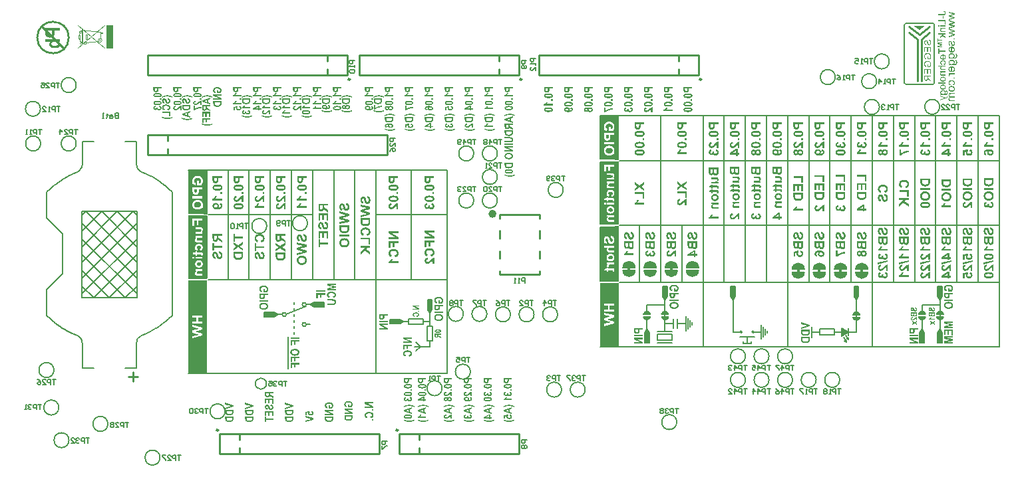
<source format=gbo>
G04*
G04 #@! TF.GenerationSoftware,Altium Limited,Altium Designer,19.1.7 (138)*
G04*
G04 Layer_Color=32896*
%FSLAX24Y24*%
%MOIN*%
G70*
G01*
G75*
%ADD13C,0.0059*%
%ADD15C,0.0100*%
%ADD16C,0.0200*%
%ADD17C,0.0060*%
%ADD18C,0.0049*%
%ADD19C,0.0079*%
%ADD20C,0.0050*%
%ADD21C,0.0080*%
%ADD231C,0.0120*%
%ADD256C,0.0110*%
%ADD257R,0.0289X0.1150*%
%ADD258R,0.0980X0.0258*%
%ADD259R,0.0980X0.0170*%
%ADD260R,0.0980X0.0070*%
%ADD261R,0.0200X0.2250*%
%ADD262R,0.0160X0.3170*%
%ADD263R,0.0200X0.3180*%
%ADD264R,0.0160X0.2240*%
%ADD265R,0.0190X0.2790*%
%ADD266R,0.0180X0.1993*%
%ADD267R,0.0160X0.2759*%
%ADD268R,0.0980X0.0940*%
%ADD269R,0.0170X0.1811*%
%ADD270R,0.0980X0.0400*%
%ADD271R,0.0980X0.0413*%
%ADD272R,0.0980X0.1000*%
%ADD273R,0.0980X0.0140*%
%ADD274R,0.0170X0.4400*%
%ADD275R,0.0180X0.4430*%
G36*
X34290Y12130D02*
X34360Y12120D01*
X34440Y12060D01*
X34480Y11990D01*
X34530Y11865D01*
X34222Y11866D01*
X33900Y11865D01*
X33940Y11990D01*
X33980Y12060D01*
X34070Y12140D01*
X34190Y12160D01*
X34290Y12130D01*
D02*
G37*
G36*
X33230D02*
X33300Y12120D01*
X33380Y12060D01*
X33420Y11990D01*
X33470Y11865D01*
X33162Y11866D01*
X32840Y11865D01*
X32880Y11990D01*
X32920Y12060D01*
X33010Y12140D01*
X33130Y12160D01*
X33230Y12130D01*
D02*
G37*
G36*
X31110D02*
X31180Y12120D01*
X31260Y12060D01*
X31300Y11990D01*
X31350Y11865D01*
X31042Y11866D01*
X30720Y11865D01*
X30760Y11990D01*
X30800Y12060D01*
X30890Y12140D01*
X31010Y12160D01*
X31110Y12130D01*
D02*
G37*
G36*
X32170Y12128D02*
X32240Y12118D01*
X32320Y12058D01*
X32360Y11988D01*
X32410Y11863D01*
X32102Y11864D01*
X31780Y11863D01*
X31820Y11988D01*
X31860Y12058D01*
X31950Y12138D01*
X32070Y12158D01*
X32170Y12128D01*
D02*
G37*
G36*
X34178Y11703D02*
X34500Y11704D01*
X34460Y11580D01*
X34420Y11510D01*
X34330Y11430D01*
X34210Y11410D01*
X34110Y11440D01*
X34040Y11450D01*
X33960Y11510D01*
X33920Y11580D01*
X33870Y11704D01*
X34178Y11703D01*
D02*
G37*
G36*
X33118D02*
X33440Y11704D01*
X33400Y11580D01*
X33360Y11510D01*
X33270Y11430D01*
X33150Y11410D01*
X33050Y11440D01*
X32980Y11450D01*
X32900Y11510D01*
X32860Y11580D01*
X32810Y11704D01*
X33118Y11703D01*
D02*
G37*
G36*
X30998D02*
X31320Y11704D01*
X31280Y11580D01*
X31240Y11510D01*
X31150Y11430D01*
X31030Y11410D01*
X30930Y11440D01*
X30860Y11450D01*
X30780Y11510D01*
X30740Y11580D01*
X30690Y11704D01*
X30998Y11703D01*
D02*
G37*
G36*
X32058Y11701D02*
X32380Y11702D01*
X32340Y11578D01*
X32300Y11508D01*
X32210Y11428D01*
X32090Y11408D01*
X31990Y11438D01*
X31920Y11448D01*
X31840Y11508D01*
X31800Y11578D01*
X31750Y11702D01*
X32058Y11701D01*
D02*
G37*
G36*
X36097Y10902D02*
X36329D01*
Y10387D01*
X36278Y10307D01*
X36251Y10268D01*
X36227Y10260D01*
X36223D01*
X36097Y10386D01*
Y10559D01*
X36093Y10906D01*
X36097Y10902D01*
D02*
G37*
G36*
X32690D02*
X32922D01*
Y10387D01*
X32871Y10307D01*
X32843Y10268D01*
X32820Y10260D01*
X32816D01*
X32690Y10386D01*
Y10559D01*
X32686Y10906D01*
X32690Y10902D01*
D02*
G37*
G36*
X15747Y10130D02*
Y9898D01*
X15232D01*
X15152Y9949D01*
X15113Y9977D01*
X15105Y10000D01*
Y10004D01*
X15231Y10130D01*
X15404D01*
X15751Y10134D01*
X15747Y10130D01*
D02*
G37*
G36*
X20920Y10233D02*
X21152D01*
Y9718D01*
X21101Y9638D01*
X21073Y9599D01*
X21050Y9591D01*
X21046D01*
X20920Y9717D01*
Y9890D01*
X20916Y10237D01*
X20920Y10233D01*
D02*
G37*
G36*
X32875Y9675D02*
X32903Y9665D01*
X32957Y9632D01*
X32989Y9599D01*
X33011Y9562D01*
X33024Y9523D01*
X33017Y9503D01*
X32996Y9491D01*
X32657D01*
X32628Y9521D01*
X32643Y9567D01*
X32660Y9593D01*
X32689Y9622D01*
X32712Y9643D01*
X32751Y9666D01*
X32788Y9677D01*
X32875Y9675D01*
D02*
G37*
G36*
X31970D02*
X31998Y9665D01*
X32052Y9632D01*
X32084Y9599D01*
X32106Y9562D01*
X32119Y9523D01*
X32112Y9503D01*
X32091Y9491D01*
X31752D01*
X31723Y9521D01*
X31738Y9567D01*
X31755Y9593D01*
X31784Y9622D01*
X31807Y9643D01*
X31846Y9666D01*
X31883Y9677D01*
X31970Y9675D01*
D02*
G37*
G36*
X13348Y9551D02*
X13387Y9523D01*
X13395Y9500D01*
Y9496D01*
X13269Y9370D01*
X13096D01*
X12749Y9366D01*
X12753Y9370D01*
Y9602D01*
X13268D01*
X13348Y9551D01*
D02*
G37*
G36*
X33026Y9381D02*
X33011Y9334D01*
X32994Y9309D01*
X32965Y9280D01*
X32942Y9259D01*
X32903Y9236D01*
X32866Y9225D01*
X32779Y9227D01*
X32751Y9237D01*
X32697Y9270D01*
X32665Y9303D01*
X32642Y9339D01*
X32630Y9379D01*
X32637Y9399D01*
X32657Y9410D01*
X32997D01*
X33026Y9381D01*
D02*
G37*
G36*
X32116D02*
X32101Y9334D01*
X32084Y9309D01*
X32055Y9280D01*
X32032Y9259D01*
X31993Y9236D01*
X31956Y9225D01*
X31869Y9227D01*
X31841Y9237D01*
X31787Y9270D01*
X31755Y9303D01*
X31735Y9340D01*
X31725Y9380D01*
X31727Y9399D01*
X31747Y9410D01*
X32087D01*
X32116Y9381D01*
D02*
G37*
G36*
X19648Y9197D02*
X19687Y9169D01*
X19695Y9146D01*
Y9142D01*
X19569Y9016D01*
X19396D01*
X19049Y9012D01*
X19053Y9016D01*
Y9248D01*
X19568D01*
X19648Y9197D01*
D02*
G37*
G36*
X32050Y8594D02*
Y8421D01*
X32054Y8074D01*
X32050Y8078D01*
X31818D01*
Y8593D01*
X31869Y8673D01*
X31897Y8712D01*
X31920Y8720D01*
X31924D01*
X32050Y8594D01*
D02*
G37*
G36*
X45566Y23783D02*
X45281Y23996D01*
X45851D01*
X45566Y23783D01*
D02*
G37*
G36*
X42770Y12040D02*
X42840Y12030D01*
X42920Y11970D01*
X42960Y11900D01*
X43010Y11775D01*
X42702Y11776D01*
X42380Y11775D01*
X42420Y11900D01*
X42460Y11970D01*
X42550Y12050D01*
X42670Y12070D01*
X42770Y12040D01*
D02*
G37*
G36*
X41710D02*
X41780Y12030D01*
X41860Y11970D01*
X41900Y11900D01*
X41950Y11775D01*
X41642Y11776D01*
X41320Y11775D01*
X41360Y11900D01*
X41400Y11970D01*
X41490Y12050D01*
X41610Y12070D01*
X41710Y12040D01*
D02*
G37*
G36*
X39590D02*
X39660Y12030D01*
X39740Y11970D01*
X39780Y11900D01*
X39830Y11775D01*
X39522Y11776D01*
X39200Y11775D01*
X39240Y11900D01*
X39280Y11970D01*
X39370Y12050D01*
X39490Y12070D01*
X39590Y12040D01*
D02*
G37*
G36*
X40650Y12038D02*
X40720Y12028D01*
X40800Y11968D01*
X40840Y11898D01*
X40890Y11773D01*
X40582Y11774D01*
X40260Y11773D01*
X40300Y11898D01*
X40340Y11968D01*
X40430Y12048D01*
X40550Y12068D01*
X40650Y12038D01*
D02*
G37*
G36*
X42658Y11613D02*
X42980Y11614D01*
X42940Y11490D01*
X42900Y11420D01*
X42810Y11340D01*
X42690Y11320D01*
X42590Y11350D01*
X42520Y11360D01*
X42440Y11420D01*
X42400Y11490D01*
X42350Y11614D01*
X42658Y11613D01*
D02*
G37*
G36*
X41598D02*
X41920Y11614D01*
X41880Y11490D01*
X41840Y11420D01*
X41750Y11340D01*
X41630Y11320D01*
X41530Y11350D01*
X41460Y11360D01*
X41380Y11420D01*
X41340Y11490D01*
X41290Y11614D01*
X41598Y11613D01*
D02*
G37*
G36*
X39478D02*
X39800Y11614D01*
X39760Y11490D01*
X39720Y11420D01*
X39630Y11340D01*
X39510Y11320D01*
X39410Y11350D01*
X39340Y11360D01*
X39260Y11420D01*
X39220Y11490D01*
X39170Y11614D01*
X39478Y11613D01*
D02*
G37*
G36*
X40538Y11611D02*
X40860Y11612D01*
X40820Y11488D01*
X40780Y11418D01*
X40690Y11338D01*
X40570Y11318D01*
X40470Y11348D01*
X40400Y11358D01*
X40320Y11418D01*
X40280Y11488D01*
X40230Y11612D01*
X40538Y11611D01*
D02*
G37*
G36*
X46470Y10902D02*
X46702D01*
Y10387D01*
X46651Y10307D01*
X46623Y10268D01*
X46600Y10260D01*
X46596D01*
X46470Y10386D01*
Y10559D01*
X46466Y10906D01*
X46470Y10902D01*
D02*
G37*
G36*
X42277D02*
X42509D01*
Y10387D01*
X42458Y10307D01*
X42431Y10268D01*
X42407Y10260D01*
X42403D01*
X42277Y10386D01*
Y10559D01*
X42273Y10906D01*
X42277Y10902D01*
D02*
G37*
G36*
X46655Y9675D02*
X46683Y9665D01*
X46737Y9632D01*
X46769Y9599D01*
X46791Y9562D01*
X46804Y9523D01*
X46797Y9503D01*
X46776Y9491D01*
X46437D01*
X46408Y9521D01*
X46423Y9567D01*
X46440Y9593D01*
X46469Y9622D01*
X46492Y9643D01*
X46531Y9666D01*
X46568Y9677D01*
X46655Y9675D01*
D02*
G37*
G36*
X45750D02*
X45778Y9665D01*
X45832Y9632D01*
X45864Y9599D01*
X45886Y9562D01*
X45899Y9523D01*
X45892Y9503D01*
X45871Y9491D01*
X45532D01*
X45503Y9521D01*
X45518Y9567D01*
X45535Y9593D01*
X45564Y9622D01*
X45587Y9643D01*
X45626Y9666D01*
X45663Y9677D01*
X45750Y9675D01*
D02*
G37*
G36*
X42460Y9645D02*
X42488Y9635D01*
X42542Y9602D01*
X42574Y9569D01*
X42596Y9532D01*
X42609Y9493D01*
X42602Y9473D01*
X42581Y9461D01*
X42242Y9461D01*
X42213Y9491D01*
X42228Y9537D01*
X42245Y9563D01*
X42274Y9592D01*
X42297Y9613D01*
X42336Y9636D01*
X42373Y9647D01*
X42460Y9645D01*
D02*
G37*
G36*
X46806Y9381D02*
X46791Y9334D01*
X46774Y9309D01*
X46745Y9280D01*
X46722Y9259D01*
X46683Y9236D01*
X46646Y9225D01*
X46559Y9227D01*
X46531Y9237D01*
X46477Y9270D01*
X46445Y9303D01*
X46422Y9339D01*
X46410Y9379D01*
X46417Y9399D01*
X46437Y9410D01*
X46777D01*
X46806Y9381D01*
D02*
G37*
G36*
X45896D02*
X45881Y9334D01*
X45864Y9309D01*
X45835Y9280D01*
X45812Y9259D01*
X45773Y9236D01*
X45736Y9225D01*
X45649Y9227D01*
X45621Y9237D01*
X45567Y9270D01*
X45535Y9303D01*
X45515Y9340D01*
X45505Y9380D01*
X45507Y9399D01*
X45527Y9410D01*
X45867D01*
X45896Y9381D01*
D02*
G37*
G36*
X42611Y9351D02*
X42596Y9304D01*
X42579Y9279D01*
X42550Y9250D01*
X42527Y9229D01*
X42488Y9206D01*
X42451Y9195D01*
X42364Y9197D01*
X42336Y9207D01*
X42282Y9240D01*
X42250Y9273D01*
X42227Y9309D01*
X42215Y9349D01*
X42222Y9369D01*
X42242Y9380D01*
X42582D01*
X42611Y9351D01*
D02*
G37*
G36*
X41765Y8771D02*
X41924Y8680D01*
X41984Y8605D01*
X41888Y8550D01*
X41684Y8433D01*
X41660Y8613D01*
X41672Y8814D01*
X41765Y8771D01*
D02*
G37*
G36*
X46730Y8594D02*
Y8421D01*
X46734Y8074D01*
X46730Y8078D01*
X46498D01*
Y8593D01*
X46549Y8673D01*
X46577Y8712D01*
X46600Y8720D01*
X46604D01*
X46730Y8594D01*
D02*
G37*
G36*
X45830D02*
Y8421D01*
X45834Y8074D01*
X45830Y8078D01*
X45598D01*
Y8593D01*
X45649Y8673D01*
X45677Y8712D01*
X45700Y8720D01*
X45704D01*
X45830Y8594D01*
D02*
G37*
G36*
X16332Y10982D02*
X15987D01*
X16332Y10912D01*
Y10842D01*
X15987Y10770D01*
X16332D01*
Y10703D01*
X15894D01*
Y10812D01*
X16194Y10877D01*
X15894Y10941D01*
Y11050D01*
X16332D01*
Y10982D01*
D02*
G37*
G36*
X15799Y10637D02*
X15360D01*
Y10710D01*
X15799D01*
Y10637D01*
D02*
G37*
G36*
Y10495D02*
X15612D01*
Y10345D01*
X15538D01*
Y10495D01*
X15434D01*
Y10322D01*
X15360D01*
Y10568D01*
X15799D01*
Y10495D01*
D02*
G37*
G36*
X16137Y10643D02*
X16155Y10641D01*
X16172Y10639D01*
X16188Y10636D01*
X16204Y10632D01*
X16218Y10628D01*
X16230Y10623D01*
X16241Y10618D01*
X16252Y10614D01*
X16261Y10609D01*
X16268Y10605D01*
X16275Y10601D01*
X16280Y10598D01*
X16283Y10596D01*
X16286Y10594D01*
X16286Y10593D01*
X16296Y10584D01*
X16304Y10576D01*
X16311Y10566D01*
X16317Y10557D01*
X16323Y10548D01*
X16327Y10538D01*
X16331Y10529D01*
X16333Y10520D01*
X16335Y10512D01*
X16337Y10504D01*
X16338Y10497D01*
X16339Y10491D01*
Y10486D01*
X16340Y10482D01*
Y10480D01*
X16339Y10469D01*
X16338Y10459D01*
X16337Y10450D01*
X16335Y10441D01*
X16332Y10433D01*
X16330Y10425D01*
X16326Y10418D01*
X16323Y10411D01*
X16320Y10405D01*
X16317Y10401D01*
X16314Y10396D01*
X16311Y10393D01*
X16309Y10390D01*
X16307Y10387D01*
X16307Y10386D01*
X16306Y10386D01*
X16299Y10379D01*
X16292Y10372D01*
X16283Y10366D01*
X16275Y10361D01*
X16257Y10351D01*
X16240Y10344D01*
X16232Y10340D01*
X16224Y10338D01*
X16217Y10336D01*
X16211Y10334D01*
X16206Y10332D01*
X16202Y10331D01*
X16200Y10330D01*
X16199D01*
X16172Y10401D01*
X16180Y10403D01*
X16188Y10405D01*
X16196Y10407D01*
X16203Y10410D01*
X16209Y10412D01*
X16215Y10414D01*
X16225Y10419D01*
X16233Y10424D01*
X16238Y10428D01*
X16241Y10430D01*
X16242Y10431D01*
X16250Y10439D01*
X16255Y10447D01*
X16259Y10456D01*
X16261Y10464D01*
X16263Y10471D01*
X16264Y10476D01*
X16264Y10480D01*
Y10481D01*
X16264Y10488D01*
X16262Y10495D01*
X16261Y10501D01*
X16259Y10507D01*
X16253Y10518D01*
X16247Y10527D01*
X16240Y10534D01*
X16234Y10540D01*
X16233Y10542D01*
X16231Y10543D01*
X16230Y10544D01*
X16229Y10544D01*
X16222Y10548D01*
X16214Y10552D01*
X16205Y10555D01*
X16196Y10558D01*
X16177Y10563D01*
X16157Y10566D01*
X16148Y10566D01*
X16139Y10568D01*
X16132Y10568D01*
X16125D01*
X16119Y10569D01*
X16115D01*
X16113D01*
X16111D01*
X16097Y10568D01*
X16083Y10568D01*
X16071Y10566D01*
X16060Y10565D01*
X16050Y10563D01*
X16040Y10561D01*
X16032Y10558D01*
X16025Y10556D01*
X16018Y10554D01*
X16012Y10552D01*
X16008Y10549D01*
X16004Y10548D01*
X16001Y10546D01*
X15999Y10545D01*
X15998Y10544D01*
X15997D01*
X15991Y10539D01*
X15986Y10534D01*
X15981Y10528D01*
X15977Y10523D01*
X15973Y10517D01*
X15971Y10512D01*
X15966Y10502D01*
X15964Y10493D01*
X15963Y10489D01*
X15963Y10485D01*
X15962Y10483D01*
Y10479D01*
X15963Y10469D01*
X15965Y10460D01*
X15968Y10452D01*
X15972Y10444D01*
X15976Y10439D01*
X15979Y10434D01*
X15981Y10432D01*
X15981Y10431D01*
X15989Y10424D01*
X15998Y10417D01*
X16007Y10412D01*
X16016Y10408D01*
X16023Y10406D01*
X16030Y10404D01*
X16032Y10403D01*
X16034D01*
X16035Y10403D01*
X16036D01*
X16015Y10331D01*
X16004Y10334D01*
X15994Y10337D01*
X15986Y10340D01*
X15977Y10343D01*
X15969Y10347D01*
X15962Y10351D01*
X15956Y10354D01*
X15950Y10357D01*
X15945Y10361D01*
X15940Y10363D01*
X15937Y10366D01*
X15933Y10369D01*
X15931Y10370D01*
X15929Y10372D01*
X15928Y10373D01*
X15928Y10373D01*
X15920Y10381D01*
X15914Y10390D01*
X15909Y10398D01*
X15904Y10407D01*
X15900Y10415D01*
X15896Y10424D01*
X15894Y10432D01*
X15892Y10439D01*
X15890Y10447D01*
X15889Y10453D01*
X15888Y10460D01*
X15887Y10465D01*
X15886Y10469D01*
Y10475D01*
X15887Y10488D01*
X15889Y10501D01*
X15892Y10513D01*
X15895Y10524D01*
X15899Y10535D01*
X15904Y10545D01*
X15909Y10554D01*
X15914Y10562D01*
X15919Y10569D01*
X15924Y10575D01*
X15929Y10580D01*
X15933Y10585D01*
X15937Y10589D01*
X15939Y10591D01*
X15941Y10593D01*
X15942Y10593D01*
X15954Y10602D01*
X15967Y10610D01*
X15981Y10617D01*
X15996Y10622D01*
X16011Y10627D01*
X16025Y10631D01*
X16040Y10635D01*
X16053Y10637D01*
X16067Y10639D01*
X16078Y10640D01*
X16089Y10642D01*
X16099Y10643D01*
X16107D01*
X16113Y10643D01*
X16114D01*
X16116D01*
X16117D01*
X16117D01*
X16137Y10643D01*
D02*
G37*
G36*
X16162Y10268D02*
X16177Y10268D01*
X16191Y10267D01*
X16204Y10266D01*
X16215Y10264D01*
X16225Y10263D01*
X16233Y10262D01*
X16240Y10261D01*
X16247Y10260D01*
X16252Y10259D01*
X16256Y10257D01*
X16260Y10256D01*
X16262Y10256D01*
X16263Y10255D01*
X16264D01*
X16276Y10249D01*
X16288Y10242D01*
X16297Y10235D01*
X16306Y10227D01*
X16312Y10220D01*
X16317Y10215D01*
X16318Y10212D01*
X16319Y10211D01*
X16320Y10210D01*
Y10210D01*
X16327Y10197D01*
X16332Y10182D01*
X16335Y10168D01*
X16338Y10154D01*
X16338Y10147D01*
X16339Y10141D01*
X16339Y10136D01*
Y10131D01*
X16340Y10127D01*
Y10122D01*
X16339Y10102D01*
X16336Y10085D01*
X16334Y10077D01*
X16332Y10070D01*
X16330Y10063D01*
X16328Y10057D01*
X16326Y10052D01*
X16324Y10047D01*
X16321Y10043D01*
X16320Y10040D01*
X16318Y10038D01*
X16317Y10036D01*
X16316Y10035D01*
Y10034D01*
X16306Y10022D01*
X16296Y10014D01*
X16285Y10006D01*
X16275Y10000D01*
X16266Y9996D01*
X16262Y9994D01*
X16259Y9993D01*
X16256Y9993D01*
X16254Y9992D01*
X16253Y9992D01*
X16253D01*
X16244Y9990D01*
X16236Y9988D01*
X16226Y9987D01*
X16216Y9986D01*
X16195Y9984D01*
X16174Y9983D01*
X16164Y9982D01*
X16155D01*
X16146Y9982D01*
X16139D01*
X16133D01*
X16129D01*
X16126D01*
X16125D01*
X15894D01*
Y10054D01*
X16137D01*
X16148D01*
X16159D01*
X16169Y10054D01*
X16178Y10055D01*
X16186Y10056D01*
X16193D01*
X16199Y10056D01*
X16204Y10057D01*
X16209Y10057D01*
X16212Y10058D01*
X16216Y10059D01*
X16218Y10059D01*
X16220Y10060D01*
X16221D01*
X16222Y10060D01*
X16229Y10063D01*
X16236Y10066D01*
X16241Y10070D01*
X16245Y10073D01*
X16248Y10077D01*
X16251Y10080D01*
X16253Y10081D01*
X16253Y10082D01*
X16257Y10088D01*
X16260Y10095D01*
X16261Y10102D01*
X16263Y10109D01*
X16264Y10115D01*
X16264Y10119D01*
Y10123D01*
X16264Y10134D01*
X16262Y10143D01*
X16259Y10152D01*
X16256Y10159D01*
X16254Y10164D01*
X16251Y10168D01*
X16249Y10171D01*
X16248Y10172D01*
X16242Y10178D01*
X16235Y10183D01*
X16227Y10187D01*
X16220Y10190D01*
X16213Y10192D01*
X16208Y10193D01*
X16205Y10194D01*
X16204D01*
X16204D01*
X16200Y10195D01*
X16196D01*
X16191Y10196D01*
X16186D01*
X16174Y10196D01*
X16162D01*
X16151Y10197D01*
X16145D01*
X16141D01*
X16137D01*
X16134D01*
X16132D01*
X16132D01*
X15894D01*
Y10269D01*
X16128D01*
X16146D01*
X16162Y10268D01*
D02*
G37*
G36*
X9817Y11200D02*
Y6550D01*
X8999D01*
Y11200D01*
X9817D01*
D02*
G37*
G36*
X14876Y16353D02*
X14695D01*
Y16278D01*
X14695Y16267D01*
Y16256D01*
X14694Y16247D01*
X14693Y16237D01*
X14693Y16229D01*
X14692Y16222D01*
X14691Y16216D01*
X14691Y16209D01*
X14690Y16204D01*
Y16200D01*
X14690Y16196D01*
X14689Y16194D01*
X14688Y16192D01*
Y16190D01*
X14686Y16181D01*
X14683Y16171D01*
X14679Y16163D01*
X14675Y16156D01*
X14671Y16149D01*
X14668Y16144D01*
X14666Y16141D01*
X14666Y16140D01*
X14659Y16131D01*
X14651Y16123D01*
X14643Y16116D01*
X14635Y16110D01*
X14629Y16105D01*
X14623Y16102D01*
X14620Y16099D01*
X14619Y16099D01*
X14618D01*
X14606Y16093D01*
X14594Y16089D01*
X14581Y16086D01*
X14570Y16084D01*
X14560Y16083D01*
X14555D01*
X14551Y16083D01*
X14548D01*
X14546D01*
X14545D01*
X14544D01*
X14533D01*
X14523Y16084D01*
X14505Y16087D01*
X14496Y16089D01*
X14489Y16091D01*
X14482Y16094D01*
X14475Y16096D01*
X14470Y16099D01*
X14465Y16102D01*
X14460Y16104D01*
X14456Y16106D01*
X14454Y16108D01*
X14452Y16109D01*
X14451Y16110D01*
X14450Y16111D01*
X14438Y16122D01*
X14428Y16133D01*
X14420Y16145D01*
X14413Y16156D01*
X14408Y16165D01*
X14407Y16169D01*
X14406Y16172D01*
X14405Y16176D01*
X14404Y16178D01*
X14403Y16179D01*
Y16179D01*
X14402Y16185D01*
X14401Y16192D01*
X14400Y16200D01*
X14399Y16209D01*
X14398Y16228D01*
X14396Y16248D01*
Y16266D01*
X14396Y16274D01*
Y16450D01*
X14876D01*
Y16353D01*
D02*
G37*
G36*
X14664Y16023D02*
X14687Y16022D01*
X14708Y16020D01*
X14728Y16017D01*
X14745Y16014D01*
X14761Y16010D01*
X14775Y16006D01*
X14787Y16003D01*
X14798Y15999D01*
X14807Y15994D01*
X14815Y15991D01*
X14821Y15988D01*
X14826Y15985D01*
X14829Y15983D01*
X14831Y15982D01*
X14831Y15981D01*
X14841Y15973D01*
X14849Y15964D01*
X14856Y15955D01*
X14863Y15946D01*
X14868Y15936D01*
X14872Y15926D01*
X14876Y15918D01*
X14878Y15909D01*
X14881Y15900D01*
X14882Y15892D01*
X14883Y15886D01*
X14885Y15880D01*
Y15875D01*
X14885Y15871D01*
Y15868D01*
X14885Y15856D01*
X14883Y15843D01*
X14881Y15832D01*
X14878Y15822D01*
X14874Y15812D01*
X14870Y15803D01*
X14865Y15795D01*
X14861Y15788D01*
X14856Y15781D01*
X14852Y15775D01*
X14848Y15771D01*
X14844Y15766D01*
X14841Y15763D01*
X14838Y15761D01*
X14837Y15760D01*
X14836Y15759D01*
X14825Y15751D01*
X14811Y15744D01*
X14796Y15738D01*
X14780Y15732D01*
X14764Y15727D01*
X14748Y15724D01*
X14731Y15720D01*
X14715Y15718D01*
X14700Y15716D01*
X14686Y15714D01*
X14673Y15713D01*
X14662Y15712D01*
X14653Y15712D01*
X14649D01*
X14646D01*
X14643D01*
X14641D01*
X14640D01*
X14640D01*
X14615Y15712D01*
X14592Y15714D01*
X14571Y15716D01*
X14551Y15719D01*
X14533Y15723D01*
X14517Y15727D01*
X14503Y15731D01*
X14490Y15735D01*
X14479Y15739D01*
X14470Y15744D01*
X14461Y15748D01*
X14455Y15751D01*
X14450Y15754D01*
X14446Y15757D01*
X14444Y15758D01*
X14443Y15759D01*
X14435Y15766D01*
X14427Y15775D01*
X14420Y15784D01*
X14415Y15792D01*
X14410Y15801D01*
X14405Y15811D01*
X14402Y15819D01*
X14400Y15828D01*
X14398Y15836D01*
X14396Y15844D01*
X14395Y15851D01*
X14394Y15856D01*
X14393Y15861D01*
Y15868D01*
X14394Y15881D01*
X14395Y15893D01*
X14398Y15904D01*
X14401Y15914D01*
X14405Y15924D01*
X14409Y15933D01*
X14413Y15941D01*
X14418Y15949D01*
X14423Y15955D01*
X14427Y15961D01*
X14431Y15966D01*
X14435Y15970D01*
X14438Y15973D01*
X14441Y15975D01*
X14442Y15976D01*
X14443Y15977D01*
X14455Y15985D01*
X14468Y15992D01*
X14483Y15999D01*
X14499Y16004D01*
X14515Y16009D01*
X14531Y16013D01*
X14548Y16016D01*
X14563Y16018D01*
X14578Y16020D01*
X14593Y16021D01*
X14605Y16022D01*
X14616Y16023D01*
X14626D01*
X14630Y16024D01*
X14633D01*
X14636D01*
X14637D01*
X14638D01*
X14639D01*
X14664Y16023D01*
D02*
G37*
G36*
X14876Y15539D02*
X14785D01*
Y15631D01*
X14876D01*
Y15539D01*
D02*
G37*
G36*
X14590Y15415D02*
X14578Y15392D01*
X14573Y15382D01*
X14567Y15372D01*
X14561Y15362D01*
X14556Y15354D01*
X14550Y15347D01*
X14546Y15340D01*
X14541Y15334D01*
X14537Y15329D01*
X14534Y15326D01*
X14531Y15323D01*
X14530Y15321D01*
X14530Y15321D01*
X14876D01*
Y15229D01*
X14393D01*
Y15304D01*
X14401Y15307D01*
X14410Y15311D01*
X14424Y15319D01*
X14437Y15329D01*
X14449Y15339D01*
X14458Y15347D01*
X14462Y15351D01*
X14465Y15355D01*
X14468Y15358D01*
X14470Y15360D01*
X14470Y15361D01*
X14471Y15362D01*
X14482Y15378D01*
X14491Y15392D01*
X14500Y15405D01*
X14505Y15416D01*
X14510Y15426D01*
X14511Y15430D01*
X14513Y15433D01*
X14514Y15436D01*
X14515Y15438D01*
X14515Y15439D01*
Y15439D01*
X14599D01*
X14590Y15415D01*
D02*
G37*
G36*
Y15042D02*
X14578Y15019D01*
X14573Y15009D01*
X14567Y14999D01*
X14561Y14989D01*
X14556Y14981D01*
X14550Y14974D01*
X14546Y14967D01*
X14541Y14961D01*
X14537Y14956D01*
X14534Y14952D01*
X14531Y14950D01*
X14530Y14948D01*
X14530Y14948D01*
X14876D01*
Y14856D01*
X14393D01*
Y14931D01*
X14401Y14934D01*
X14410Y14937D01*
X14424Y14946D01*
X14437Y14956D01*
X14449Y14966D01*
X14458Y14974D01*
X14462Y14978D01*
X14465Y14982D01*
X14468Y14985D01*
X14470Y14987D01*
X14470Y14988D01*
X14471Y14989D01*
X14482Y15004D01*
X14491Y15019D01*
X14500Y15032D01*
X14505Y15043D01*
X14510Y15052D01*
X14511Y15057D01*
X14513Y15060D01*
X14514Y15063D01*
X14515Y15064D01*
X14515Y15066D01*
Y15066D01*
X14599D01*
X14590Y15042D01*
D02*
G37*
G36*
X14729Y13537D02*
X14742Y13535D01*
X14756Y13531D01*
X14768Y13526D01*
X14779Y13522D01*
X14789Y13517D01*
X14798Y13512D01*
X14806Y13507D01*
X14813Y13502D01*
X14819Y13497D01*
X14824Y13493D01*
X14829Y13489D01*
X14833Y13486D01*
X14835Y13483D01*
X14836Y13482D01*
X14837Y13481D01*
X14844Y13472D01*
X14851Y13461D01*
X14856Y13450D01*
X14861Y13439D01*
X14865Y13427D01*
X14869Y13416D01*
X14874Y13393D01*
X14875Y13383D01*
X14876Y13373D01*
X14878Y13364D01*
X14878Y13356D01*
X14879Y13350D01*
Y13341D01*
X14878Y13319D01*
X14876Y13299D01*
X14874Y13290D01*
X14873Y13281D01*
X14872Y13273D01*
X14870Y13266D01*
X14868Y13260D01*
X14867Y13253D01*
X14865Y13249D01*
X14864Y13245D01*
X14863Y13241D01*
X14862Y13239D01*
X14861Y13238D01*
Y13237D01*
X14854Y13222D01*
X14846Y13209D01*
X14837Y13198D01*
X14828Y13189D01*
X14820Y13181D01*
X14814Y13176D01*
X14811Y13175D01*
X14809Y13173D01*
X14809Y13172D01*
X14808D01*
X14794Y13165D01*
X14781Y13159D01*
X14768Y13155D01*
X14756Y13152D01*
X14745Y13150D01*
X14741Y13150D01*
X14737D01*
X14734Y13149D01*
X14732D01*
X14731D01*
X14730D01*
X14714Y13150D01*
X14699Y13152D01*
X14686Y13155D01*
X14675Y13158D01*
X14666Y13162D01*
X14662Y13164D01*
X14659Y13165D01*
X14657Y13166D01*
X14655Y13168D01*
X14654Y13168D01*
X14654D01*
X14642Y13176D01*
X14633Y13185D01*
X14624Y13193D01*
X14618Y13202D01*
X14612Y13210D01*
X14607Y13216D01*
X14606Y13218D01*
X14605Y13220D01*
X14604Y13221D01*
Y13221D01*
X14601Y13228D01*
X14598Y13236D01*
X14591Y13252D01*
X14586Y13270D01*
X14580Y13286D01*
X14577Y13294D01*
X14576Y13301D01*
X14574Y13308D01*
X14572Y13314D01*
X14571Y13319D01*
X14570Y13323D01*
X14569Y13325D01*
Y13326D01*
X14566Y13338D01*
X14563Y13350D01*
X14560Y13360D01*
X14557Y13370D01*
X14554Y13378D01*
X14552Y13385D01*
X14549Y13391D01*
X14547Y13396D01*
X14545Y13401D01*
X14543Y13405D01*
X14541Y13408D01*
X14540Y13411D01*
X14539Y13413D01*
X14538Y13414D01*
X14538Y13415D01*
X14533Y13420D01*
X14527Y13423D01*
X14523Y13425D01*
X14518Y13427D01*
X14514Y13428D01*
X14511Y13429D01*
X14509D01*
X14508D01*
X14501Y13428D01*
X14496Y13426D01*
X14491Y13424D01*
X14486Y13421D01*
X14483Y13419D01*
X14480Y13416D01*
X14479Y13415D01*
X14478Y13414D01*
X14473Y13405D01*
X14468Y13393D01*
X14465Y13383D01*
X14462Y13372D01*
X14461Y13362D01*
Y13358D01*
X14461Y13355D01*
Y13348D01*
X14461Y13333D01*
X14463Y13321D01*
X14466Y13310D01*
X14469Y13302D01*
X14472Y13295D01*
X14474Y13290D01*
X14476Y13288D01*
X14477Y13286D01*
X14484Y13280D01*
X14492Y13273D01*
X14501Y13269D01*
X14509Y13265D01*
X14518Y13263D01*
X14524Y13261D01*
X14526Y13260D01*
X14528Y13260D01*
X14529D01*
X14530D01*
X14526Y13163D01*
X14514Y13163D01*
X14503Y13165D01*
X14492Y13168D01*
X14482Y13171D01*
X14473Y13175D01*
X14464Y13179D01*
X14456Y13183D01*
X14449Y13188D01*
X14442Y13192D01*
X14436Y13196D01*
X14432Y13200D01*
X14427Y13203D01*
X14424Y13206D01*
X14423Y13209D01*
X14421Y13210D01*
X14421Y13211D01*
X14414Y13220D01*
X14408Y13230D01*
X14402Y13240D01*
X14397Y13251D01*
X14394Y13263D01*
X14391Y13274D01*
X14386Y13296D01*
X14384Y13306D01*
X14382Y13316D01*
X14382Y13325D01*
X14381Y13332D01*
X14381Y13338D01*
Y13347D01*
X14381Y13367D01*
X14383Y13385D01*
X14386Y13401D01*
X14388Y13408D01*
X14389Y13415D01*
X14391Y13421D01*
X14392Y13426D01*
X14394Y13431D01*
X14395Y13435D01*
X14396Y13438D01*
X14397Y13440D01*
X14397Y13441D01*
Y13441D01*
X14404Y13455D01*
X14412Y13467D01*
X14421Y13477D01*
X14429Y13486D01*
X14436Y13492D01*
X14441Y13497D01*
X14446Y13500D01*
X14446Y13501D01*
X14447D01*
X14459Y13508D01*
X14471Y13513D01*
X14483Y13516D01*
X14493Y13519D01*
X14502Y13520D01*
X14509Y13521D01*
X14511Y13521D01*
X14513D01*
X14514D01*
X14515D01*
X14526Y13521D01*
X14536Y13520D01*
X14546Y13518D01*
X14554Y13515D01*
X14571Y13508D01*
X14579Y13503D01*
X14585Y13500D01*
X14591Y13495D01*
X14597Y13491D01*
X14601Y13488D01*
X14606Y13485D01*
X14608Y13481D01*
X14611Y13480D01*
X14612Y13478D01*
X14612Y13478D01*
X14618Y13471D01*
X14622Y13464D01*
X14627Y13456D01*
X14632Y13448D01*
X14640Y13430D01*
X14647Y13411D01*
X14650Y13403D01*
X14653Y13395D01*
X14654Y13387D01*
X14656Y13381D01*
X14658Y13376D01*
X14659Y13371D01*
X14660Y13369D01*
Y13368D01*
X14662Y13358D01*
X14665Y13348D01*
X14668Y13339D01*
X14669Y13331D01*
X14671Y13323D01*
X14673Y13317D01*
X14675Y13311D01*
X14676Y13307D01*
X14677Y13303D01*
X14679Y13300D01*
X14679Y13296D01*
X14680Y13295D01*
X14681Y13291D01*
X14681Y13291D01*
X14684Y13282D01*
X14688Y13275D01*
X14692Y13269D01*
X14695Y13264D01*
X14698Y13260D01*
X14700Y13258D01*
X14701Y13256D01*
X14702Y13256D01*
X14706Y13253D01*
X14711Y13250D01*
X14716Y13248D01*
X14721Y13247D01*
X14725Y13246D01*
X14728Y13246D01*
X14731D01*
X14731D01*
X14741Y13247D01*
X14749Y13250D01*
X14757Y13253D01*
X14764Y13258D01*
X14770Y13263D01*
X14774Y13266D01*
X14777Y13269D01*
X14777Y13270D01*
X14784Y13280D01*
X14789Y13291D01*
X14792Y13303D01*
X14794Y13315D01*
X14796Y13325D01*
X14796Y13329D01*
Y13333D01*
X14797Y13336D01*
Y13341D01*
X14796Y13356D01*
X14793Y13370D01*
X14790Y13382D01*
X14786Y13392D01*
X14782Y13400D01*
X14778Y13406D01*
X14776Y13410D01*
X14775Y13411D01*
X14766Y13420D01*
X14754Y13427D01*
X14743Y13433D01*
X14731Y13438D01*
X14721Y13441D01*
X14717Y13443D01*
X14713Y13443D01*
X14709Y13444D01*
X14707Y13445D01*
X14706Y13445D01*
X14705D01*
X14714Y13540D01*
X14729Y13537D01*
D02*
G37*
G36*
X14870Y13000D02*
Y12894D01*
X14511Y12798D01*
X14870Y12703D01*
Y12600D01*
X14389Y12483D01*
Y12581D01*
X14726Y12655D01*
X14389Y12739D01*
Y12854D01*
X14720Y12942D01*
X14389Y13014D01*
Y13113D01*
X14870Y13000D01*
D02*
G37*
G36*
X14654Y12452D02*
X14674Y12450D01*
X14692Y12447D01*
X14710Y12443D01*
X14726Y12438D01*
X14741Y12433D01*
X14754Y12427D01*
X14766Y12421D01*
X14777Y12415D01*
X14787Y12410D01*
X14795Y12404D01*
X14802Y12400D01*
X14807Y12395D01*
X14811Y12392D01*
X14813Y12390D01*
X14814Y12390D01*
X14825Y12377D01*
X14835Y12364D01*
X14844Y12350D01*
X14851Y12336D01*
X14857Y12322D01*
X14863Y12308D01*
X14867Y12294D01*
X14871Y12281D01*
X14873Y12268D01*
X14875Y12256D01*
X14877Y12246D01*
X14878Y12237D01*
X14878Y12230D01*
X14879Y12225D01*
Y12220D01*
X14878Y12200D01*
X14876Y12182D01*
X14872Y12165D01*
X14869Y12148D01*
X14864Y12133D01*
X14858Y12120D01*
X14852Y12107D01*
X14846Y12096D01*
X14840Y12085D01*
X14834Y12076D01*
X14828Y12069D01*
X14823Y12062D01*
X14819Y12057D01*
X14816Y12054D01*
X14814Y12051D01*
X14813Y12051D01*
X14800Y12040D01*
X14786Y12030D01*
X14772Y12021D01*
X14757Y12014D01*
X14742Y12008D01*
X14726Y12003D01*
X14712Y11998D01*
X14698Y11995D01*
X14684Y11993D01*
X14671Y11990D01*
X14660Y11989D01*
X14650Y11988D01*
X14642Y11988D01*
X14636Y11987D01*
X14632D01*
X14631D01*
X14631D01*
X14609Y11988D01*
X14589Y11990D01*
X14570Y11993D01*
X14553Y11997D01*
X14536Y12002D01*
X14521Y12007D01*
X14507Y12013D01*
X14494Y12019D01*
X14484Y12025D01*
X14474Y12031D01*
X14466Y12036D01*
X14459Y12041D01*
X14454Y12045D01*
X14450Y12048D01*
X14447Y12050D01*
X14447Y12051D01*
X14435Y12063D01*
X14425Y12076D01*
X14416Y12090D01*
X14409Y12104D01*
X14402Y12118D01*
X14397Y12133D01*
X14392Y12146D01*
X14389Y12160D01*
X14386Y12172D01*
X14384Y12184D01*
X14382Y12194D01*
X14382Y12203D01*
X14381Y12211D01*
X14381Y12216D01*
Y12221D01*
X14381Y12242D01*
X14384Y12262D01*
X14387Y12280D01*
X14389Y12288D01*
X14390Y12295D01*
X14392Y12301D01*
X14394Y12307D01*
X14396Y12312D01*
X14397Y12316D01*
X14398Y12320D01*
X14399Y12323D01*
X14400Y12324D01*
Y12325D01*
X14406Y12337D01*
X14413Y12348D01*
X14420Y12359D01*
X14427Y12368D01*
X14434Y12376D01*
X14439Y12381D01*
X14442Y12385D01*
X14443Y12386D01*
X14444Y12386D01*
X14455Y12396D01*
X14466Y12405D01*
X14477Y12413D01*
X14488Y12419D01*
X14496Y12424D01*
X14503Y12428D01*
X14506Y12429D01*
X14507Y12430D01*
X14509Y12431D01*
X14509D01*
X14529Y12438D01*
X14550Y12443D01*
X14571Y12447D01*
X14590Y12450D01*
X14599Y12451D01*
X14607Y12451D01*
X14614Y12452D01*
X14621D01*
X14626Y12453D01*
X14630D01*
X14633D01*
X14633D01*
X14654Y12452D01*
D02*
G37*
G36*
X11200Y4948D02*
Y4875D01*
X10793Y4756D01*
Y4829D01*
X11094Y4910D01*
X10793Y4994D01*
Y5067D01*
X11200Y4948D01*
D02*
G37*
G36*
Y4597D02*
X11199Y4582D01*
X11198Y4569D01*
X11196Y4558D01*
X11194Y4548D01*
X11192Y4540D01*
X11191Y4537D01*
X11190Y4535D01*
X11190Y4533D01*
X11189Y4531D01*
X11189Y4531D01*
Y4530D01*
X11184Y4521D01*
X11178Y4512D01*
X11173Y4505D01*
X11168Y4498D01*
X11162Y4493D01*
X11158Y4490D01*
X11156Y4487D01*
X11155Y4486D01*
X11145Y4480D01*
X11135Y4474D01*
X11125Y4468D01*
X11115Y4464D01*
X11106Y4461D01*
X11103Y4459D01*
X11099Y4458D01*
X11097Y4457D01*
X11094Y4457D01*
X11093Y4456D01*
X11093D01*
X11078Y4452D01*
X11062Y4449D01*
X11047Y4447D01*
X11032Y4445D01*
X11026Y4445D01*
X11020Y4444D01*
X11014D01*
X11010Y4444D01*
X11006D01*
X11003D01*
X11001D01*
X11001D01*
X10980Y4444D01*
X10970Y4445D01*
X10961Y4445D01*
X10952Y4446D01*
X10944Y4447D01*
X10937Y4448D01*
X10930Y4449D01*
X10924Y4450D01*
X10919Y4451D01*
X10914Y4452D01*
X10910Y4453D01*
X10907Y4454D01*
X10905Y4454D01*
X10904Y4455D01*
X10903D01*
X10889Y4459D01*
X10876Y4465D01*
X10866Y4470D01*
X10856Y4475D01*
X10849Y4479D01*
X10843Y4483D01*
X10842Y4484D01*
X10840Y4485D01*
X10839Y4486D01*
X10830Y4494D01*
X10823Y4501D01*
X10817Y4509D01*
X10812Y4515D01*
X10808Y4521D01*
X10806Y4526D01*
X10805Y4529D01*
X10804Y4530D01*
Y4530D01*
X10800Y4540D01*
X10797Y4551D01*
X10796Y4563D01*
X10794Y4574D01*
X10794Y4584D01*
Y4589D01*
X10793Y4593D01*
Y4723D01*
X11200D01*
Y4597D01*
D02*
G37*
G36*
Y4261D02*
X11199Y4246D01*
X11198Y4233D01*
X11196Y4222D01*
X11194Y4212D01*
X11192Y4204D01*
X11191Y4201D01*
X11190Y4199D01*
X11190Y4197D01*
X11189Y4195D01*
X11189Y4195D01*
Y4194D01*
X11184Y4185D01*
X11178Y4176D01*
X11173Y4169D01*
X11168Y4162D01*
X11162Y4157D01*
X11158Y4154D01*
X11156Y4151D01*
X11155Y4150D01*
X11145Y4144D01*
X11135Y4138D01*
X11125Y4132D01*
X11115Y4128D01*
X11106Y4125D01*
X11103Y4123D01*
X11099Y4122D01*
X11097Y4121D01*
X11094Y4121D01*
X11093Y4120D01*
X11093D01*
X11078Y4116D01*
X11062Y4113D01*
X11047Y4111D01*
X11032Y4109D01*
X11026Y4109D01*
X11020Y4108D01*
X11014D01*
X11010Y4108D01*
X11006D01*
X11003D01*
X11001D01*
X11001D01*
X10980Y4108D01*
X10970Y4109D01*
X10961Y4109D01*
X10952Y4110D01*
X10944Y4111D01*
X10937Y4112D01*
X10930Y4113D01*
X10924Y4114D01*
X10919Y4115D01*
X10914Y4116D01*
X10910Y4117D01*
X10907Y4118D01*
X10905Y4118D01*
X10904Y4119D01*
X10903D01*
X10889Y4123D01*
X10876Y4129D01*
X10866Y4134D01*
X10856Y4139D01*
X10849Y4143D01*
X10843Y4147D01*
X10842Y4148D01*
X10840Y4149D01*
X10839Y4150D01*
X10830Y4158D01*
X10823Y4165D01*
X10817Y4173D01*
X10812Y4180D01*
X10808Y4185D01*
X10806Y4190D01*
X10805Y4193D01*
X10804Y4194D01*
Y4194D01*
X10800Y4204D01*
X10797Y4215D01*
X10796Y4227D01*
X10794Y4238D01*
X10794Y4248D01*
Y4253D01*
X10793Y4257D01*
Y4387D01*
X11200D01*
Y4261D01*
D02*
G37*
G36*
X34190Y20838D02*
X34024D01*
Y20779D01*
X34024Y20768D01*
X34023Y20757D01*
X34023Y20748D01*
X34022Y20740D01*
X34020Y20732D01*
X34019Y20725D01*
X34018Y20719D01*
X34017Y20714D01*
X34016Y20709D01*
X34015Y20706D01*
X34013Y20703D01*
X34013Y20701D01*
X34012Y20699D01*
X34012Y20698D01*
Y20698D01*
X34006Y20688D01*
X33999Y20680D01*
X33992Y20672D01*
X33984Y20665D01*
X33978Y20660D01*
X33972Y20656D01*
X33970Y20655D01*
X33968Y20653D01*
X33967Y20653D01*
X33967D01*
X33954Y20647D01*
X33940Y20642D01*
X33927Y20639D01*
X33915Y20637D01*
X33904Y20636D01*
X33899Y20635D01*
X33895Y20635D01*
X33892D01*
X33889D01*
X33887D01*
X33887D01*
X33868Y20636D01*
X33851Y20638D01*
X33837Y20641D01*
X33830Y20644D01*
X33824Y20645D01*
X33819Y20647D01*
X33815Y20649D01*
X33811Y20651D01*
X33808Y20652D01*
X33805Y20654D01*
X33803Y20655D01*
X33802Y20656D01*
X33802D01*
X33790Y20664D01*
X33781Y20673D01*
X33773Y20682D01*
X33767Y20690D01*
X33763Y20698D01*
X33760Y20704D01*
X33759Y20706D01*
X33759Y20708D01*
X33758Y20708D01*
Y20709D01*
X33757Y20713D01*
X33756Y20718D01*
X33755Y20724D01*
X33755Y20730D01*
X33753Y20744D01*
X33752Y20759D01*
Y20772D01*
X33752Y20778D01*
Y20910D01*
X34190D01*
Y20838D01*
D02*
G37*
G36*
X33996Y20591D02*
X34017Y20590D01*
X34036Y20588D01*
X34054Y20586D01*
X34070Y20584D01*
X34084Y20581D01*
X34097Y20578D01*
X34108Y20575D01*
X34118Y20572D01*
X34126Y20569D01*
X34133Y20567D01*
X34139Y20564D01*
X34143Y20562D01*
X34146Y20560D01*
X34148Y20560D01*
X34149Y20559D01*
X34157Y20553D01*
X34165Y20546D01*
X34171Y20539D01*
X34177Y20532D01*
X34182Y20525D01*
X34185Y20518D01*
X34189Y20511D01*
X34191Y20505D01*
X34194Y20498D01*
X34195Y20493D01*
X34196Y20488D01*
X34197Y20483D01*
Y20480D01*
X34198Y20477D01*
Y20475D01*
X34197Y20465D01*
X34195Y20456D01*
X34193Y20448D01*
X34190Y20440D01*
X34182Y20425D01*
X34177Y20419D01*
X34173Y20413D01*
X34168Y20408D01*
X34164Y20403D01*
X34160Y20399D01*
X34156Y20396D01*
X34153Y20394D01*
X34150Y20392D01*
X34149Y20391D01*
X34148Y20391D01*
X34138Y20385D01*
X34126Y20379D01*
X34114Y20375D01*
X34100Y20372D01*
X34086Y20368D01*
X34071Y20366D01*
X34043Y20362D01*
X34029Y20361D01*
X34016Y20360D01*
X34005Y20359D01*
X33995Y20358D01*
X33986Y20358D01*
X33980D01*
X33977D01*
X33975D01*
X33975D01*
X33974D01*
X33952Y20358D01*
X33931Y20359D01*
X33912Y20361D01*
X33895Y20363D01*
X33879Y20365D01*
X33865Y20368D01*
X33852Y20371D01*
X33841Y20374D01*
X33831Y20377D01*
X33823Y20380D01*
X33816Y20383D01*
X33810Y20385D01*
X33806Y20388D01*
X33803Y20389D01*
X33801Y20390D01*
X33801Y20391D01*
X33792Y20397D01*
X33784Y20403D01*
X33777Y20410D01*
X33771Y20417D01*
X33767Y20424D01*
X33763Y20431D01*
X33759Y20438D01*
X33757Y20445D01*
X33755Y20451D01*
X33753Y20457D01*
X33752Y20462D01*
X33751Y20466D01*
Y20470D01*
X33750Y20473D01*
Y20475D01*
X33751Y20484D01*
X33753Y20494D01*
X33755Y20502D01*
X33758Y20510D01*
X33762Y20518D01*
X33766Y20525D01*
X33771Y20530D01*
X33775Y20536D01*
X33780Y20542D01*
X33785Y20546D01*
X33789Y20550D01*
X33793Y20553D01*
X33796Y20556D01*
X33798Y20557D01*
X33800Y20558D01*
X33801Y20559D01*
X33810Y20565D01*
X33822Y20570D01*
X33835Y20574D01*
X33848Y20578D01*
X33877Y20584D01*
X33906Y20587D01*
X33919Y20588D01*
X33932Y20589D01*
X33943Y20590D01*
X33954Y20591D01*
X33962Y20591D01*
X33968D01*
X33971D01*
X33973D01*
X33973D01*
X33974D01*
X33996Y20591D01*
D02*
G37*
G36*
X34190Y20228D02*
X34106D01*
Y20297D01*
X34190D01*
Y20228D01*
D02*
G37*
G36*
X33996Y20172D02*
X34017Y20171D01*
X34036Y20170D01*
X34054Y20167D01*
X34070Y20165D01*
X34084Y20163D01*
X34097Y20160D01*
X34108Y20156D01*
X34118Y20153D01*
X34126Y20150D01*
X34133Y20148D01*
X34139Y20146D01*
X34143Y20143D01*
X34146Y20142D01*
X34148Y20141D01*
X34149Y20140D01*
X34157Y20134D01*
X34165Y20128D01*
X34171Y20121D01*
X34177Y20114D01*
X34182Y20107D01*
X34185Y20100D01*
X34189Y20093D01*
X34191Y20086D01*
X34194Y20080D01*
X34195Y20074D01*
X34196Y20069D01*
X34197Y20065D01*
Y20061D01*
X34198Y20058D01*
Y20056D01*
X34197Y20047D01*
X34195Y20037D01*
X34193Y20029D01*
X34190Y20021D01*
X34182Y20006D01*
X34177Y20000D01*
X34173Y19995D01*
X34168Y19989D01*
X34164Y19985D01*
X34160Y19981D01*
X34156Y19978D01*
X34153Y19975D01*
X34150Y19974D01*
X34149Y19973D01*
X34148Y19972D01*
X34138Y19966D01*
X34126Y19961D01*
X34114Y19957D01*
X34100Y19953D01*
X34086Y19950D01*
X34071Y19947D01*
X34043Y19943D01*
X34029Y19942D01*
X34016Y19941D01*
X34005Y19940D01*
X33995Y19940D01*
X33986Y19939D01*
X33980D01*
X33977D01*
X33975D01*
X33975D01*
X33974D01*
X33952Y19940D01*
X33931Y19940D01*
X33912Y19942D01*
X33895Y19945D01*
X33879Y19947D01*
X33865Y19950D01*
X33852Y19953D01*
X33841Y19956D01*
X33831Y19959D01*
X33823Y19961D01*
X33816Y19964D01*
X33810Y19967D01*
X33806Y19969D01*
X33803Y19971D01*
X33801Y19971D01*
X33801Y19972D01*
X33792Y19978D01*
X33784Y19985D01*
X33777Y19992D01*
X33771Y19999D01*
X33767Y20006D01*
X33763Y20013D01*
X33759Y20020D01*
X33757Y20026D01*
X33755Y20033D01*
X33753Y20038D01*
X33752Y20043D01*
X33751Y20048D01*
Y20051D01*
X33750Y20054D01*
Y20056D01*
X33751Y20066D01*
X33753Y20075D01*
X33755Y20083D01*
X33758Y20091D01*
X33762Y20099D01*
X33766Y20106D01*
X33771Y20112D01*
X33775Y20118D01*
X33780Y20123D01*
X33785Y20128D01*
X33789Y20131D01*
X33793Y20135D01*
X33796Y20137D01*
X33798Y20139D01*
X33800Y20140D01*
X33801Y20140D01*
X33810Y20146D01*
X33822Y20151D01*
X33835Y20155D01*
X33848Y20159D01*
X33877Y20165D01*
X33906Y20168D01*
X33919Y20170D01*
X33932Y20171D01*
X33943Y20171D01*
X33954Y20172D01*
X33962Y20173D01*
X33968D01*
X33971D01*
X33973D01*
X33973D01*
X33974D01*
X33996Y20172D01*
D02*
G37*
G36*
Y19893D02*
X34017Y19892D01*
X34036Y19890D01*
X34054Y19888D01*
X34070Y19886D01*
X34084Y19883D01*
X34097Y19880D01*
X34108Y19877D01*
X34118Y19874D01*
X34126Y19871D01*
X34133Y19869D01*
X34139Y19866D01*
X34143Y19864D01*
X34146Y19862D01*
X34148Y19862D01*
X34149Y19861D01*
X34157Y19855D01*
X34165Y19848D01*
X34171Y19841D01*
X34177Y19834D01*
X34182Y19827D01*
X34185Y19820D01*
X34189Y19813D01*
X34191Y19807D01*
X34194Y19801D01*
X34195Y19795D01*
X34196Y19790D01*
X34197Y19785D01*
Y19782D01*
X34198Y19779D01*
Y19777D01*
X34197Y19767D01*
X34195Y19758D01*
X34193Y19750D01*
X34190Y19742D01*
X34182Y19727D01*
X34177Y19721D01*
X34173Y19715D01*
X34168Y19710D01*
X34164Y19706D01*
X34160Y19701D01*
X34156Y19699D01*
X34153Y19696D01*
X34150Y19694D01*
X34149Y19693D01*
X34148Y19693D01*
X34138Y19687D01*
X34126Y19682D01*
X34114Y19678D01*
X34100Y19674D01*
X34086Y19671D01*
X34071Y19668D01*
X34043Y19664D01*
X34029Y19663D01*
X34016Y19662D01*
X34005Y19661D01*
X33995Y19661D01*
X33986Y19660D01*
X33980D01*
X33977D01*
X33975D01*
X33975D01*
X33974D01*
X33952Y19661D01*
X33931Y19661D01*
X33912Y19663D01*
X33895Y19665D01*
X33879Y19668D01*
X33865Y19671D01*
X33852Y19673D01*
X33841Y19676D01*
X33831Y19679D01*
X33823Y19682D01*
X33816Y19685D01*
X33810Y19687D01*
X33806Y19690D01*
X33803Y19692D01*
X33801Y19692D01*
X33801Y19693D01*
X33792Y19699D01*
X33784Y19706D01*
X33777Y19713D01*
X33771Y19720D01*
X33767Y19727D01*
X33763Y19734D01*
X33759Y19741D01*
X33757Y19747D01*
X33755Y19753D01*
X33753Y19759D01*
X33752Y19764D01*
X33751Y19768D01*
Y19772D01*
X33750Y19775D01*
Y19777D01*
X33751Y19787D01*
X33753Y19796D01*
X33755Y19804D01*
X33758Y19812D01*
X33762Y19820D01*
X33766Y19827D01*
X33771Y19833D01*
X33775Y19838D01*
X33780Y19844D01*
X33785Y19848D01*
X33789Y19852D01*
X33793Y19855D01*
X33796Y19858D01*
X33798Y19859D01*
X33800Y19861D01*
X33801Y19861D01*
X33810Y19867D01*
X33822Y19872D01*
X33835Y19876D01*
X33848Y19880D01*
X33877Y19886D01*
X33906Y19889D01*
X33919Y19890D01*
X33932Y19892D01*
X33943Y19892D01*
X33954Y19893D01*
X33962Y19893D01*
X33968D01*
X33971D01*
X33973D01*
X33973D01*
X33974D01*
X33996Y19893D01*
D02*
G37*
G36*
X33200Y20838D02*
X33034D01*
Y20779D01*
X33034Y20768D01*
X33033Y20757D01*
X33033Y20748D01*
X33032Y20740D01*
X33030Y20732D01*
X33029Y20725D01*
X33028Y20719D01*
X33027Y20714D01*
X33026Y20709D01*
X33025Y20706D01*
X33023Y20703D01*
X33023Y20701D01*
X33022Y20699D01*
X33022Y20698D01*
Y20698D01*
X33016Y20688D01*
X33009Y20680D01*
X33002Y20672D01*
X32994Y20665D01*
X32988Y20660D01*
X32982Y20656D01*
X32980Y20655D01*
X32978Y20653D01*
X32977Y20653D01*
X32977D01*
X32964Y20647D01*
X32950Y20642D01*
X32937Y20639D01*
X32925Y20637D01*
X32914Y20636D01*
X32909Y20635D01*
X32905Y20635D01*
X32902D01*
X32899D01*
X32897D01*
X32897D01*
X32878Y20636D01*
X32861Y20638D01*
X32847Y20641D01*
X32840Y20644D01*
X32834Y20645D01*
X32829Y20647D01*
X32825Y20649D01*
X32821Y20651D01*
X32818Y20652D01*
X32815Y20654D01*
X32813Y20655D01*
X32812Y20656D01*
X32812D01*
X32800Y20664D01*
X32791Y20673D01*
X32783Y20682D01*
X32777Y20690D01*
X32773Y20698D01*
X32770Y20704D01*
X32769Y20706D01*
X32769Y20708D01*
X32768Y20708D01*
Y20709D01*
X32767Y20713D01*
X32766Y20718D01*
X32765Y20724D01*
X32765Y20730D01*
X32763Y20744D01*
X32762Y20759D01*
Y20772D01*
X32762Y20778D01*
Y20910D01*
X33200D01*
Y20838D01*
D02*
G37*
G36*
X33006Y20591D02*
X33027Y20590D01*
X33046Y20588D01*
X33064Y20586D01*
X33080Y20584D01*
X33094Y20581D01*
X33107Y20578D01*
X33118Y20575D01*
X33128Y20572D01*
X33136Y20569D01*
X33143Y20567D01*
X33149Y20564D01*
X33153Y20562D01*
X33156Y20560D01*
X33158Y20560D01*
X33159Y20559D01*
X33167Y20553D01*
X33175Y20546D01*
X33181Y20539D01*
X33187Y20532D01*
X33192Y20525D01*
X33195Y20518D01*
X33199Y20511D01*
X33201Y20505D01*
X33204Y20498D01*
X33205Y20493D01*
X33206Y20488D01*
X33207Y20483D01*
Y20480D01*
X33208Y20477D01*
Y20475D01*
X33207Y20465D01*
X33205Y20456D01*
X33203Y20448D01*
X33200Y20440D01*
X33192Y20425D01*
X33187Y20419D01*
X33183Y20413D01*
X33178Y20408D01*
X33174Y20403D01*
X33170Y20399D01*
X33166Y20396D01*
X33163Y20394D01*
X33160Y20392D01*
X33159Y20391D01*
X33158Y20391D01*
X33148Y20385D01*
X33136Y20379D01*
X33124Y20375D01*
X33110Y20372D01*
X33096Y20368D01*
X33081Y20366D01*
X33053Y20362D01*
X33039Y20361D01*
X33026Y20360D01*
X33015Y20359D01*
X33005Y20358D01*
X32996Y20358D01*
X32990D01*
X32987D01*
X32985D01*
X32985D01*
X32984D01*
X32962Y20358D01*
X32941Y20359D01*
X32922Y20361D01*
X32905Y20363D01*
X32889Y20365D01*
X32875Y20368D01*
X32862Y20371D01*
X32851Y20374D01*
X32841Y20377D01*
X32833Y20380D01*
X32826Y20383D01*
X32820Y20385D01*
X32816Y20388D01*
X32813Y20389D01*
X32811Y20390D01*
X32811Y20391D01*
X32802Y20397D01*
X32794Y20403D01*
X32787Y20410D01*
X32781Y20417D01*
X32777Y20424D01*
X32773Y20431D01*
X32769Y20438D01*
X32767Y20445D01*
X32765Y20451D01*
X32763Y20457D01*
X32762Y20462D01*
X32761Y20466D01*
Y20470D01*
X32760Y20473D01*
Y20475D01*
X32761Y20484D01*
X32763Y20494D01*
X32765Y20502D01*
X32768Y20510D01*
X32772Y20518D01*
X32776Y20525D01*
X32781Y20530D01*
X32786Y20536D01*
X32790Y20542D01*
X32795Y20546D01*
X32799Y20550D01*
X32803Y20553D01*
X32806Y20556D01*
X32808Y20557D01*
X32810Y20558D01*
X32811Y20559D01*
X32820Y20565D01*
X32832Y20570D01*
X32845Y20574D01*
X32858Y20578D01*
X32887Y20584D01*
X32916Y20587D01*
X32930Y20588D01*
X32942Y20589D01*
X32953Y20590D01*
X32964Y20591D01*
X32972Y20591D01*
X32978D01*
X32981D01*
X32983D01*
X32983D01*
X32984D01*
X33006Y20591D01*
D02*
G37*
G36*
X33200Y20228D02*
X33116D01*
Y20297D01*
X33200D01*
Y20228D01*
D02*
G37*
G36*
X33006Y20172D02*
X33027Y20171D01*
X33046Y20170D01*
X33064Y20167D01*
X33080Y20165D01*
X33094Y20163D01*
X33107Y20160D01*
X33118Y20156D01*
X33128Y20153D01*
X33136Y20150D01*
X33143Y20148D01*
X33149Y20146D01*
X33153Y20143D01*
X33156Y20142D01*
X33158Y20141D01*
X33159Y20140D01*
X33167Y20134D01*
X33175Y20128D01*
X33181Y20121D01*
X33187Y20114D01*
X33192Y20107D01*
X33195Y20100D01*
X33199Y20093D01*
X33201Y20086D01*
X33204Y20080D01*
X33205Y20074D01*
X33206Y20069D01*
X33207Y20065D01*
Y20061D01*
X33208Y20058D01*
Y20056D01*
X33207Y20047D01*
X33205Y20037D01*
X33203Y20029D01*
X33200Y20021D01*
X33192Y20006D01*
X33187Y20000D01*
X33183Y19995D01*
X33178Y19989D01*
X33174Y19985D01*
X33170Y19981D01*
X33166Y19978D01*
X33163Y19975D01*
X33160Y19974D01*
X33159Y19973D01*
X33158Y19972D01*
X33148Y19966D01*
X33136Y19961D01*
X33124Y19957D01*
X33110Y19953D01*
X33096Y19950D01*
X33081Y19947D01*
X33053Y19943D01*
X33039Y19942D01*
X33026Y19941D01*
X33015Y19940D01*
X33005Y19940D01*
X32996Y19939D01*
X32990D01*
X32987D01*
X32985D01*
X32985D01*
X32984D01*
X32962Y19940D01*
X32941Y19940D01*
X32922Y19942D01*
X32905Y19945D01*
X32889Y19947D01*
X32875Y19950D01*
X32862Y19953D01*
X32851Y19956D01*
X32841Y19959D01*
X32833Y19961D01*
X32826Y19964D01*
X32820Y19967D01*
X32816Y19969D01*
X32813Y19971D01*
X32811Y19971D01*
X32811Y19972D01*
X32802Y19978D01*
X32794Y19985D01*
X32787Y19992D01*
X32781Y19999D01*
X32777Y20006D01*
X32773Y20013D01*
X32769Y20020D01*
X32767Y20026D01*
X32765Y20033D01*
X32763Y20038D01*
X32762Y20043D01*
X32761Y20048D01*
Y20051D01*
X32760Y20054D01*
Y20056D01*
X32761Y20066D01*
X32763Y20075D01*
X32765Y20083D01*
X32768Y20091D01*
X32772Y20099D01*
X32776Y20106D01*
X32781Y20112D01*
X32786Y20118D01*
X32790Y20123D01*
X32795Y20128D01*
X32799Y20131D01*
X32803Y20135D01*
X32806Y20137D01*
X32808Y20139D01*
X32810Y20140D01*
X32811Y20140D01*
X32820Y20146D01*
X32832Y20151D01*
X32845Y20155D01*
X32858Y20159D01*
X32887Y20165D01*
X32916Y20168D01*
X32930Y20170D01*
X32942Y20171D01*
X32953Y20171D01*
X32964Y20172D01*
X32972Y20173D01*
X32978D01*
X32981D01*
X32983D01*
X32983D01*
X32984D01*
X33006Y20172D01*
D02*
G37*
G36*
X32938Y19857D02*
X32928Y19840D01*
X32918Y19824D01*
X32913Y19817D01*
X32907Y19811D01*
X32902Y19805D01*
X32897Y19801D01*
X32893Y19796D01*
X32890Y19792D01*
X32887Y19789D01*
X32885Y19787D01*
X32883Y19786D01*
X32883Y19785D01*
X33200D01*
Y19717D01*
X32760D01*
Y19773D01*
X32774Y19778D01*
X32788Y19784D01*
X32799Y19791D01*
X32809Y19798D01*
X32818Y19805D01*
X32824Y19810D01*
X32826Y19812D01*
X32828Y19814D01*
X32829Y19815D01*
X32829Y19815D01*
X32840Y19827D01*
X32848Y19837D01*
X32855Y19848D01*
X32861Y19857D01*
X32865Y19864D01*
X32868Y19869D01*
X32869Y19872D01*
X32869Y19873D01*
X32870Y19874D01*
Y19875D01*
X32946D01*
X32938Y19857D01*
D02*
G37*
G36*
X32200Y20838D02*
X32034D01*
Y20779D01*
X32034Y20768D01*
X32033Y20757D01*
X32033Y20748D01*
X32032Y20740D01*
X32030Y20732D01*
X32029Y20725D01*
X32028Y20719D01*
X32027Y20714D01*
X32026Y20709D01*
X32025Y20706D01*
X32023Y20703D01*
X32023Y20701D01*
X32022Y20699D01*
X32022Y20698D01*
Y20698D01*
X32016Y20688D01*
X32009Y20680D01*
X32002Y20672D01*
X31994Y20665D01*
X31988Y20660D01*
X31982Y20656D01*
X31980Y20655D01*
X31978Y20653D01*
X31977Y20653D01*
X31977D01*
X31964Y20647D01*
X31951Y20642D01*
X31937Y20639D01*
X31925Y20637D01*
X31914Y20636D01*
X31909Y20635D01*
X31905Y20635D01*
X31902D01*
X31899D01*
X31897D01*
X31897D01*
X31878Y20636D01*
X31861Y20638D01*
X31847Y20641D01*
X31840Y20644D01*
X31834Y20645D01*
X31829Y20647D01*
X31825Y20649D01*
X31821Y20651D01*
X31818Y20652D01*
X31815Y20654D01*
X31813Y20655D01*
X31812Y20656D01*
X31812D01*
X31800Y20664D01*
X31791Y20673D01*
X31783Y20682D01*
X31777Y20690D01*
X31773Y20698D01*
X31770Y20704D01*
X31769Y20706D01*
X31769Y20708D01*
X31768Y20708D01*
Y20709D01*
X31767Y20713D01*
X31766Y20718D01*
X31765Y20724D01*
X31765Y20730D01*
X31763Y20744D01*
X31762Y20759D01*
Y20772D01*
X31762Y20778D01*
Y20910D01*
X32200D01*
Y20838D01*
D02*
G37*
G36*
X32006Y20591D02*
X32027Y20590D01*
X32046Y20588D01*
X32064Y20586D01*
X32080Y20584D01*
X32094Y20581D01*
X32107Y20578D01*
X32118Y20575D01*
X32128Y20572D01*
X32136Y20569D01*
X32143Y20567D01*
X32149Y20564D01*
X32153Y20562D01*
X32156Y20560D01*
X32158Y20560D01*
X32159Y20559D01*
X32167Y20553D01*
X32175Y20546D01*
X32181Y20539D01*
X32187Y20532D01*
X32192Y20525D01*
X32195Y20518D01*
X32199Y20511D01*
X32201Y20505D01*
X32204Y20498D01*
X32205Y20493D01*
X32206Y20488D01*
X32207Y20483D01*
Y20480D01*
X32208Y20477D01*
Y20475D01*
X32207Y20465D01*
X32205Y20456D01*
X32203Y20448D01*
X32200Y20440D01*
X32192Y20425D01*
X32187Y20419D01*
X32183Y20413D01*
X32178Y20408D01*
X32174Y20403D01*
X32170Y20399D01*
X32166Y20396D01*
X32163Y20394D01*
X32160Y20392D01*
X32159Y20391D01*
X32158Y20391D01*
X32148Y20385D01*
X32136Y20379D01*
X32124Y20375D01*
X32110Y20372D01*
X32096Y20368D01*
X32081Y20366D01*
X32053Y20362D01*
X32039Y20361D01*
X32026Y20360D01*
X32015Y20359D01*
X32005Y20358D01*
X31996Y20358D01*
X31990D01*
X31987D01*
X31985D01*
X31985D01*
X31984D01*
X31962Y20358D01*
X31941Y20359D01*
X31922Y20361D01*
X31905Y20363D01*
X31889Y20365D01*
X31875Y20368D01*
X31862Y20371D01*
X31851Y20374D01*
X31841Y20377D01*
X31833Y20380D01*
X31826Y20383D01*
X31820Y20385D01*
X31816Y20388D01*
X31813Y20389D01*
X31811Y20390D01*
X31811Y20391D01*
X31802Y20397D01*
X31794Y20403D01*
X31787Y20410D01*
X31781Y20417D01*
X31777Y20424D01*
X31773Y20431D01*
X31769Y20438D01*
X31767Y20445D01*
X31765Y20451D01*
X31763Y20457D01*
X31762Y20462D01*
X31761Y20466D01*
Y20470D01*
X31760Y20473D01*
Y20475D01*
X31761Y20484D01*
X31763Y20494D01*
X31765Y20502D01*
X31768Y20510D01*
X31772Y20518D01*
X31776Y20525D01*
X31781Y20530D01*
X31786Y20536D01*
X31790Y20542D01*
X31795Y20546D01*
X31799Y20550D01*
X31803Y20553D01*
X31806Y20556D01*
X31808Y20557D01*
X31810Y20558D01*
X31811Y20559D01*
X31820Y20565D01*
X31832Y20570D01*
X31845Y20574D01*
X31858Y20578D01*
X31887Y20584D01*
X31916Y20587D01*
X31930Y20588D01*
X31942Y20589D01*
X31953Y20590D01*
X31964Y20591D01*
X31972Y20591D01*
X31978D01*
X31981D01*
X31983D01*
X31983D01*
X31984D01*
X32006Y20591D01*
D02*
G37*
G36*
X32200Y20228D02*
X32116D01*
Y20297D01*
X32200D01*
Y20228D01*
D02*
G37*
G36*
X32006Y20172D02*
X32027Y20171D01*
X32046Y20170D01*
X32064Y20167D01*
X32080Y20165D01*
X32094Y20163D01*
X32107Y20160D01*
X32118Y20156D01*
X32128Y20153D01*
X32136Y20150D01*
X32143Y20148D01*
X32149Y20146D01*
X32153Y20143D01*
X32156Y20142D01*
X32158Y20141D01*
X32159Y20140D01*
X32167Y20134D01*
X32175Y20128D01*
X32181Y20121D01*
X32187Y20114D01*
X32192Y20107D01*
X32195Y20100D01*
X32199Y20093D01*
X32201Y20086D01*
X32204Y20080D01*
X32205Y20074D01*
X32206Y20069D01*
X32207Y20065D01*
Y20061D01*
X32208Y20058D01*
Y20056D01*
X32207Y20047D01*
X32205Y20037D01*
X32203Y20029D01*
X32200Y20021D01*
X32192Y20006D01*
X32187Y20000D01*
X32183Y19995D01*
X32178Y19989D01*
X32174Y19985D01*
X32170Y19981D01*
X32166Y19978D01*
X32163Y19975D01*
X32160Y19974D01*
X32159Y19973D01*
X32158Y19972D01*
X32148Y19966D01*
X32136Y19961D01*
X32124Y19957D01*
X32110Y19953D01*
X32096Y19950D01*
X32081Y19947D01*
X32053Y19943D01*
X32039Y19942D01*
X32026Y19941D01*
X32015Y19940D01*
X32005Y19940D01*
X31996Y19939D01*
X31990D01*
X31987D01*
X31985D01*
X31985D01*
X31984D01*
X31962Y19940D01*
X31941Y19940D01*
X31922Y19942D01*
X31905Y19945D01*
X31889Y19947D01*
X31875Y19950D01*
X31862Y19953D01*
X31851Y19956D01*
X31841Y19959D01*
X31833Y19961D01*
X31826Y19964D01*
X31820Y19967D01*
X31816Y19969D01*
X31813Y19971D01*
X31811Y19971D01*
X31811Y19972D01*
X31802Y19978D01*
X31794Y19985D01*
X31787Y19992D01*
X31781Y19999D01*
X31777Y20006D01*
X31773Y20013D01*
X31769Y20020D01*
X31767Y20026D01*
X31765Y20033D01*
X31763Y20038D01*
X31762Y20043D01*
X31761Y20048D01*
Y20051D01*
X31760Y20054D01*
Y20056D01*
X31761Y20066D01*
X31763Y20075D01*
X31765Y20083D01*
X31768Y20091D01*
X31772Y20099D01*
X31776Y20106D01*
X31781Y20112D01*
X31786Y20118D01*
X31790Y20123D01*
X31795Y20128D01*
X31799Y20131D01*
X31803Y20135D01*
X31806Y20137D01*
X31808Y20139D01*
X31810Y20140D01*
X31811Y20140D01*
X31820Y20146D01*
X31832Y20151D01*
X31845Y20155D01*
X31858Y20159D01*
X31887Y20165D01*
X31916Y20168D01*
X31930Y20170D01*
X31942Y20171D01*
X31953Y20171D01*
X31964Y20172D01*
X31972Y20173D01*
X31978D01*
X31981D01*
X31983D01*
X31983D01*
X31984D01*
X32006Y20172D01*
D02*
G37*
G36*
X32200Y19660D02*
X32122D01*
Y19797D01*
X32114Y19792D01*
X32106Y19788D01*
X32103Y19786D01*
X32101Y19784D01*
X32100Y19784D01*
X32099Y19783D01*
X32097Y19781D01*
X32093Y19779D01*
X32086Y19773D01*
X32078Y19766D01*
X32070Y19759D01*
X32062Y19752D01*
X32055Y19746D01*
X32053Y19744D01*
X32051Y19742D01*
X32050Y19742D01*
X32050Y19741D01*
X32036Y19729D01*
X32023Y19718D01*
X32012Y19710D01*
X32002Y19703D01*
X31994Y19697D01*
X31989Y19693D01*
X31985Y19691D01*
X31984Y19690D01*
X31975Y19685D01*
X31966Y19680D01*
X31957Y19676D01*
X31949Y19673D01*
X31943Y19671D01*
X31938Y19669D01*
X31935Y19668D01*
X31934Y19668D01*
X31924Y19665D01*
X31915Y19663D01*
X31906Y19662D01*
X31898Y19661D01*
X31892Y19661D01*
X31886Y19660D01*
X31883D01*
X31882D01*
X31873Y19661D01*
X31864Y19661D01*
X31848Y19665D01*
X31834Y19669D01*
X31822Y19675D01*
X31816Y19678D01*
X31811Y19680D01*
X31807Y19682D01*
X31804Y19685D01*
X31801Y19686D01*
X31799Y19688D01*
X31798Y19689D01*
X31797Y19689D01*
X31791Y19695D01*
X31785Y19701D01*
X31780Y19708D01*
X31776Y19714D01*
X31772Y19722D01*
X31769Y19729D01*
X31765Y19742D01*
X31762Y19755D01*
X31762Y19760D01*
X31761Y19765D01*
X31760Y19769D01*
Y19774D01*
X31761Y19784D01*
X31762Y19792D01*
X31765Y19809D01*
X31770Y19823D01*
X31773Y19829D01*
X31776Y19834D01*
X31779Y19840D01*
X31782Y19844D01*
X31784Y19848D01*
X31787Y19851D01*
X31789Y19853D01*
X31791Y19855D01*
X31791Y19856D01*
X31792Y19857D01*
X31798Y19862D01*
X31805Y19867D01*
X31820Y19875D01*
X31836Y19882D01*
X31852Y19886D01*
X31860Y19888D01*
X31867Y19890D01*
X31873Y19891D01*
X31878Y19892D01*
X31883Y19893D01*
X31886D01*
X31889Y19893D01*
X31889D01*
X31898Y19825D01*
X31886Y19824D01*
X31875Y19822D01*
X31867Y19819D01*
X31858Y19816D01*
X31852Y19812D01*
X31847Y19808D01*
X31842Y19803D01*
X31839Y19799D01*
X31836Y19795D01*
X31833Y19791D01*
X31832Y19787D01*
X31831Y19783D01*
X31830Y19780D01*
X31830Y19778D01*
Y19776D01*
X31830Y19768D01*
X31832Y19762D01*
X31834Y19756D01*
X31837Y19751D01*
X31840Y19748D01*
X31843Y19745D01*
X31844Y19743D01*
X31845Y19742D01*
X31851Y19738D01*
X31858Y19735D01*
X31865Y19732D01*
X31872Y19731D01*
X31878Y19729D01*
X31883Y19729D01*
X31887D01*
X31888D01*
X31888D01*
X31898Y19729D01*
X31908Y19731D01*
X31917Y19734D01*
X31925Y19736D01*
X31932Y19739D01*
X31937Y19742D01*
X31941Y19744D01*
X31941Y19745D01*
X31942D01*
X31945Y19747D01*
X31950Y19750D01*
X31955Y19754D01*
X31960Y19758D01*
X31972Y19767D01*
X31984Y19777D01*
X31994Y19785D01*
X31999Y19789D01*
X32004Y19793D01*
X32007Y19796D01*
X32009Y19799D01*
X32011Y19800D01*
X32012Y19801D01*
X32023Y19811D01*
X32035Y19820D01*
X32046Y19829D01*
X32055Y19837D01*
X32065Y19844D01*
X32074Y19851D01*
X32081Y19856D01*
X32089Y19861D01*
X32095Y19865D01*
X32100Y19869D01*
X32106Y19872D01*
X32109Y19874D01*
X32113Y19876D01*
X32115Y19877D01*
X32116Y19878D01*
X32117D01*
X32132Y19885D01*
X32146Y19890D01*
X32160Y19894D01*
X32173Y19897D01*
X32179Y19899D01*
X32184Y19899D01*
X32188Y19900D01*
X32192D01*
X32196Y19901D01*
X32198Y19901D01*
X32199D01*
X32200D01*
Y19660D01*
D02*
G37*
G36*
X31200Y20838D02*
X31034D01*
Y20779D01*
X31034Y20768D01*
X31033Y20757D01*
X31033Y20748D01*
X31032Y20740D01*
X31030Y20732D01*
X31029Y20725D01*
X31028Y20719D01*
X31027Y20714D01*
X31026Y20709D01*
X31025Y20706D01*
X31023Y20703D01*
X31023Y20701D01*
X31022Y20699D01*
X31022Y20698D01*
Y20698D01*
X31016Y20688D01*
X31009Y20680D01*
X31002Y20672D01*
X30994Y20665D01*
X30988Y20660D01*
X30982Y20656D01*
X30980Y20655D01*
X30978Y20653D01*
X30977Y20653D01*
X30977D01*
X30964Y20647D01*
X30951Y20642D01*
X30937Y20639D01*
X30925Y20637D01*
X30914Y20636D01*
X30909Y20635D01*
X30905Y20635D01*
X30902D01*
X30899D01*
X30897D01*
X30897D01*
X30878Y20636D01*
X30861Y20638D01*
X30847Y20641D01*
X30840Y20644D01*
X30834Y20645D01*
X30829Y20647D01*
X30825Y20649D01*
X30821Y20651D01*
X30818Y20652D01*
X30815Y20654D01*
X30813Y20655D01*
X30812Y20656D01*
X30812D01*
X30800Y20664D01*
X30791Y20673D01*
X30783Y20682D01*
X30777Y20690D01*
X30773Y20698D01*
X30770Y20704D01*
X30769Y20706D01*
X30769Y20708D01*
X30768Y20708D01*
Y20709D01*
X30767Y20713D01*
X30766Y20718D01*
X30765Y20724D01*
X30765Y20730D01*
X30763Y20744D01*
X30762Y20759D01*
Y20772D01*
X30762Y20778D01*
Y20910D01*
X31200D01*
Y20838D01*
D02*
G37*
G36*
X31006Y20591D02*
X31027Y20590D01*
X31046Y20588D01*
X31064Y20586D01*
X31080Y20584D01*
X31094Y20581D01*
X31107Y20578D01*
X31118Y20575D01*
X31128Y20572D01*
X31136Y20569D01*
X31143Y20567D01*
X31149Y20564D01*
X31153Y20562D01*
X31156Y20560D01*
X31158Y20560D01*
X31159Y20559D01*
X31167Y20553D01*
X31175Y20546D01*
X31181Y20539D01*
X31187Y20532D01*
X31192Y20525D01*
X31195Y20518D01*
X31199Y20511D01*
X31201Y20505D01*
X31204Y20498D01*
X31205Y20493D01*
X31206Y20488D01*
X31207Y20483D01*
Y20480D01*
X31208Y20477D01*
Y20475D01*
X31207Y20465D01*
X31205Y20456D01*
X31203Y20448D01*
X31200Y20440D01*
X31192Y20425D01*
X31187Y20419D01*
X31183Y20413D01*
X31178Y20408D01*
X31174Y20403D01*
X31170Y20399D01*
X31166Y20396D01*
X31163Y20394D01*
X31160Y20392D01*
X31159Y20391D01*
X31158Y20391D01*
X31148Y20385D01*
X31136Y20379D01*
X31124Y20375D01*
X31110Y20372D01*
X31096Y20368D01*
X31081Y20366D01*
X31053Y20362D01*
X31039Y20361D01*
X31026Y20360D01*
X31015Y20359D01*
X31005Y20358D01*
X30996Y20358D01*
X30990D01*
X30987D01*
X30985D01*
X30985D01*
X30984D01*
X30962Y20358D01*
X30941Y20359D01*
X30922Y20361D01*
X30905Y20363D01*
X30889Y20365D01*
X30875Y20368D01*
X30862Y20371D01*
X30851Y20374D01*
X30841Y20377D01*
X30833Y20380D01*
X30826Y20383D01*
X30820Y20385D01*
X30816Y20388D01*
X30813Y20389D01*
X30811Y20390D01*
X30811Y20391D01*
X30802Y20397D01*
X30794Y20403D01*
X30787Y20410D01*
X30781Y20417D01*
X30777Y20424D01*
X30773Y20431D01*
X30769Y20438D01*
X30767Y20445D01*
X30765Y20451D01*
X30763Y20457D01*
X30762Y20462D01*
X30761Y20466D01*
Y20470D01*
X30760Y20473D01*
Y20475D01*
X30761Y20484D01*
X30763Y20494D01*
X30765Y20502D01*
X30768Y20510D01*
X30772Y20518D01*
X30776Y20525D01*
X30781Y20530D01*
X30786Y20536D01*
X30790Y20542D01*
X30795Y20546D01*
X30799Y20550D01*
X30803Y20553D01*
X30806Y20556D01*
X30808Y20557D01*
X30810Y20558D01*
X30811Y20559D01*
X30820Y20565D01*
X30832Y20570D01*
X30845Y20574D01*
X30858Y20578D01*
X30887Y20584D01*
X30916Y20587D01*
X30930Y20588D01*
X30942Y20589D01*
X30953Y20590D01*
X30964Y20591D01*
X30972Y20591D01*
X30978D01*
X30981D01*
X30983D01*
X30983D01*
X30984D01*
X31006Y20591D01*
D02*
G37*
G36*
X31200Y20228D02*
X31116D01*
Y20297D01*
X31200D01*
Y20228D01*
D02*
G37*
G36*
X31006Y20172D02*
X31027Y20171D01*
X31046Y20170D01*
X31064Y20167D01*
X31080Y20165D01*
X31094Y20163D01*
X31107Y20160D01*
X31118Y20156D01*
X31128Y20153D01*
X31136Y20150D01*
X31143Y20148D01*
X31149Y20146D01*
X31153Y20143D01*
X31156Y20142D01*
X31158Y20141D01*
X31159Y20140D01*
X31167Y20134D01*
X31175Y20128D01*
X31181Y20121D01*
X31187Y20114D01*
X31192Y20107D01*
X31195Y20100D01*
X31199Y20093D01*
X31201Y20086D01*
X31204Y20080D01*
X31205Y20074D01*
X31206Y20069D01*
X31207Y20065D01*
Y20061D01*
X31208Y20058D01*
Y20056D01*
X31207Y20047D01*
X31205Y20037D01*
X31203Y20029D01*
X31200Y20021D01*
X31192Y20006D01*
X31187Y20000D01*
X31183Y19995D01*
X31178Y19989D01*
X31174Y19985D01*
X31170Y19981D01*
X31166Y19978D01*
X31163Y19975D01*
X31160Y19974D01*
X31159Y19973D01*
X31158Y19972D01*
X31148Y19966D01*
X31136Y19961D01*
X31124Y19957D01*
X31110Y19953D01*
X31096Y19950D01*
X31081Y19947D01*
X31053Y19943D01*
X31039Y19942D01*
X31026Y19941D01*
X31015Y19940D01*
X31005Y19940D01*
X30996Y19939D01*
X30990D01*
X30987D01*
X30985D01*
X30985D01*
X30984D01*
X30962Y19940D01*
X30941Y19940D01*
X30922Y19942D01*
X30905Y19945D01*
X30889Y19947D01*
X30875Y19950D01*
X30862Y19953D01*
X30851Y19956D01*
X30841Y19959D01*
X30833Y19961D01*
X30826Y19964D01*
X30820Y19967D01*
X30816Y19969D01*
X30813Y19971D01*
X30811Y19971D01*
X30811Y19972D01*
X30802Y19978D01*
X30794Y19985D01*
X30787Y19992D01*
X30781Y19999D01*
X30777Y20006D01*
X30773Y20013D01*
X30769Y20020D01*
X30767Y20026D01*
X30765Y20033D01*
X30763Y20038D01*
X30762Y20043D01*
X30761Y20048D01*
Y20051D01*
X30760Y20054D01*
Y20056D01*
X30761Y20066D01*
X30763Y20075D01*
X30765Y20083D01*
X30768Y20091D01*
X30772Y20099D01*
X30776Y20106D01*
X30781Y20112D01*
X30786Y20118D01*
X30790Y20123D01*
X30795Y20128D01*
X30799Y20131D01*
X30803Y20135D01*
X30806Y20137D01*
X30808Y20139D01*
X30810Y20140D01*
X30811Y20140D01*
X30820Y20146D01*
X30832Y20151D01*
X30845Y20155D01*
X30858Y20159D01*
X30887Y20165D01*
X30916Y20168D01*
X30930Y20170D01*
X30942Y20171D01*
X30953Y20171D01*
X30964Y20172D01*
X30972Y20173D01*
X30978D01*
X30981D01*
X30983D01*
X30983D01*
X30984D01*
X31006Y20172D01*
D02*
G37*
G36*
X31095Y19894D02*
X31105Y19893D01*
X31114Y19890D01*
X31123Y19887D01*
X31131Y19885D01*
X31138Y19881D01*
X31145Y19878D01*
X31151Y19875D01*
X31157Y19871D01*
X31162Y19868D01*
X31166Y19865D01*
X31169Y19863D01*
X31171Y19861D01*
X31173Y19859D01*
X31174Y19858D01*
X31175Y19858D01*
X31181Y19851D01*
X31185Y19845D01*
X31190Y19838D01*
X31194Y19831D01*
X31199Y19818D01*
X31204Y19805D01*
X31206Y19794D01*
X31206Y19789D01*
X31207Y19785D01*
X31208Y19782D01*
Y19777D01*
X31207Y19768D01*
X31206Y19759D01*
X31204Y19751D01*
X31201Y19743D01*
X31195Y19728D01*
X31188Y19716D01*
X31184Y19711D01*
X31181Y19706D01*
X31178Y19702D01*
X31174Y19699D01*
X31172Y19696D01*
X31170Y19694D01*
X31169Y19693D01*
X31169Y19692D01*
X31161Y19686D01*
X31153Y19680D01*
X31145Y19675D01*
X31136Y19671D01*
X31128Y19668D01*
X31120Y19665D01*
X31104Y19661D01*
X31097Y19659D01*
X31090Y19658D01*
X31085Y19657D01*
X31079Y19657D01*
X31075Y19656D01*
X31072D01*
X31070D01*
X31069D01*
X31055Y19657D01*
X31041Y19659D01*
X31029Y19662D01*
X31019Y19665D01*
X31012Y19669D01*
X31005Y19672D01*
X31004Y19673D01*
X31002Y19675D01*
X31001Y19675D01*
X31001D01*
X30991Y19683D01*
X30984Y19691D01*
X30977Y19699D01*
X30973Y19707D01*
X30969Y19714D01*
X30967Y19719D01*
X30966Y19721D01*
X30966Y19723D01*
X30965Y19724D01*
Y19724D01*
X30958Y19715D01*
X30952Y19707D01*
X30945Y19700D01*
X30938Y19695D01*
X30933Y19690D01*
X30929Y19687D01*
X30926Y19686D01*
X30925Y19685D01*
X30916Y19680D01*
X30907Y19678D01*
X30898Y19675D01*
X30890Y19673D01*
X30883Y19672D01*
X30878Y19672D01*
X30874D01*
X30874D01*
X30873D01*
X30865Y19672D01*
X30857Y19673D01*
X30843Y19676D01*
X30830Y19681D01*
X30818Y19686D01*
X30809Y19692D01*
X30805Y19694D01*
X30801Y19696D01*
X30799Y19698D01*
X30797Y19700D01*
X30796Y19700D01*
X30795Y19701D01*
X30789Y19707D01*
X30784Y19713D01*
X30779Y19719D01*
X30775Y19725D01*
X30772Y19732D01*
X30769Y19739D01*
X30765Y19751D01*
X30762Y19762D01*
X30762Y19767D01*
X30761Y19771D01*
X30760Y19775D01*
Y19788D01*
X30762Y19795D01*
X30765Y19809D01*
X30769Y19822D01*
X30774Y19833D01*
X30779Y19841D01*
X30781Y19844D01*
X30784Y19847D01*
X30786Y19850D01*
X30787Y19851D01*
X30787Y19852D01*
X30788Y19852D01*
X30793Y19858D01*
X30800Y19862D01*
X30812Y19871D01*
X30827Y19877D01*
X30841Y19882D01*
X30848Y19885D01*
X30854Y19886D01*
X30860Y19888D01*
X30864Y19889D01*
X30868Y19890D01*
X30871Y19890D01*
X30874Y19891D01*
X30874D01*
X30888Y19827D01*
X30878Y19826D01*
X30869Y19824D01*
X30861Y19822D01*
X30855Y19819D01*
X30850Y19816D01*
X30847Y19814D01*
X30845Y19813D01*
X30844Y19812D01*
X30839Y19807D01*
X30836Y19802D01*
X30833Y19797D01*
X30831Y19792D01*
X30830Y19788D01*
X30829Y19785D01*
Y19782D01*
X30830Y19775D01*
X30832Y19770D01*
X30833Y19765D01*
X30836Y19760D01*
X30839Y19757D01*
X30840Y19754D01*
X30842Y19753D01*
X30843Y19753D01*
X30848Y19749D01*
X30854Y19746D01*
X30860Y19744D01*
X30865Y19742D01*
X30870Y19742D01*
X30875Y19741D01*
X30877D01*
X30878D01*
X30888Y19742D01*
X30896Y19743D01*
X30903Y19746D01*
X30909Y19749D01*
X30914Y19752D01*
X30917Y19754D01*
X30920Y19756D01*
X30920Y19757D01*
X30925Y19763D01*
X30929Y19770D01*
X30931Y19777D01*
X30933Y19784D01*
X30934Y19791D01*
X30934Y19795D01*
Y19800D01*
X31003Y19807D01*
X31001Y19801D01*
X30999Y19794D01*
X30998Y19789D01*
X30997Y19784D01*
Y19781D01*
X30997Y19778D01*
Y19775D01*
X30997Y19768D01*
X30999Y19762D01*
X31002Y19756D01*
X31006Y19751D01*
X31009Y19747D01*
X31012Y19744D01*
X31015Y19742D01*
X31015Y19742D01*
X31023Y19737D01*
X31030Y19734D01*
X31039Y19731D01*
X31047Y19729D01*
X31054Y19728D01*
X31060Y19727D01*
X31062D01*
X31064D01*
X31065D01*
X31065D01*
X31078Y19728D01*
X31088Y19729D01*
X31097Y19732D01*
X31105Y19735D01*
X31111Y19738D01*
X31115Y19740D01*
X31118Y19742D01*
X31119Y19742D01*
X31125Y19748D01*
X31130Y19754D01*
X31134Y19760D01*
X31136Y19766D01*
X31137Y19771D01*
X31138Y19775D01*
X31138Y19777D01*
Y19778D01*
X31138Y19785D01*
X31136Y19792D01*
X31133Y19798D01*
X31130Y19802D01*
X31127Y19806D01*
X31124Y19810D01*
X31122Y19812D01*
X31122Y19812D01*
X31115Y19817D01*
X31107Y19821D01*
X31100Y19824D01*
X31092Y19826D01*
X31085Y19827D01*
X31080Y19829D01*
X31078D01*
X31076Y19829D01*
X31075D01*
X31075D01*
X31085Y19896D01*
X31095Y19894D01*
D02*
G37*
G36*
X30200Y20838D02*
X30034D01*
Y20779D01*
X30034Y20768D01*
X30033Y20757D01*
X30033Y20748D01*
X30032Y20740D01*
X30030Y20732D01*
X30029Y20725D01*
X30028Y20719D01*
X30027Y20714D01*
X30026Y20709D01*
X30025Y20706D01*
X30023Y20703D01*
X30023Y20701D01*
X30022Y20699D01*
X30022Y20698D01*
Y20698D01*
X30016Y20688D01*
X30009Y20680D01*
X30002Y20672D01*
X29994Y20665D01*
X29988Y20660D01*
X29982Y20656D01*
X29980Y20655D01*
X29978Y20653D01*
X29977Y20653D01*
X29977D01*
X29964Y20647D01*
X29950Y20642D01*
X29937Y20639D01*
X29925Y20637D01*
X29914Y20636D01*
X29909Y20635D01*
X29905Y20635D01*
X29902D01*
X29899D01*
X29897D01*
X29897D01*
X29878Y20636D01*
X29861Y20638D01*
X29847Y20641D01*
X29840Y20644D01*
X29834Y20645D01*
X29829Y20647D01*
X29825Y20649D01*
X29821Y20651D01*
X29818Y20652D01*
X29815Y20654D01*
X29813Y20655D01*
X29812Y20656D01*
X29812D01*
X29800Y20664D01*
X29791Y20673D01*
X29783Y20682D01*
X29777Y20690D01*
X29773Y20698D01*
X29770Y20704D01*
X29769Y20706D01*
X29769Y20708D01*
X29768Y20708D01*
Y20709D01*
X29767Y20713D01*
X29766Y20718D01*
X29765Y20724D01*
X29765Y20730D01*
X29763Y20744D01*
X29762Y20759D01*
Y20772D01*
X29762Y20778D01*
Y20910D01*
X30200D01*
Y20838D01*
D02*
G37*
G36*
X30006Y20591D02*
X30027Y20590D01*
X30046Y20588D01*
X30064Y20586D01*
X30080Y20584D01*
X30094Y20581D01*
X30107Y20578D01*
X30118Y20575D01*
X30128Y20572D01*
X30136Y20569D01*
X30143Y20567D01*
X30149Y20564D01*
X30153Y20562D01*
X30156Y20560D01*
X30158Y20560D01*
X30159Y20559D01*
X30167Y20553D01*
X30175Y20546D01*
X30181Y20539D01*
X30187Y20532D01*
X30192Y20525D01*
X30195Y20518D01*
X30199Y20511D01*
X30201Y20505D01*
X30204Y20498D01*
X30205Y20493D01*
X30206Y20488D01*
X30207Y20483D01*
Y20480D01*
X30208Y20477D01*
Y20475D01*
X30207Y20465D01*
X30205Y20456D01*
X30203Y20448D01*
X30200Y20440D01*
X30192Y20425D01*
X30187Y20419D01*
X30183Y20413D01*
X30178Y20408D01*
X30174Y20403D01*
X30170Y20399D01*
X30166Y20396D01*
X30163Y20394D01*
X30160Y20392D01*
X30159Y20391D01*
X30158Y20391D01*
X30148Y20385D01*
X30136Y20379D01*
X30124Y20375D01*
X30110Y20372D01*
X30096Y20368D01*
X30081Y20366D01*
X30053Y20362D01*
X30039Y20361D01*
X30026Y20360D01*
X30015Y20359D01*
X30005Y20358D01*
X29996Y20358D01*
X29990D01*
X29987D01*
X29985D01*
X29985D01*
X29984D01*
X29962Y20358D01*
X29941Y20359D01*
X29922Y20361D01*
X29905Y20363D01*
X29889Y20365D01*
X29875Y20368D01*
X29862Y20371D01*
X29851Y20374D01*
X29841Y20377D01*
X29833Y20380D01*
X29826Y20383D01*
X29820Y20385D01*
X29816Y20388D01*
X29813Y20389D01*
X29811Y20390D01*
X29811Y20391D01*
X29802Y20397D01*
X29794Y20403D01*
X29787Y20410D01*
X29781Y20417D01*
X29777Y20424D01*
X29773Y20431D01*
X29769Y20438D01*
X29767Y20445D01*
X29765Y20451D01*
X29763Y20457D01*
X29762Y20462D01*
X29761Y20466D01*
Y20470D01*
X29760Y20473D01*
Y20475D01*
X29761Y20484D01*
X29763Y20494D01*
X29765Y20502D01*
X29768Y20510D01*
X29772Y20518D01*
X29776Y20525D01*
X29781Y20530D01*
X29786Y20536D01*
X29790Y20542D01*
X29795Y20546D01*
X29799Y20550D01*
X29803Y20553D01*
X29806Y20556D01*
X29808Y20557D01*
X29810Y20558D01*
X29811Y20559D01*
X29820Y20565D01*
X29832Y20570D01*
X29845Y20574D01*
X29858Y20578D01*
X29887Y20584D01*
X29916Y20587D01*
X29930Y20588D01*
X29942Y20589D01*
X29953Y20590D01*
X29964Y20591D01*
X29972Y20591D01*
X29978D01*
X29981D01*
X29983D01*
X29983D01*
X29984D01*
X30006Y20591D01*
D02*
G37*
G36*
X30200Y20228D02*
X30116D01*
Y20297D01*
X30200D01*
Y20228D01*
D02*
G37*
G36*
X30006Y20172D02*
X30027Y20171D01*
X30046Y20170D01*
X30064Y20167D01*
X30080Y20165D01*
X30094Y20163D01*
X30107Y20160D01*
X30118Y20156D01*
X30128Y20153D01*
X30136Y20150D01*
X30143Y20148D01*
X30149Y20146D01*
X30153Y20143D01*
X30156Y20142D01*
X30158Y20141D01*
X30159Y20140D01*
X30167Y20134D01*
X30175Y20128D01*
X30181Y20121D01*
X30187Y20114D01*
X30192Y20107D01*
X30195Y20100D01*
X30199Y20093D01*
X30201Y20086D01*
X30204Y20080D01*
X30205Y20074D01*
X30206Y20069D01*
X30207Y20065D01*
Y20061D01*
X30208Y20058D01*
Y20056D01*
X30207Y20047D01*
X30205Y20037D01*
X30203Y20029D01*
X30200Y20021D01*
X30192Y20006D01*
X30187Y20000D01*
X30183Y19995D01*
X30178Y19989D01*
X30174Y19985D01*
X30170Y19981D01*
X30166Y19978D01*
X30163Y19975D01*
X30160Y19974D01*
X30159Y19973D01*
X30158Y19972D01*
X30148Y19966D01*
X30136Y19961D01*
X30124Y19957D01*
X30110Y19953D01*
X30096Y19950D01*
X30081Y19947D01*
X30053Y19943D01*
X30039Y19942D01*
X30026Y19941D01*
X30015Y19940D01*
X30005Y19940D01*
X29996Y19939D01*
X29990D01*
X29987D01*
X29985D01*
X29985D01*
X29984D01*
X29962Y19940D01*
X29941Y19940D01*
X29922Y19942D01*
X29905Y19945D01*
X29889Y19947D01*
X29875Y19950D01*
X29862Y19953D01*
X29851Y19956D01*
X29841Y19959D01*
X29833Y19961D01*
X29826Y19964D01*
X29820Y19967D01*
X29816Y19969D01*
X29813Y19971D01*
X29811Y19971D01*
X29811Y19972D01*
X29802Y19978D01*
X29794Y19985D01*
X29787Y19992D01*
X29781Y19999D01*
X29777Y20006D01*
X29773Y20013D01*
X29769Y20020D01*
X29767Y20026D01*
X29765Y20033D01*
X29763Y20038D01*
X29762Y20043D01*
X29761Y20048D01*
Y20051D01*
X29760Y20054D01*
Y20056D01*
X29761Y20066D01*
X29763Y20075D01*
X29765Y20083D01*
X29768Y20091D01*
X29772Y20099D01*
X29776Y20106D01*
X29781Y20112D01*
X29786Y20118D01*
X29790Y20123D01*
X29795Y20128D01*
X29799Y20131D01*
X29803Y20135D01*
X29806Y20137D01*
X29808Y20139D01*
X29810Y20140D01*
X29811Y20140D01*
X29820Y20146D01*
X29832Y20151D01*
X29845Y20155D01*
X29858Y20159D01*
X29887Y20165D01*
X29916Y20168D01*
X29930Y20170D01*
X29942Y20171D01*
X29953Y20171D01*
X29964Y20172D01*
X29972Y20173D01*
X29978D01*
X29981D01*
X29983D01*
X29983D01*
X29984D01*
X30006Y20172D01*
D02*
G37*
G36*
X29846Y19736D02*
X29875Y19754D01*
X29904Y19769D01*
X29932Y19782D01*
X29946Y19788D01*
X29959Y19794D01*
X29970Y19798D01*
X29981Y19802D01*
X29991Y19806D01*
X29999Y19809D01*
X30005Y19811D01*
X30011Y19813D01*
X30013Y19813D01*
X30015Y19814D01*
X30032Y19819D01*
X30049Y19823D01*
X30083Y19831D01*
X30099Y19834D01*
X30114Y19836D01*
X30128Y19838D01*
X30142Y19840D01*
X30155Y19841D01*
X30166Y19843D01*
X30176Y19844D01*
X30184Y19844D01*
X30191D01*
X30196Y19845D01*
X30199D01*
X30200D01*
Y19778D01*
X30177Y19778D01*
X30154Y19776D01*
X30131Y19773D01*
X30121Y19772D01*
X30111Y19770D01*
X30101Y19769D01*
X30093Y19768D01*
X30085Y19766D01*
X30079Y19765D01*
X30074Y19764D01*
X30070Y19763D01*
X30067Y19763D01*
X30067D01*
X30040Y19756D01*
X30014Y19749D01*
X30002Y19745D01*
X29991Y19741D01*
X29980Y19737D01*
X29970Y19734D01*
X29961Y19730D01*
X29953Y19727D01*
X29946Y19724D01*
X29940Y19721D01*
X29935Y19720D01*
X29932Y19718D01*
X29930Y19717D01*
X29929Y19717D01*
X29917Y19711D01*
X29906Y19706D01*
X29896Y19700D01*
X29886Y19694D01*
X29877Y19689D01*
X29869Y19685D01*
X29861Y19680D01*
X29855Y19675D01*
X29849Y19672D01*
X29844Y19668D01*
X29839Y19665D01*
X29836Y19662D01*
X29833Y19660D01*
X29831Y19658D01*
X29830Y19658D01*
X29829Y19657D01*
X29768D01*
Y19893D01*
X29846D01*
Y19736D01*
D02*
G37*
G36*
X29200Y20838D02*
X29034D01*
Y20779D01*
X29034Y20768D01*
X29033Y20757D01*
X29033Y20748D01*
X29032Y20740D01*
X29030Y20732D01*
X29029Y20725D01*
X29028Y20719D01*
X29027Y20714D01*
X29026Y20709D01*
X29025Y20706D01*
X29023Y20703D01*
X29023Y20701D01*
X29022Y20699D01*
X29022Y20698D01*
Y20698D01*
X29016Y20688D01*
X29009Y20680D01*
X29002Y20672D01*
X28994Y20665D01*
X28988Y20660D01*
X28982Y20656D01*
X28980Y20655D01*
X28978Y20653D01*
X28977Y20653D01*
X28977D01*
X28964Y20647D01*
X28951Y20642D01*
X28937Y20639D01*
X28925Y20637D01*
X28914Y20636D01*
X28909Y20635D01*
X28905Y20635D01*
X28902D01*
X28899D01*
X28897D01*
X28897D01*
X28878Y20636D01*
X28861Y20638D01*
X28847Y20641D01*
X28840Y20644D01*
X28834Y20645D01*
X28829Y20647D01*
X28825Y20649D01*
X28821Y20651D01*
X28818Y20652D01*
X28815Y20654D01*
X28813Y20655D01*
X28812Y20656D01*
X28812D01*
X28800Y20664D01*
X28791Y20673D01*
X28783Y20682D01*
X28777Y20690D01*
X28773Y20698D01*
X28770Y20704D01*
X28769Y20706D01*
X28769Y20708D01*
X28768Y20708D01*
Y20709D01*
X28767Y20713D01*
X28766Y20718D01*
X28765Y20724D01*
X28765Y20730D01*
X28763Y20744D01*
X28762Y20759D01*
Y20772D01*
X28762Y20778D01*
Y20910D01*
X29200D01*
Y20838D01*
D02*
G37*
G36*
X29006Y20591D02*
X29027Y20590D01*
X29046Y20588D01*
X29064Y20586D01*
X29080Y20584D01*
X29094Y20581D01*
X29107Y20578D01*
X29118Y20575D01*
X29128Y20572D01*
X29136Y20569D01*
X29143Y20567D01*
X29149Y20564D01*
X29153Y20562D01*
X29156Y20560D01*
X29158Y20560D01*
X29159Y20559D01*
X29167Y20553D01*
X29175Y20546D01*
X29181Y20539D01*
X29187Y20532D01*
X29192Y20525D01*
X29195Y20518D01*
X29199Y20511D01*
X29201Y20505D01*
X29204Y20498D01*
X29205Y20493D01*
X29206Y20488D01*
X29207Y20483D01*
Y20480D01*
X29208Y20477D01*
Y20475D01*
X29207Y20465D01*
X29205Y20456D01*
X29203Y20448D01*
X29200Y20440D01*
X29192Y20425D01*
X29187Y20419D01*
X29183Y20413D01*
X29178Y20408D01*
X29174Y20403D01*
X29170Y20399D01*
X29166Y20396D01*
X29163Y20394D01*
X29160Y20392D01*
X29159Y20391D01*
X29158Y20391D01*
X29148Y20385D01*
X29136Y20379D01*
X29124Y20375D01*
X29110Y20372D01*
X29096Y20368D01*
X29081Y20366D01*
X29053Y20362D01*
X29039Y20361D01*
X29026Y20360D01*
X29015Y20359D01*
X29005Y20358D01*
X28996Y20358D01*
X28990D01*
X28987D01*
X28985D01*
X28985D01*
X28984D01*
X28962Y20358D01*
X28941Y20359D01*
X28922Y20361D01*
X28905Y20363D01*
X28889Y20365D01*
X28875Y20368D01*
X28862Y20371D01*
X28851Y20374D01*
X28841Y20377D01*
X28833Y20380D01*
X28826Y20383D01*
X28820Y20385D01*
X28816Y20388D01*
X28813Y20389D01*
X28811Y20390D01*
X28811Y20391D01*
X28802Y20397D01*
X28794Y20403D01*
X28787Y20410D01*
X28781Y20417D01*
X28777Y20424D01*
X28773Y20431D01*
X28769Y20438D01*
X28767Y20445D01*
X28765Y20451D01*
X28763Y20457D01*
X28762Y20462D01*
X28761Y20466D01*
Y20470D01*
X28760Y20473D01*
Y20475D01*
X28761Y20484D01*
X28763Y20494D01*
X28765Y20502D01*
X28768Y20510D01*
X28772Y20518D01*
X28776Y20525D01*
X28781Y20530D01*
X28786Y20536D01*
X28790Y20542D01*
X28795Y20546D01*
X28799Y20550D01*
X28803Y20553D01*
X28806Y20556D01*
X28808Y20557D01*
X28810Y20558D01*
X28811Y20559D01*
X28820Y20565D01*
X28832Y20570D01*
X28845Y20574D01*
X28858Y20578D01*
X28887Y20584D01*
X28916Y20587D01*
X28930Y20588D01*
X28942Y20589D01*
X28953Y20590D01*
X28964Y20591D01*
X28972Y20591D01*
X28978D01*
X28981D01*
X28983D01*
X28983D01*
X28984D01*
X29006Y20591D01*
D02*
G37*
G36*
X29200Y20228D02*
X29116D01*
Y20297D01*
X29200D01*
Y20228D01*
D02*
G37*
G36*
X29006Y20172D02*
X29027Y20171D01*
X29046Y20170D01*
X29064Y20167D01*
X29080Y20165D01*
X29094Y20163D01*
X29107Y20160D01*
X29118Y20156D01*
X29128Y20153D01*
X29136Y20150D01*
X29143Y20148D01*
X29149Y20146D01*
X29153Y20143D01*
X29156Y20142D01*
X29158Y20141D01*
X29159Y20140D01*
X29167Y20134D01*
X29175Y20128D01*
X29181Y20121D01*
X29187Y20114D01*
X29192Y20107D01*
X29195Y20100D01*
X29199Y20093D01*
X29201Y20086D01*
X29204Y20080D01*
X29205Y20074D01*
X29206Y20069D01*
X29207Y20065D01*
Y20061D01*
X29208Y20058D01*
Y20056D01*
X29207Y20047D01*
X29205Y20037D01*
X29203Y20029D01*
X29200Y20021D01*
X29192Y20006D01*
X29187Y20000D01*
X29183Y19995D01*
X29178Y19989D01*
X29174Y19985D01*
X29170Y19981D01*
X29166Y19978D01*
X29163Y19975D01*
X29160Y19974D01*
X29159Y19973D01*
X29158Y19972D01*
X29148Y19966D01*
X29136Y19961D01*
X29124Y19957D01*
X29110Y19953D01*
X29096Y19950D01*
X29081Y19947D01*
X29053Y19943D01*
X29039Y19942D01*
X29026Y19941D01*
X29015Y19940D01*
X29005Y19940D01*
X28996Y19939D01*
X28990D01*
X28987D01*
X28985D01*
X28985D01*
X28984D01*
X28962Y19940D01*
X28941Y19940D01*
X28922Y19942D01*
X28905Y19945D01*
X28889Y19947D01*
X28875Y19950D01*
X28862Y19953D01*
X28851Y19956D01*
X28841Y19959D01*
X28833Y19961D01*
X28826Y19964D01*
X28820Y19967D01*
X28816Y19969D01*
X28813Y19971D01*
X28811Y19971D01*
X28811Y19972D01*
X28802Y19978D01*
X28794Y19985D01*
X28787Y19992D01*
X28781Y19999D01*
X28777Y20006D01*
X28773Y20013D01*
X28769Y20020D01*
X28767Y20026D01*
X28765Y20033D01*
X28763Y20038D01*
X28762Y20043D01*
X28761Y20048D01*
Y20051D01*
X28760Y20054D01*
Y20056D01*
X28761Y20066D01*
X28763Y20075D01*
X28765Y20083D01*
X28768Y20091D01*
X28772Y20099D01*
X28776Y20106D01*
X28781Y20112D01*
X28786Y20118D01*
X28790Y20123D01*
X28795Y20128D01*
X28799Y20131D01*
X28803Y20135D01*
X28806Y20137D01*
X28808Y20139D01*
X28810Y20140D01*
X28811Y20140D01*
X28820Y20146D01*
X28832Y20151D01*
X28845Y20155D01*
X28858Y20159D01*
X28887Y20165D01*
X28916Y20168D01*
X28930Y20170D01*
X28942Y20171D01*
X28953Y20171D01*
X28964Y20172D01*
X28972Y20173D01*
X28978D01*
X28981D01*
X28983D01*
X28983D01*
X28984D01*
X29006Y20172D01*
D02*
G37*
G36*
X29086Y19893D02*
X29096Y19892D01*
X29106Y19890D01*
X29115Y19888D01*
X29124Y19886D01*
X29132Y19883D01*
X29139Y19879D01*
X29146Y19876D01*
X29152Y19873D01*
X29157Y19870D01*
X29162Y19867D01*
X29166Y19865D01*
X29169Y19862D01*
X29170Y19861D01*
X29171Y19860D01*
X29172Y19859D01*
X29178Y19853D01*
X29184Y19846D01*
X29188Y19839D01*
X29192Y19832D01*
X29196Y19824D01*
X29199Y19817D01*
X29203Y19804D01*
X29205Y19798D01*
X29206Y19792D01*
X29206Y19787D01*
X29207Y19782D01*
X29208Y19779D01*
Y19774D01*
X29207Y19761D01*
X29205Y19750D01*
X29202Y19741D01*
X29199Y19732D01*
X29197Y19724D01*
X29194Y19719D01*
X29192Y19715D01*
X29191Y19714D01*
X29184Y19705D01*
X29177Y19696D01*
X29169Y19689D01*
X29162Y19683D01*
X29155Y19679D01*
X29149Y19675D01*
X29147Y19674D01*
X29145Y19673D01*
X29145Y19672D01*
X29144D01*
X29132Y19667D01*
X29120Y19664D01*
X29107Y19661D01*
X29096Y19659D01*
X29087Y19658D01*
X29083D01*
X29079Y19657D01*
X29076D01*
X29074D01*
X29073D01*
X29072D01*
X29058Y19658D01*
X29045Y19659D01*
X29034Y19662D01*
X29024Y19665D01*
X29016Y19668D01*
X29011Y19671D01*
X29009Y19671D01*
X29007Y19672D01*
X29006Y19673D01*
X29006D01*
X28996Y19679D01*
X28988Y19686D01*
X28981Y19694D01*
X28974Y19701D01*
X28970Y19708D01*
X28967Y19713D01*
X28964Y19717D01*
X28964Y19718D01*
Y19718D01*
X28959Y19710D01*
X28953Y19703D01*
X28947Y19697D01*
X28942Y19692D01*
X28937Y19687D01*
X28932Y19685D01*
X28930Y19683D01*
X28928Y19682D01*
X28919Y19678D01*
X28910Y19675D01*
X28900Y19672D01*
X28892Y19671D01*
X28884Y19669D01*
X28878Y19669D01*
X28876D01*
X28874D01*
X28874D01*
X28873D01*
X28864Y19669D01*
X28856Y19670D01*
X28840Y19673D01*
X28827Y19678D01*
X28815Y19683D01*
X28811Y19685D01*
X28806Y19688D01*
X28802Y19690D01*
X28799Y19692D01*
X28797Y19694D01*
X28795Y19696D01*
X28794Y19696D01*
X28793Y19697D01*
X28787Y19702D01*
X28782Y19708D01*
X28778Y19714D01*
X28774Y19721D01*
X28769Y19734D01*
X28765Y19747D01*
X28762Y19759D01*
X28762Y19764D01*
X28761Y19768D01*
X28760Y19771D01*
Y19777D01*
X28761Y19785D01*
X28762Y19794D01*
X28765Y19810D01*
X28770Y19823D01*
X28776Y19834D01*
X28779Y19840D01*
X28781Y19844D01*
X28784Y19847D01*
X28787Y19850D01*
X28788Y19852D01*
X28790Y19854D01*
X28791Y19855D01*
X28791Y19855D01*
X28797Y19861D01*
X28804Y19865D01*
X28810Y19869D01*
X28817Y19872D01*
X28830Y19878D01*
X28844Y19881D01*
X28855Y19883D01*
X28861Y19883D01*
X28865Y19884D01*
X28868Y19885D01*
X28871D01*
X28873D01*
X28874D01*
X28885Y19884D01*
X28895Y19883D01*
X28904Y19880D01*
X28913Y19878D01*
X28919Y19876D01*
X28924Y19873D01*
X28927Y19872D01*
X28928Y19872D01*
X28936Y19866D01*
X28943Y19861D01*
X28949Y19854D01*
X28955Y19848D01*
X28959Y19843D01*
X28962Y19838D01*
X28963Y19835D01*
X28964Y19834D01*
X28970Y19844D01*
X28977Y19853D01*
X28984Y19861D01*
X28991Y19866D01*
X28997Y19872D01*
X29002Y19875D01*
X29006Y19878D01*
X29006Y19878D01*
X29007D01*
X29018Y19883D01*
X29030Y19887D01*
X29041Y19890D01*
X29051Y19892D01*
X29061Y19893D01*
X29065D01*
X29068Y19893D01*
X29071D01*
X29073D01*
X29074D01*
X29075D01*
X29086Y19893D01*
D02*
G37*
G36*
X28200Y20838D02*
X28034D01*
Y20779D01*
X28034Y20768D01*
X28033Y20757D01*
X28033Y20748D01*
X28032Y20740D01*
X28030Y20732D01*
X28029Y20725D01*
X28028Y20719D01*
X28027Y20714D01*
X28026Y20709D01*
X28025Y20706D01*
X28023Y20703D01*
X28023Y20701D01*
X28022Y20699D01*
X28022Y20698D01*
Y20698D01*
X28016Y20688D01*
X28009Y20680D01*
X28002Y20672D01*
X27994Y20665D01*
X27988Y20660D01*
X27982Y20656D01*
X27980Y20655D01*
X27978Y20653D01*
X27977Y20653D01*
X27977D01*
X27964Y20647D01*
X27950Y20642D01*
X27937Y20639D01*
X27925Y20637D01*
X27914Y20636D01*
X27909Y20635D01*
X27905Y20635D01*
X27902D01*
X27899D01*
X27897D01*
X27897D01*
X27878Y20636D01*
X27861Y20638D01*
X27847Y20641D01*
X27840Y20644D01*
X27834Y20645D01*
X27829Y20647D01*
X27825Y20649D01*
X27821Y20651D01*
X27818Y20652D01*
X27815Y20654D01*
X27813Y20655D01*
X27812Y20656D01*
X27812D01*
X27800Y20664D01*
X27791Y20673D01*
X27783Y20682D01*
X27777Y20690D01*
X27773Y20698D01*
X27770Y20704D01*
X27769Y20706D01*
X27769Y20708D01*
X27768Y20708D01*
Y20709D01*
X27767Y20713D01*
X27766Y20718D01*
X27765Y20724D01*
X27765Y20730D01*
X27763Y20744D01*
X27762Y20759D01*
Y20772D01*
X27762Y20778D01*
Y20910D01*
X28200D01*
Y20838D01*
D02*
G37*
G36*
X28006Y20591D02*
X28027Y20590D01*
X28046Y20588D01*
X28064Y20586D01*
X28080Y20584D01*
X28094Y20581D01*
X28107Y20578D01*
X28118Y20575D01*
X28128Y20572D01*
X28136Y20569D01*
X28143Y20567D01*
X28149Y20564D01*
X28153Y20562D01*
X28156Y20560D01*
X28158Y20560D01*
X28159Y20559D01*
X28167Y20553D01*
X28175Y20546D01*
X28181Y20539D01*
X28187Y20532D01*
X28192Y20525D01*
X28195Y20518D01*
X28199Y20511D01*
X28201Y20505D01*
X28204Y20498D01*
X28205Y20493D01*
X28206Y20488D01*
X28207Y20483D01*
Y20480D01*
X28208Y20477D01*
Y20475D01*
X28207Y20465D01*
X28205Y20456D01*
X28203Y20448D01*
X28200Y20440D01*
X28192Y20425D01*
X28187Y20419D01*
X28183Y20413D01*
X28178Y20408D01*
X28174Y20403D01*
X28170Y20399D01*
X28166Y20396D01*
X28163Y20394D01*
X28160Y20392D01*
X28159Y20391D01*
X28158Y20391D01*
X28148Y20385D01*
X28136Y20379D01*
X28124Y20375D01*
X28110Y20372D01*
X28096Y20368D01*
X28081Y20366D01*
X28053Y20362D01*
X28039Y20361D01*
X28026Y20360D01*
X28015Y20359D01*
X28005Y20358D01*
X27996Y20358D01*
X27990D01*
X27987D01*
X27985D01*
X27985D01*
X27984D01*
X27962Y20358D01*
X27941Y20359D01*
X27922Y20361D01*
X27905Y20363D01*
X27889Y20365D01*
X27875Y20368D01*
X27862Y20371D01*
X27851Y20374D01*
X27841Y20377D01*
X27833Y20380D01*
X27826Y20383D01*
X27820Y20385D01*
X27816Y20388D01*
X27813Y20389D01*
X27811Y20390D01*
X27811Y20391D01*
X27802Y20397D01*
X27794Y20403D01*
X27787Y20410D01*
X27781Y20417D01*
X27777Y20424D01*
X27773Y20431D01*
X27769Y20438D01*
X27767Y20445D01*
X27765Y20451D01*
X27763Y20457D01*
X27762Y20462D01*
X27761Y20466D01*
Y20470D01*
X27760Y20473D01*
Y20475D01*
X27761Y20484D01*
X27763Y20494D01*
X27765Y20502D01*
X27768Y20510D01*
X27772Y20518D01*
X27776Y20525D01*
X27781Y20530D01*
X27786Y20536D01*
X27790Y20542D01*
X27795Y20546D01*
X27799Y20550D01*
X27803Y20553D01*
X27806Y20556D01*
X27808Y20557D01*
X27810Y20558D01*
X27811Y20559D01*
X27820Y20565D01*
X27832Y20570D01*
X27845Y20574D01*
X27858Y20578D01*
X27887Y20584D01*
X27916Y20587D01*
X27930Y20588D01*
X27942Y20589D01*
X27953Y20590D01*
X27964Y20591D01*
X27972Y20591D01*
X27978D01*
X27981D01*
X27983D01*
X27983D01*
X27984D01*
X28006Y20591D01*
D02*
G37*
G36*
X28200Y20228D02*
X28116D01*
Y20297D01*
X28200D01*
Y20228D01*
D02*
G37*
G36*
X28006Y20172D02*
X28027Y20171D01*
X28046Y20170D01*
X28064Y20167D01*
X28080Y20165D01*
X28094Y20163D01*
X28107Y20160D01*
X28118Y20156D01*
X28128Y20153D01*
X28136Y20150D01*
X28143Y20148D01*
X28149Y20146D01*
X28153Y20143D01*
X28156Y20142D01*
X28158Y20141D01*
X28159Y20140D01*
X28167Y20134D01*
X28175Y20128D01*
X28181Y20121D01*
X28187Y20114D01*
X28192Y20107D01*
X28195Y20100D01*
X28199Y20093D01*
X28201Y20086D01*
X28204Y20080D01*
X28205Y20074D01*
X28206Y20069D01*
X28207Y20065D01*
Y20061D01*
X28208Y20058D01*
Y20056D01*
X28207Y20047D01*
X28205Y20037D01*
X28203Y20029D01*
X28200Y20021D01*
X28192Y20006D01*
X28187Y20000D01*
X28183Y19995D01*
X28178Y19989D01*
X28174Y19985D01*
X28170Y19981D01*
X28166Y19978D01*
X28163Y19975D01*
X28160Y19974D01*
X28159Y19973D01*
X28158Y19972D01*
X28148Y19966D01*
X28136Y19961D01*
X28124Y19957D01*
X28110Y19953D01*
X28096Y19950D01*
X28081Y19947D01*
X28053Y19943D01*
X28039Y19942D01*
X28026Y19941D01*
X28015Y19940D01*
X28005Y19940D01*
X27996Y19939D01*
X27990D01*
X27987D01*
X27985D01*
X27985D01*
X27984D01*
X27962Y19940D01*
X27941Y19940D01*
X27922Y19942D01*
X27905Y19945D01*
X27889Y19947D01*
X27875Y19950D01*
X27862Y19953D01*
X27851Y19956D01*
X27841Y19959D01*
X27833Y19961D01*
X27826Y19964D01*
X27820Y19967D01*
X27816Y19969D01*
X27813Y19971D01*
X27811Y19971D01*
X27811Y19972D01*
X27802Y19978D01*
X27794Y19985D01*
X27787Y19992D01*
X27781Y19999D01*
X27777Y20006D01*
X27773Y20013D01*
X27769Y20020D01*
X27767Y20026D01*
X27765Y20033D01*
X27763Y20038D01*
X27762Y20043D01*
X27761Y20048D01*
Y20051D01*
X27760Y20054D01*
Y20056D01*
X27761Y20066D01*
X27763Y20075D01*
X27765Y20083D01*
X27768Y20091D01*
X27772Y20099D01*
X27776Y20106D01*
X27781Y20112D01*
X27786Y20118D01*
X27790Y20123D01*
X27795Y20128D01*
X27799Y20131D01*
X27803Y20135D01*
X27806Y20137D01*
X27808Y20139D01*
X27810Y20140D01*
X27811Y20140D01*
X27820Y20146D01*
X27832Y20151D01*
X27845Y20155D01*
X27858Y20159D01*
X27887Y20165D01*
X27916Y20168D01*
X27930Y20170D01*
X27942Y20171D01*
X27953Y20171D01*
X27964Y20172D01*
X27972Y20173D01*
X27978D01*
X27981D01*
X27983D01*
X27983D01*
X27984D01*
X28006Y20172D01*
D02*
G37*
G36*
X27921Y19898D02*
X27932Y19897D01*
X27943Y19896D01*
X27953Y19894D01*
X27962Y19891D01*
X27970Y19889D01*
X27978Y19886D01*
X27985Y19883D01*
X27991Y19880D01*
X27997Y19877D01*
X28002Y19874D01*
X28006Y19872D01*
X28009Y19870D01*
X28011Y19868D01*
X28012Y19868D01*
X28013Y19867D01*
X28020Y19861D01*
X28026Y19855D01*
X28031Y19848D01*
X28036Y19843D01*
X28039Y19836D01*
X28043Y19830D01*
X28047Y19819D01*
X28050Y19809D01*
X28051Y19805D01*
X28051Y19802D01*
X28052Y19799D01*
Y19795D01*
X28051Y19788D01*
X28051Y19781D01*
X28049Y19774D01*
X28047Y19769D01*
X28046Y19765D01*
X28044Y19761D01*
X28044Y19759D01*
X28043Y19759D01*
X28039Y19753D01*
X28035Y19747D01*
X28030Y19742D01*
X28026Y19738D01*
X28022Y19734D01*
X28018Y19732D01*
X28016Y19730D01*
X28015Y19729D01*
X28029Y19730D01*
X28041Y19731D01*
X28052Y19733D01*
X28062Y19734D01*
X28071Y19736D01*
X28079Y19737D01*
X28086Y19739D01*
X28093Y19741D01*
X28098Y19742D01*
X28103Y19743D01*
X28106Y19745D01*
X28109Y19746D01*
X28111Y19748D01*
X28113Y19748D01*
X28114Y19749D01*
X28114D01*
X28122Y19754D01*
X28128Y19761D01*
X28132Y19767D01*
X28135Y19773D01*
X28137Y19778D01*
X28138Y19782D01*
X28138Y19785D01*
Y19787D01*
X28138Y19792D01*
X28136Y19798D01*
X28134Y19803D01*
X28131Y19807D01*
X28122Y19813D01*
X28114Y19819D01*
X28105Y19822D01*
X28097Y19824D01*
X28094Y19824D01*
X28092Y19825D01*
X28090D01*
X28089D01*
X28098Y19892D01*
X28108Y19890D01*
X28118Y19888D01*
X28127Y19886D01*
X28135Y19883D01*
X28142Y19880D01*
X28149Y19878D01*
X28155Y19875D01*
X28160Y19872D01*
X28165Y19869D01*
X28169Y19867D01*
X28173Y19865D01*
X28176Y19862D01*
X28178Y19861D01*
X28180Y19859D01*
X28180Y19858D01*
X28181D01*
X28185Y19853D01*
X28190Y19848D01*
X28197Y19836D01*
X28201Y19825D01*
X28204Y19815D01*
X28206Y19805D01*
X28207Y19801D01*
Y19798D01*
X28208Y19795D01*
Y19791D01*
X28207Y19780D01*
X28205Y19770D01*
X28203Y19760D01*
X28199Y19751D01*
X28195Y19743D01*
X28191Y19735D01*
X28186Y19728D01*
X28181Y19721D01*
X28177Y19715D01*
X28171Y19710D01*
X28167Y19706D01*
X28163Y19702D01*
X28160Y19699D01*
X28157Y19697D01*
X28156Y19696D01*
X28155Y19696D01*
X28145Y19689D01*
X28132Y19683D01*
X28120Y19678D01*
X28106Y19674D01*
X28092Y19671D01*
X28077Y19668D01*
X28062Y19665D01*
X28048Y19663D01*
X28035Y19661D01*
X28022Y19660D01*
X28011Y19659D01*
X28001Y19659D01*
X27993Y19658D01*
X27987D01*
X27984D01*
X27983D01*
X27982D01*
X27981D01*
X27960Y19659D01*
X27940Y19660D01*
X27922Y19662D01*
X27905Y19664D01*
X27890Y19666D01*
X27876Y19669D01*
X27863Y19673D01*
X27852Y19676D01*
X27843Y19679D01*
X27834Y19683D01*
X27827Y19686D01*
X27822Y19688D01*
X27817Y19690D01*
X27814Y19692D01*
X27812Y19693D01*
X27812Y19694D01*
X27802Y19701D01*
X27795Y19708D01*
X27788Y19715D01*
X27782Y19723D01*
X27777Y19731D01*
X27773Y19738D01*
X27770Y19745D01*
X27767Y19752D01*
X27765Y19759D01*
X27763Y19764D01*
X27762Y19770D01*
X27761Y19774D01*
Y19778D01*
X27760Y19781D01*
Y19784D01*
X27761Y19792D01*
X27762Y19801D01*
X27764Y19809D01*
X27767Y19817D01*
X27773Y19831D01*
X27780Y19843D01*
X27784Y19848D01*
X27788Y19853D01*
X27791Y19857D01*
X27794Y19860D01*
X27797Y19862D01*
X27799Y19864D01*
X27800Y19865D01*
X27801Y19866D01*
X27808Y19872D01*
X27816Y19876D01*
X27825Y19881D01*
X27834Y19885D01*
X27853Y19890D01*
X27869Y19894D01*
X27878Y19896D01*
X27885Y19897D01*
X27892Y19897D01*
X27897Y19898D01*
X27903Y19899D01*
X27906D01*
X27909D01*
X27909D01*
X27921Y19898D01*
D02*
G37*
G36*
X27200Y20838D02*
X27034D01*
Y20779D01*
X27034Y20768D01*
X27033Y20757D01*
X27033Y20748D01*
X27032Y20740D01*
X27030Y20732D01*
X27029Y20725D01*
X27028Y20719D01*
X27027Y20714D01*
X27026Y20709D01*
X27025Y20706D01*
X27023Y20703D01*
X27023Y20701D01*
X27022Y20699D01*
X27022Y20698D01*
Y20698D01*
X27016Y20688D01*
X27009Y20680D01*
X27002Y20672D01*
X26994Y20665D01*
X26988Y20660D01*
X26982Y20656D01*
X26980Y20655D01*
X26978Y20653D01*
X26977Y20653D01*
X26977D01*
X26964Y20647D01*
X26951Y20642D01*
X26937Y20639D01*
X26925Y20637D01*
X26914Y20636D01*
X26909Y20635D01*
X26905Y20635D01*
X26902D01*
X26899D01*
X26897D01*
X26897D01*
X26878Y20636D01*
X26861Y20638D01*
X26847Y20641D01*
X26840Y20644D01*
X26834Y20645D01*
X26829Y20647D01*
X26825Y20649D01*
X26821Y20651D01*
X26818Y20652D01*
X26815Y20654D01*
X26813Y20655D01*
X26812Y20656D01*
X26812D01*
X26800Y20664D01*
X26791Y20673D01*
X26783Y20682D01*
X26777Y20690D01*
X26773Y20698D01*
X26770Y20704D01*
X26769Y20706D01*
X26769Y20708D01*
X26768Y20708D01*
Y20709D01*
X26767Y20713D01*
X26766Y20718D01*
X26765Y20724D01*
X26765Y20730D01*
X26763Y20744D01*
X26762Y20759D01*
Y20772D01*
X26762Y20778D01*
Y20910D01*
X27200D01*
Y20838D01*
D02*
G37*
G36*
X27006Y20591D02*
X27027Y20590D01*
X27046Y20588D01*
X27064Y20586D01*
X27080Y20584D01*
X27094Y20581D01*
X27107Y20578D01*
X27118Y20575D01*
X27128Y20572D01*
X27136Y20569D01*
X27143Y20567D01*
X27149Y20564D01*
X27153Y20562D01*
X27156Y20560D01*
X27158Y20560D01*
X27159Y20559D01*
X27167Y20553D01*
X27175Y20546D01*
X27181Y20539D01*
X27187Y20532D01*
X27192Y20525D01*
X27195Y20518D01*
X27199Y20511D01*
X27201Y20505D01*
X27204Y20498D01*
X27205Y20493D01*
X27206Y20488D01*
X27207Y20483D01*
Y20480D01*
X27208Y20477D01*
Y20475D01*
X27207Y20465D01*
X27205Y20456D01*
X27203Y20448D01*
X27200Y20440D01*
X27192Y20425D01*
X27187Y20419D01*
X27183Y20413D01*
X27178Y20408D01*
X27174Y20403D01*
X27170Y20399D01*
X27166Y20396D01*
X27163Y20394D01*
X27160Y20392D01*
X27159Y20391D01*
X27158Y20391D01*
X27148Y20385D01*
X27136Y20379D01*
X27124Y20375D01*
X27110Y20372D01*
X27096Y20368D01*
X27081Y20366D01*
X27053Y20362D01*
X27039Y20361D01*
X27026Y20360D01*
X27015Y20359D01*
X27005Y20358D01*
X26996Y20358D01*
X26990D01*
X26987D01*
X26985D01*
X26985D01*
X26984D01*
X26962Y20358D01*
X26941Y20359D01*
X26922Y20361D01*
X26905Y20363D01*
X26889Y20365D01*
X26875Y20368D01*
X26862Y20371D01*
X26851Y20374D01*
X26841Y20377D01*
X26833Y20380D01*
X26826Y20383D01*
X26820Y20385D01*
X26816Y20388D01*
X26813Y20389D01*
X26811Y20390D01*
X26811Y20391D01*
X26802Y20397D01*
X26794Y20403D01*
X26787Y20410D01*
X26781Y20417D01*
X26777Y20424D01*
X26773Y20431D01*
X26769Y20438D01*
X26767Y20445D01*
X26765Y20451D01*
X26763Y20457D01*
X26762Y20462D01*
X26761Y20466D01*
Y20470D01*
X26760Y20473D01*
Y20475D01*
X26761Y20484D01*
X26763Y20494D01*
X26765Y20502D01*
X26768Y20510D01*
X26772Y20518D01*
X26776Y20525D01*
X26781Y20530D01*
X26786Y20536D01*
X26790Y20542D01*
X26795Y20546D01*
X26799Y20550D01*
X26803Y20553D01*
X26806Y20556D01*
X26808Y20557D01*
X26810Y20558D01*
X26811Y20559D01*
X26820Y20565D01*
X26832Y20570D01*
X26845Y20574D01*
X26858Y20578D01*
X26887Y20584D01*
X26916Y20587D01*
X26930Y20588D01*
X26942Y20589D01*
X26953Y20590D01*
X26964Y20591D01*
X26972Y20591D01*
X26978D01*
X26981D01*
X26983D01*
X26983D01*
X26984D01*
X27006Y20591D01*
D02*
G37*
G36*
X27200Y20228D02*
X27116D01*
Y20297D01*
X27200D01*
Y20228D01*
D02*
G37*
G36*
X26938Y20136D02*
X26928Y20119D01*
X26918Y20104D01*
X26913Y20097D01*
X26907Y20090D01*
X26902Y20084D01*
X26897Y20080D01*
X26893Y20075D01*
X26890Y20072D01*
X26887Y20069D01*
X26885Y20066D01*
X26883Y20065D01*
X26883Y20065D01*
X27200D01*
Y19996D01*
X26760D01*
Y20052D01*
X26774Y20057D01*
X26788Y20063D01*
X26799Y20070D01*
X26809Y20077D01*
X26818Y20084D01*
X26824Y20089D01*
X26826Y20091D01*
X26828Y20093D01*
X26829Y20094D01*
X26829Y20094D01*
X26840Y20106D01*
X26848Y20117D01*
X26855Y20127D01*
X26861Y20136D01*
X26865Y20143D01*
X26868Y20149D01*
X26869Y20151D01*
X26869Y20153D01*
X26870Y20153D01*
Y20154D01*
X26946D01*
X26938Y20136D01*
D02*
G37*
G36*
X27006Y19893D02*
X27027Y19892D01*
X27046Y19890D01*
X27064Y19888D01*
X27080Y19886D01*
X27094Y19883D01*
X27107Y19880D01*
X27118Y19877D01*
X27128Y19874D01*
X27136Y19871D01*
X27143Y19869D01*
X27149Y19866D01*
X27153Y19864D01*
X27156Y19862D01*
X27158Y19862D01*
X27159Y19861D01*
X27167Y19855D01*
X27175Y19848D01*
X27181Y19841D01*
X27187Y19834D01*
X27192Y19827D01*
X27195Y19820D01*
X27199Y19813D01*
X27201Y19807D01*
X27204Y19801D01*
X27205Y19795D01*
X27206Y19790D01*
X27207Y19785D01*
Y19782D01*
X27208Y19779D01*
Y19777D01*
X27207Y19767D01*
X27205Y19758D01*
X27203Y19750D01*
X27200Y19742D01*
X27192Y19727D01*
X27187Y19721D01*
X27183Y19715D01*
X27178Y19710D01*
X27174Y19706D01*
X27170Y19701D01*
X27166Y19699D01*
X27163Y19696D01*
X27160Y19694D01*
X27159Y19693D01*
X27158Y19693D01*
X27148Y19687D01*
X27136Y19682D01*
X27124Y19678D01*
X27110Y19674D01*
X27096Y19671D01*
X27081Y19668D01*
X27053Y19664D01*
X27039Y19663D01*
X27026Y19662D01*
X27015Y19661D01*
X27005Y19661D01*
X26996Y19660D01*
X26990D01*
X26987D01*
X26985D01*
X26985D01*
X26984D01*
X26962Y19661D01*
X26941Y19661D01*
X26922Y19663D01*
X26905Y19665D01*
X26889Y19668D01*
X26875Y19671D01*
X26862Y19673D01*
X26851Y19676D01*
X26841Y19679D01*
X26833Y19682D01*
X26826Y19685D01*
X26820Y19687D01*
X26816Y19690D01*
X26813Y19692D01*
X26811Y19692D01*
X26811Y19693D01*
X26802Y19699D01*
X26794Y19706D01*
X26787Y19713D01*
X26781Y19720D01*
X26777Y19727D01*
X26773Y19734D01*
X26769Y19741D01*
X26767Y19747D01*
X26765Y19753D01*
X26763Y19759D01*
X26762Y19764D01*
X26761Y19768D01*
Y19772D01*
X26760Y19775D01*
Y19777D01*
X26761Y19787D01*
X26763Y19796D01*
X26765Y19804D01*
X26768Y19812D01*
X26772Y19820D01*
X26776Y19827D01*
X26781Y19833D01*
X26786Y19838D01*
X26790Y19844D01*
X26795Y19848D01*
X26799Y19852D01*
X26803Y19855D01*
X26806Y19858D01*
X26808Y19859D01*
X26810Y19861D01*
X26811Y19861D01*
X26820Y19867D01*
X26832Y19872D01*
X26845Y19876D01*
X26858Y19880D01*
X26887Y19886D01*
X26916Y19889D01*
X26930Y19890D01*
X26942Y19892D01*
X26953Y19892D01*
X26964Y19893D01*
X26972Y19893D01*
X26978D01*
X26981D01*
X26983D01*
X26983D01*
X26984D01*
X27006Y19893D01*
D02*
G37*
G36*
X25150Y6240D02*
X24996D01*
Y6185D01*
X24996Y6175D01*
X24995Y6165D01*
X24995Y6156D01*
X24994Y6149D01*
X24993Y6142D01*
X24991Y6135D01*
X24990Y6130D01*
X24989Y6125D01*
X24988Y6121D01*
X24987Y6117D01*
X24986Y6115D01*
X24986Y6113D01*
X24985Y6111D01*
X24984Y6110D01*
Y6110D01*
X24979Y6101D01*
X24973Y6093D01*
X24966Y6086D01*
X24959Y6080D01*
X24953Y6075D01*
X24948Y6071D01*
X24945Y6070D01*
X24944Y6069D01*
X24943Y6068D01*
X24943D01*
X24931Y6063D01*
X24918Y6058D01*
X24906Y6056D01*
X24895Y6054D01*
X24884Y6053D01*
X24880Y6052D01*
X24876Y6051D01*
X24873D01*
X24871D01*
X24869D01*
X24869D01*
X24851Y6053D01*
X24836Y6055D01*
X24822Y6057D01*
X24816Y6060D01*
X24811Y6061D01*
X24806Y6063D01*
X24802Y6065D01*
X24798Y6067D01*
X24795Y6068D01*
X24793Y6069D01*
X24791Y6070D01*
X24790Y6071D01*
X24790D01*
X24779Y6078D01*
X24770Y6087D01*
X24763Y6095D01*
X24758Y6103D01*
X24754Y6110D01*
X24751Y6115D01*
X24750Y6117D01*
X24750Y6119D01*
X24749Y6120D01*
Y6120D01*
X24748Y6124D01*
X24747Y6129D01*
X24746Y6134D01*
X24746Y6140D01*
X24745Y6153D01*
X24744Y6167D01*
Y6179D01*
X24743Y6184D01*
Y6307D01*
X25150D01*
Y6240D01*
D02*
G37*
G36*
X24970Y6010D02*
X24990Y6010D01*
X25007Y6008D01*
X25024Y6006D01*
X25039Y6004D01*
X25052Y6002D01*
X25063Y5999D01*
X25074Y5996D01*
X25083Y5993D01*
X25091Y5990D01*
X25098Y5988D01*
X25102Y5986D01*
X25107Y5984D01*
X25109Y5982D01*
X25111Y5982D01*
X25112Y5981D01*
X25120Y5975D01*
X25127Y5969D01*
X25133Y5963D01*
X25138Y5956D01*
X25142Y5950D01*
X25146Y5943D01*
X25149Y5937D01*
X25151Y5931D01*
X25153Y5925D01*
X25155Y5919D01*
X25155Y5915D01*
X25156Y5911D01*
Y5908D01*
X25157Y5905D01*
Y5903D01*
X25156Y5894D01*
X25155Y5885D01*
X25153Y5878D01*
X25150Y5870D01*
X25142Y5857D01*
X25138Y5851D01*
X25134Y5846D01*
X25130Y5841D01*
X25126Y5837D01*
X25122Y5833D01*
X25118Y5830D01*
X25115Y5828D01*
X25113Y5826D01*
X25112Y5825D01*
X25111Y5825D01*
X25102Y5819D01*
X25091Y5814D01*
X25079Y5811D01*
X25067Y5807D01*
X25053Y5804D01*
X25040Y5802D01*
X25013Y5798D01*
X25001Y5797D01*
X24989Y5796D01*
X24978Y5796D01*
X24969Y5795D01*
X24961Y5794D01*
X24955D01*
X24953D01*
X24951D01*
X24950D01*
X24950D01*
X24929Y5795D01*
X24910Y5796D01*
X24892Y5797D01*
X24876Y5799D01*
X24861Y5801D01*
X24848Y5804D01*
X24836Y5807D01*
X24826Y5810D01*
X24817Y5812D01*
X24809Y5815D01*
X24803Y5818D01*
X24798Y5820D01*
X24793Y5822D01*
X24791Y5824D01*
X24789Y5824D01*
X24789Y5825D01*
X24780Y5831D01*
X24773Y5837D01*
X24767Y5843D01*
X24762Y5850D01*
X24757Y5856D01*
X24753Y5863D01*
X24750Y5869D01*
X24748Y5875D01*
X24746Y5881D01*
X24745Y5886D01*
X24744Y5891D01*
X24743Y5895D01*
Y5898D01*
X24742Y5901D01*
Y5903D01*
X24743Y5912D01*
X24744Y5920D01*
X24746Y5928D01*
X24749Y5936D01*
X24753Y5943D01*
X24757Y5949D01*
X24761Y5955D01*
X24765Y5960D01*
X24770Y5965D01*
X24774Y5969D01*
X24778Y5972D01*
X24782Y5976D01*
X24784Y5978D01*
X24786Y5979D01*
X24788Y5981D01*
X24789Y5981D01*
X24798Y5986D01*
X24809Y5991D01*
X24821Y5995D01*
X24833Y5998D01*
X24859Y6004D01*
X24886Y6007D01*
X24899Y6008D01*
X24910Y6009D01*
X24921Y6010D01*
X24931Y6010D01*
X24938Y6011D01*
X24944D01*
X24947D01*
X24948D01*
X24949D01*
X24949D01*
X24970Y6010D01*
D02*
G37*
G36*
X25150Y5674D02*
X25072D01*
Y5738D01*
X25150D01*
Y5674D01*
D02*
G37*
G36*
X25053Y5623D02*
X25062Y5622D01*
X25070Y5620D01*
X25079Y5617D01*
X25086Y5614D01*
X25093Y5611D01*
X25099Y5608D01*
X25105Y5605D01*
X25110Y5602D01*
X25114Y5599D01*
X25118Y5596D01*
X25121Y5594D01*
X25123Y5592D01*
X25125Y5590D01*
X25126Y5590D01*
X25127Y5589D01*
X25132Y5583D01*
X25136Y5577D01*
X25141Y5571D01*
X25144Y5565D01*
X25149Y5553D01*
X25153Y5541D01*
X25155Y5530D01*
X25156Y5526D01*
X25156Y5522D01*
X25157Y5519D01*
Y5515D01*
X25156Y5506D01*
X25155Y5498D01*
X25154Y5490D01*
X25151Y5483D01*
X25146Y5469D01*
X25139Y5458D01*
X25135Y5453D01*
X25132Y5449D01*
X25129Y5445D01*
X25126Y5442D01*
X25124Y5439D01*
X25122Y5437D01*
X25121Y5436D01*
X25121Y5436D01*
X25114Y5430D01*
X25106Y5425D01*
X25099Y5420D01*
X25091Y5416D01*
X25083Y5413D01*
X25076Y5410D01*
X25061Y5407D01*
X25054Y5405D01*
X25048Y5404D01*
X25043Y5403D01*
X25038Y5403D01*
X25034Y5402D01*
X25032D01*
X25029D01*
X25029D01*
X25015Y5403D01*
X25003Y5405D01*
X24991Y5408D01*
X24982Y5411D01*
X24975Y5415D01*
X24969Y5417D01*
X24968Y5418D01*
X24966Y5420D01*
X24966Y5420D01*
X24965D01*
X24956Y5427D01*
X24949Y5435D01*
X24943Y5442D01*
X24939Y5449D01*
X24936Y5456D01*
X24934Y5461D01*
X24933Y5463D01*
X24933Y5464D01*
X24932Y5465D01*
Y5466D01*
X24925Y5457D01*
X24920Y5450D01*
X24913Y5443D01*
X24907Y5438D01*
X24902Y5434D01*
X24898Y5431D01*
X24896Y5430D01*
X24895Y5429D01*
X24887Y5425D01*
X24878Y5422D01*
X24870Y5420D01*
X24862Y5418D01*
X24856Y5417D01*
X24851Y5417D01*
X24848D01*
X24847D01*
X24846D01*
X24839Y5417D01*
X24832Y5418D01*
X24818Y5421D01*
X24806Y5425D01*
X24796Y5430D01*
X24787Y5435D01*
X24783Y5437D01*
X24780Y5440D01*
X24778Y5441D01*
X24776Y5443D01*
X24775Y5443D01*
X24775Y5444D01*
X24769Y5449D01*
X24764Y5455D01*
X24759Y5461D01*
X24756Y5467D01*
X24752Y5473D01*
X24750Y5479D01*
X24746Y5490D01*
X24744Y5501D01*
X24743Y5506D01*
X24743Y5509D01*
X24742Y5513D01*
Y5524D01*
X24743Y5532D01*
X24746Y5544D01*
X24750Y5556D01*
X24755Y5566D01*
X24759Y5574D01*
X24762Y5577D01*
X24764Y5580D01*
X24765Y5582D01*
X24766Y5583D01*
X24767Y5584D01*
X24768Y5585D01*
X24772Y5589D01*
X24778Y5594D01*
X24790Y5601D01*
X24804Y5607D01*
X24817Y5612D01*
X24823Y5614D01*
X24829Y5616D01*
X24834Y5618D01*
X24838Y5619D01*
X24842Y5619D01*
X24845Y5620D01*
X24847Y5620D01*
X24848D01*
X24860Y5561D01*
X24851Y5560D01*
X24843Y5558D01*
X24836Y5556D01*
X24830Y5553D01*
X24825Y5551D01*
X24823Y5549D01*
X24821Y5548D01*
X24820Y5547D01*
X24815Y5542D01*
X24812Y5538D01*
X24809Y5533D01*
X24808Y5529D01*
X24806Y5525D01*
X24806Y5522D01*
Y5519D01*
X24806Y5513D01*
X24808Y5508D01*
X24810Y5503D01*
X24812Y5499D01*
X24815Y5496D01*
X24816Y5494D01*
X24818Y5493D01*
X24818Y5492D01*
X24823Y5488D01*
X24829Y5486D01*
X24834Y5484D01*
X24839Y5482D01*
X24844Y5482D01*
X24848Y5481D01*
X24850D01*
X24851D01*
X24860Y5482D01*
X24868Y5483D01*
X24875Y5486D01*
X24880Y5488D01*
X24884Y5491D01*
X24888Y5494D01*
X24890Y5495D01*
X24890Y5496D01*
X24895Y5502D01*
X24898Y5508D01*
X24901Y5515D01*
X24902Y5521D01*
X24903Y5527D01*
X24903Y5532D01*
Y5536D01*
X24967Y5542D01*
X24965Y5536D01*
X24964Y5530D01*
X24963Y5526D01*
X24962Y5521D01*
Y5518D01*
X24961Y5515D01*
Y5513D01*
X24962Y5507D01*
X24964Y5501D01*
X24967Y5495D01*
X24970Y5490D01*
X24973Y5487D01*
X24976Y5484D01*
X24978Y5482D01*
X24978Y5482D01*
X24986Y5477D01*
X24993Y5474D01*
X25001Y5471D01*
X25008Y5470D01*
X25015Y5469D01*
X25020Y5468D01*
X25022D01*
X25024D01*
X25024D01*
X25025D01*
X25036Y5469D01*
X25046Y5470D01*
X25055Y5473D01*
X25062Y5475D01*
X25067Y5478D01*
X25072Y5480D01*
X25074Y5482D01*
X25075Y5482D01*
X25081Y5488D01*
X25085Y5493D01*
X25088Y5499D01*
X25090Y5504D01*
X25092Y5509D01*
X25092Y5513D01*
X25093Y5515D01*
Y5516D01*
X25092Y5522D01*
X25090Y5528D01*
X25088Y5534D01*
X25085Y5538D01*
X25082Y5542D01*
X25080Y5545D01*
X25078Y5547D01*
X25078Y5547D01*
X25071Y5552D01*
X25064Y5555D01*
X25057Y5558D01*
X25050Y5560D01*
X25043Y5561D01*
X25039Y5562D01*
X25036D01*
X25035Y5563D01*
X25034D01*
X25034D01*
X25043Y5625D01*
X25053Y5623D01*
D02*
G37*
G36*
X24907Y5329D02*
X24898Y5313D01*
X24888Y5299D01*
X24883Y5293D01*
X24878Y5287D01*
X24874Y5282D01*
X24869Y5277D01*
X24865Y5273D01*
X24862Y5270D01*
X24859Y5267D01*
X24857Y5265D01*
X24856Y5264D01*
X24856Y5263D01*
X25150D01*
Y5199D01*
X24742D01*
Y5251D01*
X24755Y5256D01*
X24768Y5262D01*
X24778Y5269D01*
X24788Y5275D01*
X24795Y5281D01*
X24801Y5286D01*
X24803Y5288D01*
X24805Y5290D01*
X24805Y5290D01*
X24806Y5291D01*
X24816Y5302D01*
X24823Y5311D01*
X24830Y5321D01*
X24835Y5329D01*
X24839Y5336D01*
X24842Y5341D01*
X24843Y5343D01*
X24843Y5345D01*
X24844Y5345D01*
Y5346D01*
X24915D01*
X24907Y5329D01*
D02*
G37*
G36*
X25027Y4969D02*
X25051Y4967D01*
X25063Y4966D01*
X25074Y4964D01*
X25085Y4962D01*
X25094Y4961D01*
X25103Y4959D01*
X25112Y4958D01*
X25119Y4956D01*
X25126Y4954D01*
X25131Y4953D01*
X25134Y4952D01*
X25136Y4952D01*
X25138D01*
X25163Y4944D01*
X25187Y4935D01*
X25199Y4931D01*
X25210Y4927D01*
X25220Y4922D01*
X25230Y4918D01*
X25238Y4914D01*
X25246Y4910D01*
X25253Y4907D01*
X25259Y4904D01*
X25263Y4902D01*
X25267Y4900D01*
X25269Y4899D01*
X25270Y4899D01*
Y4855D01*
X25244Y4864D01*
X25232Y4868D01*
X25220Y4872D01*
X25210Y4876D01*
X25200Y4879D01*
X25190Y4882D01*
X25181Y4884D01*
X25174Y4886D01*
X25167Y4888D01*
X25161Y4890D01*
X25156Y4891D01*
X25152Y4892D01*
X25149Y4893D01*
X25147Y4893D01*
X25147D01*
X25119Y4899D01*
X25093Y4902D01*
X25081Y4904D01*
X25069Y4905D01*
X25058Y4906D01*
X25048Y4907D01*
X25039Y4908D01*
X25030D01*
X25023Y4908D01*
X25016Y4909D01*
X25011D01*
X25008D01*
X25006D01*
X25005D01*
X24981Y4908D01*
X24958Y4907D01*
X24948Y4906D01*
X24937Y4906D01*
X24928Y4904D01*
X24919Y4903D01*
X24911Y4902D01*
X24903Y4901D01*
X24897Y4901D01*
X24892Y4900D01*
X24888Y4899D01*
X24884Y4899D01*
X24882Y4898D01*
X24882D01*
X24870Y4896D01*
X24858Y4893D01*
X24835Y4886D01*
X24810Y4879D01*
X24798Y4875D01*
X24787Y4872D01*
X24777Y4868D01*
X24767Y4865D01*
X24758Y4862D01*
X24751Y4860D01*
X24745Y4857D01*
X24740Y4856D01*
X24738Y4855D01*
X24737Y4854D01*
Y4898D01*
X24759Y4910D01*
X24782Y4921D01*
X24804Y4930D01*
X24814Y4934D01*
X24823Y4938D01*
X24832Y4941D01*
X24841Y4944D01*
X24848Y4946D01*
X24854Y4948D01*
X24858Y4949D01*
X24862Y4950D01*
X24864Y4952D01*
X24865D01*
X24890Y4958D01*
X24915Y4962D01*
X24927Y4964D01*
X24938Y4966D01*
X24949Y4967D01*
X24958Y4968D01*
X24968Y4968D01*
X24976Y4969D01*
X24984Y4969D01*
X24990D01*
X24995Y4970D01*
X24999D01*
X25001D01*
X25002D01*
X25027Y4969D01*
D02*
G37*
G36*
X25150Y4768D02*
X25057Y4740D01*
Y4607D01*
X25150Y4578D01*
Y4505D01*
X24743Y4638D01*
Y4710D01*
X25150Y4839D01*
Y4768D01*
D02*
G37*
G36*
X25055Y4481D02*
X25064Y4479D01*
X25073Y4477D01*
X25081Y4474D01*
X25088Y4472D01*
X25095Y4468D01*
X25101Y4466D01*
X25107Y4462D01*
X25112Y4459D01*
X25116Y4457D01*
X25120Y4454D01*
X25123Y4452D01*
X25125Y4450D01*
X25127Y4448D01*
X25128Y4447D01*
X25128Y4447D01*
X25133Y4441D01*
X25138Y4435D01*
X25142Y4429D01*
X25145Y4422D01*
X25150Y4410D01*
X25153Y4399D01*
X25155Y4388D01*
X25156Y4384D01*
X25156Y4380D01*
X25157Y4377D01*
Y4373D01*
X25156Y4362D01*
X25155Y4353D01*
X25153Y4345D01*
X25150Y4336D01*
X25147Y4328D01*
X25143Y4321D01*
X25139Y4315D01*
X25135Y4309D01*
X25131Y4305D01*
X25127Y4300D01*
X25123Y4296D01*
X25120Y4293D01*
X25117Y4291D01*
X25114Y4289D01*
X25113Y4288D01*
X25113Y4288D01*
X25104Y4282D01*
X25095Y4278D01*
X25087Y4274D01*
X25079Y4270D01*
X25062Y4265D01*
X25047Y4262D01*
X25040Y4261D01*
X25034Y4260D01*
X25028Y4259D01*
X25023Y4259D01*
X25020Y4258D01*
X25016D01*
X25015D01*
X25014D01*
X25002Y4259D01*
X24991Y4260D01*
X24981Y4261D01*
X24970Y4263D01*
X24961Y4266D01*
X24953Y4269D01*
X24945Y4272D01*
X24937Y4275D01*
X24931Y4279D01*
X24925Y4282D01*
X24921Y4285D01*
X24917Y4288D01*
X24914Y4290D01*
X24911Y4292D01*
X24910Y4293D01*
X24910Y4293D01*
X24904Y4299D01*
X24900Y4304D01*
X24895Y4309D01*
X24891Y4315D01*
X24889Y4321D01*
X24886Y4327D01*
X24882Y4337D01*
X24880Y4346D01*
X24880Y4350D01*
X24879Y4354D01*
X24878Y4356D01*
Y4360D01*
X24879Y4368D01*
X24881Y4376D01*
X24883Y4384D01*
X24885Y4391D01*
X24887Y4396D01*
X24889Y4400D01*
X24891Y4403D01*
X24891Y4404D01*
X24822Y4393D01*
Y4273D01*
X24749D01*
Y4442D01*
X24962Y4475D01*
X24971Y4423D01*
X24966Y4419D01*
X24961Y4415D01*
X24957Y4411D01*
X24954Y4406D01*
X24948Y4398D01*
X24945Y4390D01*
X24943Y4384D01*
X24942Y4379D01*
X24941Y4376D01*
Y4374D01*
X24942Y4366D01*
X24944Y4359D01*
X24947Y4353D01*
X24950Y4347D01*
X24954Y4343D01*
X24957Y4340D01*
X24959Y4338D01*
X24960Y4338D01*
X24967Y4333D01*
X24976Y4329D01*
X24986Y4327D01*
X24995Y4325D01*
X25003Y4324D01*
X25007D01*
X25009Y4323D01*
X25012D01*
X25014D01*
X25015D01*
X25016D01*
X25030Y4324D01*
X25042Y4326D01*
X25052Y4328D01*
X25061Y4330D01*
X25067Y4333D01*
X25072Y4336D01*
X25074Y4338D01*
X25075Y4338D01*
X25082Y4343D01*
X25086Y4349D01*
X25089Y4355D01*
X25092Y4360D01*
X25093Y4365D01*
X25094Y4369D01*
X25094Y4371D01*
Y4372D01*
X25094Y4378D01*
X25092Y4384D01*
X25089Y4389D01*
X25087Y4393D01*
X25084Y4397D01*
X25081Y4400D01*
X25080Y4402D01*
X25079Y4402D01*
X25073Y4407D01*
X25066Y4411D01*
X25059Y4414D01*
X25052Y4416D01*
X25046Y4417D01*
X25041Y4418D01*
X25038Y4419D01*
X25037D01*
X25037D01*
X25045Y4483D01*
X25055Y4481D01*
D02*
G37*
G36*
X24752Y4223D02*
X24768Y4218D01*
X24782Y4213D01*
X24796Y4209D01*
X24809Y4205D01*
X24821Y4201D01*
X24831Y4198D01*
X24842Y4196D01*
X24851Y4193D01*
X24858Y4191D01*
X24865Y4190D01*
X24871Y4188D01*
X24876Y4187D01*
X24879Y4187D01*
X24881Y4186D01*
X24882D01*
X24904Y4182D01*
X24925Y4180D01*
X24947Y4177D01*
X24956Y4177D01*
X24965Y4176D01*
X24974Y4176D01*
X24981Y4175D01*
X24988D01*
X24994Y4175D01*
X24999D01*
X25002D01*
X25004D01*
X25005D01*
X25030Y4175D01*
X25056Y4177D01*
X25068Y4178D01*
X25080Y4180D01*
X25092Y4181D01*
X25102Y4183D01*
X25112Y4184D01*
X25121Y4186D01*
X25129Y4187D01*
X25135Y4188D01*
X25141Y4189D01*
X25145Y4190D01*
X25147Y4191D01*
X25148D01*
X25168Y4196D01*
X25189Y4201D01*
X25209Y4208D01*
X25219Y4210D01*
X25228Y4214D01*
X25237Y4216D01*
X25245Y4219D01*
X25252Y4222D01*
X25258Y4224D01*
X25263Y4226D01*
X25266Y4227D01*
X25268Y4228D01*
X25270Y4228D01*
Y4184D01*
X25245Y4172D01*
X25222Y4162D01*
X25199Y4153D01*
X25189Y4149D01*
X25179Y4145D01*
X25169Y4142D01*
X25161Y4140D01*
X25154Y4137D01*
X25148Y4135D01*
X25143Y4134D01*
X25139Y4133D01*
X25136Y4132D01*
X25136D01*
X25110Y4126D01*
X25085Y4121D01*
X25073Y4119D01*
X25062Y4118D01*
X25051Y4117D01*
X25041Y4116D01*
X25032Y4115D01*
X25024Y4115D01*
X25016Y4114D01*
X25010Y4114D01*
X25006D01*
X25002D01*
X25000D01*
X24999D01*
X24974Y4114D01*
X24950Y4116D01*
X24938Y4118D01*
X24928Y4119D01*
X24917Y4121D01*
X24908Y4123D01*
X24898Y4124D01*
X24890Y4126D01*
X24883Y4128D01*
X24877Y4129D01*
X24872Y4130D01*
X24869Y4131D01*
X24867Y4132D01*
X24866D01*
X24841Y4140D01*
X24818Y4148D01*
X24806Y4152D01*
X24796Y4156D01*
X24786Y4161D01*
X24776Y4165D01*
X24768Y4169D01*
X24760Y4173D01*
X24753Y4176D01*
X24747Y4179D01*
X24743Y4182D01*
X24739Y4183D01*
X24737Y4184D01*
X24737Y4185D01*
Y4229D01*
X24752Y4223D01*
D02*
G37*
G36*
X24148Y6240D02*
X23994D01*
Y6185D01*
X23993Y6175D01*
X23993Y6165D01*
X23992Y6156D01*
X23991Y6149D01*
X23990Y6142D01*
X23989Y6135D01*
X23988Y6130D01*
X23987Y6125D01*
X23986Y6121D01*
X23985Y6117D01*
X23984Y6115D01*
X23983Y6113D01*
X23983Y6111D01*
X23982Y6110D01*
Y6110D01*
X23977Y6101D01*
X23971Y6093D01*
X23964Y6086D01*
X23957Y6080D01*
X23951Y6075D01*
X23945Y6071D01*
X23943Y6070D01*
X23941Y6069D01*
X23941Y6068D01*
X23940D01*
X23928Y6063D01*
X23916Y6058D01*
X23904Y6056D01*
X23892Y6054D01*
X23882Y6053D01*
X23878Y6052D01*
X23874Y6051D01*
X23871D01*
X23868D01*
X23867D01*
X23866D01*
X23849Y6053D01*
X23833Y6055D01*
X23820Y6057D01*
X23814Y6060D01*
X23808Y6061D01*
X23803Y6063D01*
X23799Y6065D01*
X23796Y6067D01*
X23793Y6068D01*
X23790Y6069D01*
X23789Y6070D01*
X23788Y6071D01*
X23787D01*
X23776Y6078D01*
X23768Y6087D01*
X23761Y6095D01*
X23755Y6103D01*
X23751Y6110D01*
X23749Y6115D01*
X23748Y6117D01*
X23747Y6119D01*
X23747Y6120D01*
Y6120D01*
X23746Y6124D01*
X23744Y6129D01*
X23744Y6134D01*
X23743Y6140D01*
X23742Y6153D01*
X23741Y6167D01*
Y6179D01*
X23741Y6184D01*
Y6307D01*
X24148D01*
Y6240D01*
D02*
G37*
G36*
X23968Y6010D02*
X23987Y6010D01*
X24005Y6008D01*
X24021Y6006D01*
X24036Y6004D01*
X24049Y6002D01*
X24061Y5999D01*
X24072Y5996D01*
X24080Y5993D01*
X24089Y5990D01*
X24095Y5988D01*
X24100Y5986D01*
X24104Y5984D01*
X24107Y5982D01*
X24109Y5982D01*
X24109Y5981D01*
X24117Y5975D01*
X24124Y5969D01*
X24130Y5963D01*
X24136Y5956D01*
X24140Y5950D01*
X24143Y5943D01*
X24146Y5937D01*
X24149Y5931D01*
X24151Y5925D01*
X24152Y5919D01*
X24153Y5915D01*
X24154Y5911D01*
Y5908D01*
X24155Y5905D01*
Y5903D01*
X24154Y5894D01*
X24152Y5885D01*
X24150Y5878D01*
X24148Y5870D01*
X24140Y5857D01*
X24136Y5851D01*
X24131Y5846D01*
X24127Y5841D01*
X24123Y5837D01*
X24119Y5833D01*
X24116Y5830D01*
X24113Y5828D01*
X24111Y5826D01*
X24109Y5825D01*
X24109Y5825D01*
X24099Y5819D01*
X24089Y5814D01*
X24077Y5811D01*
X24064Y5807D01*
X24051Y5804D01*
X24037Y5802D01*
X24011Y5798D01*
X23998Y5797D01*
X23986Y5796D01*
X23975Y5796D01*
X23966Y5795D01*
X23958Y5794D01*
X23952D01*
X23950D01*
X23948D01*
X23948D01*
X23947D01*
X23927Y5795D01*
X23907Y5796D01*
X23889Y5797D01*
X23874Y5799D01*
X23859Y5801D01*
X23846Y5804D01*
X23834Y5807D01*
X23823Y5810D01*
X23814Y5812D01*
X23807Y5815D01*
X23800Y5818D01*
X23795Y5820D01*
X23791Y5822D01*
X23788Y5824D01*
X23787Y5824D01*
X23786Y5825D01*
X23778Y5831D01*
X23771Y5837D01*
X23764Y5843D01*
X23759Y5850D01*
X23755Y5856D01*
X23751Y5863D01*
X23748Y5869D01*
X23746Y5875D01*
X23743Y5881D01*
X23742Y5886D01*
X23741Y5891D01*
X23740Y5895D01*
Y5898D01*
X23740Y5901D01*
Y5903D01*
X23740Y5912D01*
X23742Y5920D01*
X23744Y5928D01*
X23747Y5936D01*
X23750Y5943D01*
X23754Y5949D01*
X23759Y5955D01*
X23763Y5960D01*
X23767Y5965D01*
X23772Y5969D01*
X23775Y5972D01*
X23779Y5976D01*
X23782Y5978D01*
X23784Y5979D01*
X23786Y5981D01*
X23786Y5981D01*
X23795Y5986D01*
X23806Y5991D01*
X23818Y5995D01*
X23830Y5998D01*
X23857Y6004D01*
X23883Y6007D01*
X23896Y6008D01*
X23908Y6009D01*
X23919Y6010D01*
X23928Y6010D01*
X23936Y6011D01*
X23942D01*
X23944D01*
X23946D01*
X23946D01*
X23947D01*
X23968Y6010D01*
D02*
G37*
G36*
X24148Y5674D02*
X24070D01*
Y5738D01*
X24148D01*
Y5674D01*
D02*
G37*
G36*
X24050Y5623D02*
X24059Y5622D01*
X24068Y5620D01*
X24076Y5617D01*
X24083Y5614D01*
X24090Y5611D01*
X24097Y5608D01*
X24102Y5605D01*
X24107Y5602D01*
X24112Y5599D01*
X24116Y5596D01*
X24119Y5594D01*
X24121Y5592D01*
X24123Y5590D01*
X24124Y5590D01*
X24124Y5589D01*
X24130Y5583D01*
X24134Y5577D01*
X24138Y5571D01*
X24142Y5565D01*
X24147Y5553D01*
X24151Y5541D01*
X24153Y5530D01*
X24153Y5526D01*
X24154Y5522D01*
X24155Y5519D01*
Y5515D01*
X24154Y5506D01*
X24153Y5498D01*
X24151Y5490D01*
X24149Y5483D01*
X24143Y5469D01*
X24136Y5458D01*
X24133Y5453D01*
X24130Y5449D01*
X24127Y5445D01*
X24124Y5442D01*
X24122Y5439D01*
X24120Y5437D01*
X24119Y5436D01*
X24118Y5436D01*
X24111Y5430D01*
X24104Y5425D01*
X24096Y5420D01*
X24089Y5416D01*
X24081Y5413D01*
X24073Y5410D01*
X24059Y5407D01*
X24052Y5405D01*
X24046Y5404D01*
X24040Y5403D01*
X24036Y5403D01*
X24032Y5402D01*
X24029D01*
X24027D01*
X24026D01*
X24013Y5403D01*
X24000Y5405D01*
X23989Y5408D01*
X23980Y5411D01*
X23973Y5415D01*
X23967Y5417D01*
X23965Y5418D01*
X23964Y5420D01*
X23963Y5420D01*
X23962D01*
X23954Y5427D01*
X23947Y5435D01*
X23941Y5442D01*
X23937Y5449D01*
X23933Y5456D01*
X23931Y5461D01*
X23931Y5463D01*
X23930Y5464D01*
X23929Y5465D01*
Y5466D01*
X23923Y5457D01*
X23917Y5450D01*
X23911Y5443D01*
X23905Y5438D01*
X23900Y5434D01*
X23896Y5431D01*
X23893Y5430D01*
X23892Y5429D01*
X23884Y5425D01*
X23875Y5422D01*
X23867Y5420D01*
X23860Y5418D01*
X23854Y5417D01*
X23848Y5417D01*
X23845D01*
X23845D01*
X23844D01*
X23836Y5417D01*
X23829Y5418D01*
X23816Y5421D01*
X23804Y5425D01*
X23793Y5430D01*
X23784Y5435D01*
X23781Y5437D01*
X23777Y5440D01*
X23775Y5441D01*
X23774Y5443D01*
X23773Y5443D01*
X23772Y5444D01*
X23766Y5449D01*
X23761Y5455D01*
X23757Y5461D01*
X23753Y5467D01*
X23750Y5473D01*
X23748Y5479D01*
X23743Y5490D01*
X23741Y5501D01*
X23741Y5506D01*
X23740Y5509D01*
X23740Y5513D01*
Y5524D01*
X23741Y5532D01*
X23743Y5544D01*
X23748Y5556D01*
X23752Y5566D01*
X23757Y5574D01*
X23759Y5577D01*
X23761Y5580D01*
X23763Y5582D01*
X23764Y5583D01*
X23764Y5584D01*
X23765Y5585D01*
X23770Y5589D01*
X23776Y5594D01*
X23788Y5601D01*
X23801Y5607D01*
X23814Y5612D01*
X23821Y5614D01*
X23826Y5616D01*
X23832Y5618D01*
X23836Y5619D01*
X23840Y5619D01*
X23842Y5620D01*
X23845Y5620D01*
X23845D01*
X23858Y5561D01*
X23848Y5560D01*
X23840Y5558D01*
X23833Y5556D01*
X23828Y5553D01*
X23823Y5551D01*
X23820Y5549D01*
X23818Y5548D01*
X23817Y5547D01*
X23813Y5542D01*
X23809Y5538D01*
X23807Y5533D01*
X23805Y5529D01*
X23804Y5525D01*
X23803Y5522D01*
Y5519D01*
X23804Y5513D01*
X23806Y5508D01*
X23807Y5503D01*
X23809Y5499D01*
X23812Y5496D01*
X23814Y5494D01*
X23815Y5493D01*
X23816Y5492D01*
X23821Y5488D01*
X23826Y5486D01*
X23832Y5484D01*
X23837Y5482D01*
X23841Y5482D01*
X23846Y5481D01*
X23848D01*
X23849D01*
X23858Y5482D01*
X23866Y5483D01*
X23872Y5486D01*
X23878Y5488D01*
X23882Y5491D01*
X23885Y5494D01*
X23887Y5495D01*
X23888Y5496D01*
X23892Y5502D01*
X23896Y5508D01*
X23898Y5515D01*
X23900Y5521D01*
X23900Y5527D01*
X23901Y5532D01*
Y5536D01*
X23965Y5542D01*
X23962Y5536D01*
X23961Y5530D01*
X23960Y5526D01*
X23959Y5521D01*
Y5518D01*
X23959Y5515D01*
Y5513D01*
X23959Y5507D01*
X23961Y5501D01*
X23964Y5495D01*
X23967Y5490D01*
X23971Y5487D01*
X23973Y5484D01*
X23975Y5482D01*
X23976Y5482D01*
X23983Y5477D01*
X23990Y5474D01*
X23998Y5471D01*
X24006Y5470D01*
X24012Y5469D01*
X24018Y5468D01*
X24020D01*
X24021D01*
X24022D01*
X24023D01*
X24034Y5469D01*
X24044Y5470D01*
X24052Y5473D01*
X24059Y5475D01*
X24065Y5478D01*
X24069Y5480D01*
X24071Y5482D01*
X24072Y5482D01*
X24078Y5488D01*
X24083Y5493D01*
X24086Y5499D01*
X24088Y5504D01*
X24089Y5509D01*
X24090Y5513D01*
X24090Y5515D01*
Y5516D01*
X24090Y5522D01*
X24088Y5528D01*
X24085Y5534D01*
X24083Y5538D01*
X24080Y5542D01*
X24077Y5545D01*
X24076Y5547D01*
X24075Y5547D01*
X24069Y5552D01*
X24061Y5555D01*
X24054Y5558D01*
X24047Y5560D01*
X24041Y5561D01*
X24036Y5562D01*
X24034D01*
X24032Y5563D01*
X24032D01*
X24031D01*
X24040Y5625D01*
X24050Y5623D01*
D02*
G37*
G36*
X23968Y5363D02*
X23987Y5362D01*
X24005Y5361D01*
X24021Y5358D01*
X24036Y5356D01*
X24049Y5354D01*
X24061Y5351D01*
X24072Y5348D01*
X24080Y5345D01*
X24089Y5343D01*
X24095Y5341D01*
X24100Y5338D01*
X24104Y5336D01*
X24107Y5335D01*
X24109Y5334D01*
X24109Y5334D01*
X24117Y5328D01*
X24124Y5322D01*
X24130Y5315D01*
X24136Y5309D01*
X24140Y5302D01*
X24143Y5296D01*
X24146Y5289D01*
X24149Y5283D01*
X24151Y5277D01*
X24152Y5272D01*
X24153Y5268D01*
X24154Y5263D01*
Y5260D01*
X24155Y5257D01*
Y5255D01*
X24154Y5246D01*
X24152Y5238D01*
X24150Y5230D01*
X24148Y5223D01*
X24140Y5209D01*
X24136Y5203D01*
X24131Y5198D01*
X24127Y5193D01*
X24123Y5189D01*
X24119Y5185D01*
X24116Y5183D01*
X24113Y5180D01*
X24111Y5179D01*
X24109Y5178D01*
X24109Y5177D01*
X24099Y5172D01*
X24089Y5167D01*
X24077Y5163D01*
X24064Y5160D01*
X24051Y5157D01*
X24037Y5154D01*
X24011Y5151D01*
X23998Y5150D01*
X23986Y5148D01*
X23975Y5148D01*
X23966Y5147D01*
X23958Y5147D01*
X23952D01*
X23950D01*
X23948D01*
X23948D01*
X23947D01*
X23927Y5147D01*
X23907Y5148D01*
X23889Y5150D01*
X23874Y5152D01*
X23859Y5154D01*
X23846Y5157D01*
X23834Y5159D01*
X23823Y5162D01*
X23814Y5165D01*
X23807Y5167D01*
X23800Y5170D01*
X23795Y5172D01*
X23791Y5174D01*
X23788Y5176D01*
X23787Y5177D01*
X23786Y5177D01*
X23778Y5183D01*
X23771Y5189D01*
X23764Y5196D01*
X23759Y5202D01*
X23755Y5209D01*
X23751Y5215D01*
X23748Y5222D01*
X23746Y5227D01*
X23743Y5233D01*
X23742Y5239D01*
X23741Y5243D01*
X23740Y5247D01*
Y5251D01*
X23740Y5253D01*
Y5256D01*
X23740Y5264D01*
X23742Y5273D01*
X23744Y5280D01*
X23747Y5288D01*
X23750Y5295D01*
X23754Y5302D01*
X23759Y5307D01*
X23763Y5312D01*
X23767Y5317D01*
X23772Y5322D01*
X23775Y5325D01*
X23779Y5328D01*
X23782Y5330D01*
X23784Y5332D01*
X23786Y5333D01*
X23786Y5334D01*
X23795Y5339D01*
X23806Y5343D01*
X23818Y5347D01*
X23830Y5351D01*
X23857Y5356D01*
X23883Y5359D01*
X23896Y5361D01*
X23908Y5362D01*
X23919Y5362D01*
X23928Y5363D01*
X23936Y5363D01*
X23942D01*
X23944D01*
X23946D01*
X23946D01*
X23947D01*
X23968Y5363D01*
D02*
G37*
G36*
X24024Y4969D02*
X24049Y4967D01*
X24060Y4966D01*
X24071Y4964D01*
X24082Y4962D01*
X24092Y4961D01*
X24101Y4959D01*
X24110Y4958D01*
X24117Y4956D01*
X24123Y4954D01*
X24128Y4953D01*
X24132Y4952D01*
X24134Y4952D01*
X24135D01*
X24160Y4944D01*
X24185Y4935D01*
X24196Y4931D01*
X24207Y4927D01*
X24217Y4922D01*
X24227Y4918D01*
X24236Y4914D01*
X24244Y4910D01*
X24250Y4907D01*
X24256Y4904D01*
X24261Y4902D01*
X24264Y4900D01*
X24267Y4899D01*
X24267Y4899D01*
Y4855D01*
X24242Y4864D01*
X24229Y4868D01*
X24218Y4872D01*
X24207Y4876D01*
X24197Y4879D01*
X24188Y4882D01*
X24179Y4884D01*
X24171Y4886D01*
X24164Y4888D01*
X24158Y4890D01*
X24153Y4891D01*
X24150Y4892D01*
X24146Y4893D01*
X24145Y4893D01*
X24144D01*
X24117Y4899D01*
X24091Y4902D01*
X24078Y4904D01*
X24066Y4905D01*
X24056Y4906D01*
X24045Y4907D01*
X24036Y4908D01*
X24027D01*
X24020Y4908D01*
X24014Y4909D01*
X24009D01*
X24006D01*
X24003D01*
X24003D01*
X23979Y4908D01*
X23956Y4907D01*
X23945Y4906D01*
X23935Y4906D01*
X23925Y4904D01*
X23916Y4903D01*
X23908Y4902D01*
X23901Y4901D01*
X23895Y4901D01*
X23889Y4900D01*
X23885Y4899D01*
X23882Y4899D01*
X23880Y4898D01*
X23879D01*
X23868Y4896D01*
X23856Y4893D01*
X23832Y4886D01*
X23808Y4879D01*
X23796Y4875D01*
X23784Y4872D01*
X23774Y4868D01*
X23764Y4865D01*
X23756Y4862D01*
X23749Y4860D01*
X23742Y4857D01*
X23738Y4856D01*
X23735Y4855D01*
X23734Y4854D01*
Y4898D01*
X23757Y4910D01*
X23780Y4921D01*
X23801Y4930D01*
X23812Y4934D01*
X23821Y4938D01*
X23830Y4941D01*
X23838Y4944D01*
X23845Y4946D01*
X23851Y4948D01*
X23856Y4949D01*
X23859Y4950D01*
X23862Y4952D01*
X23862D01*
X23887Y4958D01*
X23912Y4962D01*
X23924Y4964D01*
X23935Y4966D01*
X23946Y4967D01*
X23956Y4968D01*
X23966Y4968D01*
X23974Y4969D01*
X23981Y4969D01*
X23988D01*
X23993Y4970D01*
X23997D01*
X23999D01*
X24000D01*
X24024Y4969D01*
D02*
G37*
G36*
X24148Y4768D02*
X24055Y4740D01*
Y4607D01*
X24148Y4578D01*
Y4505D01*
X23741Y4638D01*
Y4710D01*
X24148Y4839D01*
Y4768D01*
D02*
G37*
G36*
X24066Y4358D02*
X24148D01*
Y4296D01*
X24066D01*
Y4255D01*
X23997D01*
Y4296D01*
X23740D01*
Y4350D01*
X23998Y4494D01*
X24066D01*
Y4358D01*
D02*
G37*
G36*
X23750Y4223D02*
X23765Y4218D01*
X23780Y4213D01*
X23793Y4209D01*
X23806Y4205D01*
X23818Y4201D01*
X23829Y4198D01*
X23839Y4196D01*
X23848Y4193D01*
X23856Y4191D01*
X23863Y4190D01*
X23869Y4188D01*
X23873Y4187D01*
X23876Y4187D01*
X23879Y4186D01*
X23879D01*
X23901Y4182D01*
X23923Y4180D01*
X23944Y4177D01*
X23954Y4177D01*
X23962Y4176D01*
X23971Y4176D01*
X23979Y4175D01*
X23986D01*
X23992Y4175D01*
X23996D01*
X24000D01*
X24002D01*
X24003D01*
X24028Y4175D01*
X24053Y4177D01*
X24066Y4178D01*
X24078Y4180D01*
X24089Y4181D01*
X24099Y4183D01*
X24110Y4184D01*
X24118Y4186D01*
X24126Y4187D01*
X24133Y4188D01*
X24138Y4189D01*
X24143Y4190D01*
X24145Y4191D01*
X24146D01*
X24166Y4196D01*
X24186Y4201D01*
X24206Y4208D01*
X24216Y4210D01*
X24225Y4214D01*
X24234Y4216D01*
X24242Y4219D01*
X24249Y4222D01*
X24255Y4224D01*
X24260Y4226D01*
X24264Y4227D01*
X24266Y4228D01*
X24267Y4228D01*
Y4184D01*
X24243Y4172D01*
X24219Y4162D01*
X24197Y4153D01*
X24186Y4149D01*
X24176Y4145D01*
X24167Y4142D01*
X24159Y4140D01*
X24151Y4137D01*
X24145Y4135D01*
X24140Y4134D01*
X24137Y4133D01*
X24134Y4132D01*
X24133D01*
X24107Y4126D01*
X24083Y4121D01*
X24071Y4119D01*
X24059Y4118D01*
X24049Y4117D01*
X24039Y4116D01*
X24030Y4115D01*
X24021Y4115D01*
X24014Y4114D01*
X24008Y4114D01*
X24003D01*
X24000D01*
X23997D01*
X23997D01*
X23972Y4114D01*
X23948Y4116D01*
X23936Y4118D01*
X23925Y4119D01*
X23915Y4121D01*
X23905Y4123D01*
X23896Y4124D01*
X23888Y4126D01*
X23881Y4128D01*
X23875Y4129D01*
X23870Y4130D01*
X23866Y4131D01*
X23864Y4132D01*
X23863D01*
X23839Y4140D01*
X23815Y4148D01*
X23804Y4152D01*
X23793Y4156D01*
X23783Y4161D01*
X23774Y4165D01*
X23765Y4169D01*
X23757Y4173D01*
X23751Y4176D01*
X23745Y4179D01*
X23740Y4182D01*
X23737Y4183D01*
X23735Y4184D01*
X23734Y4185D01*
Y4229D01*
X23750Y4223D01*
D02*
G37*
G36*
X23150Y6240D02*
X22996D01*
Y6185D01*
X22996Y6175D01*
X22995Y6165D01*
X22995Y6156D01*
X22994Y6149D01*
X22993Y6142D01*
X22991Y6135D01*
X22990Y6130D01*
X22989Y6125D01*
X22988Y6121D01*
X22987Y6117D01*
X22986Y6115D01*
X22986Y6113D01*
X22985Y6111D01*
X22984Y6110D01*
Y6110D01*
X22979Y6101D01*
X22973Y6093D01*
X22966Y6086D01*
X22959Y6080D01*
X22953Y6075D01*
X22948Y6071D01*
X22945Y6070D01*
X22944Y6069D01*
X22943Y6068D01*
X22943D01*
X22931Y6063D01*
X22918Y6058D01*
X22906Y6056D01*
X22895Y6054D01*
X22884Y6053D01*
X22880Y6052D01*
X22876Y6051D01*
X22873D01*
X22871D01*
X22869D01*
X22869D01*
X22851Y6053D01*
X22836Y6055D01*
X22822Y6057D01*
X22816Y6060D01*
X22811Y6061D01*
X22806Y6063D01*
X22802Y6065D01*
X22798Y6067D01*
X22795Y6068D01*
X22793Y6069D01*
X22791Y6070D01*
X22790Y6071D01*
X22790D01*
X22779Y6078D01*
X22770Y6087D01*
X22763Y6095D01*
X22758Y6103D01*
X22754Y6110D01*
X22751Y6115D01*
X22750Y6117D01*
X22750Y6119D01*
X22749Y6120D01*
Y6120D01*
X22748Y6124D01*
X22747Y6129D01*
X22746Y6134D01*
X22746Y6140D01*
X22745Y6153D01*
X22744Y6167D01*
Y6179D01*
X22743Y6184D01*
Y6307D01*
X23150D01*
Y6240D01*
D02*
G37*
G36*
X22970Y6010D02*
X22990Y6010D01*
X23007Y6008D01*
X23024Y6006D01*
X23039Y6004D01*
X23052Y6002D01*
X23063Y5999D01*
X23074Y5996D01*
X23083Y5993D01*
X23091Y5990D01*
X23098Y5988D01*
X23102Y5986D01*
X23107Y5984D01*
X23109Y5982D01*
X23111Y5982D01*
X23112Y5981D01*
X23120Y5975D01*
X23127Y5969D01*
X23133Y5963D01*
X23138Y5956D01*
X23142Y5950D01*
X23146Y5943D01*
X23149Y5937D01*
X23151Y5931D01*
X23153Y5925D01*
X23155Y5919D01*
X23155Y5915D01*
X23156Y5911D01*
Y5908D01*
X23157Y5905D01*
Y5903D01*
X23156Y5894D01*
X23155Y5885D01*
X23153Y5878D01*
X23150Y5870D01*
X23142Y5857D01*
X23138Y5851D01*
X23134Y5846D01*
X23130Y5841D01*
X23126Y5837D01*
X23122Y5833D01*
X23118Y5830D01*
X23115Y5828D01*
X23113Y5826D01*
X23112Y5825D01*
X23111Y5825D01*
X23102Y5819D01*
X23091Y5814D01*
X23079Y5811D01*
X23067Y5807D01*
X23053Y5804D01*
X23040Y5802D01*
X23013Y5798D01*
X23001Y5797D01*
X22989Y5796D01*
X22978Y5796D01*
X22969Y5795D01*
X22961Y5794D01*
X22955D01*
X22953D01*
X22951D01*
X22950D01*
X22950D01*
X22929Y5795D01*
X22910Y5796D01*
X22892Y5797D01*
X22876Y5799D01*
X22861Y5801D01*
X22848Y5804D01*
X22836Y5807D01*
X22826Y5810D01*
X22817Y5812D01*
X22809Y5815D01*
X22803Y5818D01*
X22798Y5820D01*
X22793Y5822D01*
X22791Y5824D01*
X22789Y5824D01*
X22789Y5825D01*
X22780Y5831D01*
X22773Y5837D01*
X22767Y5843D01*
X22762Y5850D01*
X22757Y5856D01*
X22753Y5863D01*
X22750Y5869D01*
X22748Y5875D01*
X22746Y5881D01*
X22745Y5886D01*
X22744Y5891D01*
X22743Y5895D01*
Y5898D01*
X22742Y5901D01*
Y5903D01*
X22743Y5912D01*
X22744Y5920D01*
X22746Y5928D01*
X22749Y5936D01*
X22753Y5943D01*
X22757Y5949D01*
X22761Y5955D01*
X22765Y5960D01*
X22770Y5965D01*
X22774Y5969D01*
X22778Y5972D01*
X22782Y5976D01*
X22784Y5978D01*
X22786Y5979D01*
X22788Y5981D01*
X22789Y5981D01*
X22798Y5986D01*
X22809Y5991D01*
X22821Y5995D01*
X22833Y5998D01*
X22859Y6004D01*
X22886Y6007D01*
X22899Y6008D01*
X22910Y6009D01*
X22921Y6010D01*
X22931Y6010D01*
X22938Y6011D01*
X22944D01*
X22947D01*
X22948D01*
X22949D01*
X22949D01*
X22970Y6010D01*
D02*
G37*
G36*
X23150Y5674D02*
X23072D01*
Y5738D01*
X23150D01*
Y5674D01*
D02*
G37*
G36*
Y5406D02*
X23078D01*
Y5533D01*
X23070Y5529D01*
X23063Y5525D01*
X23060Y5523D01*
X23058Y5521D01*
X23057Y5521D01*
X23056Y5520D01*
X23054Y5519D01*
X23051Y5516D01*
X23045Y5510D01*
X23037Y5504D01*
X23029Y5497D01*
X23022Y5491D01*
X23016Y5486D01*
X23014Y5484D01*
X23012Y5482D01*
X23011Y5482D01*
X23010Y5481D01*
X22997Y5470D01*
X22986Y5460D01*
X22975Y5452D01*
X22966Y5445D01*
X22959Y5440D01*
X22954Y5437D01*
X22951Y5435D01*
X22950Y5434D01*
X22941Y5429D01*
X22933Y5425D01*
X22924Y5421D01*
X22917Y5418D01*
X22911Y5416D01*
X22907Y5414D01*
X22904Y5414D01*
X22903Y5413D01*
X22894Y5411D01*
X22885Y5409D01*
X22877Y5408D01*
X22870Y5407D01*
X22864Y5407D01*
X22859Y5406D01*
X22856D01*
X22855D01*
X22847Y5407D01*
X22838Y5407D01*
X22824Y5410D01*
X22810Y5415D01*
X22799Y5420D01*
X22793Y5422D01*
X22789Y5424D01*
X22785Y5427D01*
X22782Y5429D01*
X22779Y5430D01*
X22778Y5432D01*
X22777Y5433D01*
X22776Y5433D01*
X22770Y5438D01*
X22765Y5444D01*
X22760Y5450D01*
X22757Y5456D01*
X22753Y5463D01*
X22750Y5470D01*
X22746Y5482D01*
X22744Y5494D01*
X22743Y5499D01*
X22743Y5503D01*
X22742Y5507D01*
Y5512D01*
X22743Y5521D01*
X22743Y5529D01*
X22746Y5544D01*
X22751Y5557D01*
X22754Y5563D01*
X22757Y5568D01*
X22759Y5573D01*
X22762Y5577D01*
X22764Y5580D01*
X22767Y5583D01*
X22769Y5585D01*
X22770Y5587D01*
X22771Y5588D01*
X22771Y5588D01*
X22777Y5593D01*
X22783Y5598D01*
X22797Y5606D01*
X22812Y5612D01*
X22827Y5616D01*
X22834Y5618D01*
X22841Y5619D01*
X22847Y5620D01*
X22851Y5621D01*
X22856Y5622D01*
X22859D01*
X22861Y5622D01*
X22862D01*
X22870Y5559D01*
X22858Y5558D01*
X22849Y5556D01*
X22841Y5554D01*
X22833Y5550D01*
X22827Y5547D01*
X22822Y5543D01*
X22818Y5539D01*
X22815Y5535D01*
X22812Y5531D01*
X22810Y5527D01*
X22809Y5523D01*
X22808Y5520D01*
X22807Y5517D01*
X22806Y5515D01*
Y5514D01*
X22807Y5507D01*
X22809Y5501D01*
X22811Y5495D01*
X22813Y5490D01*
X22816Y5487D01*
X22818Y5484D01*
X22820Y5483D01*
X22821Y5482D01*
X22826Y5478D01*
X22832Y5475D01*
X22839Y5473D01*
X22845Y5471D01*
X22851Y5470D01*
X22856Y5470D01*
X22859D01*
X22860D01*
X22861D01*
X22870Y5470D01*
X22879Y5472D01*
X22887Y5475D01*
X22895Y5477D01*
X22901Y5480D01*
X22906Y5482D01*
X22909Y5484D01*
X22910Y5484D01*
X22910D01*
X22914Y5487D01*
X22918Y5489D01*
X22923Y5493D01*
X22928Y5497D01*
X22938Y5505D01*
X22949Y5514D01*
X22959Y5522D01*
X22963Y5526D01*
X22968Y5529D01*
X22971Y5533D01*
X22973Y5535D01*
X22975Y5536D01*
X22975Y5536D01*
X22986Y5546D01*
X22997Y5555D01*
X23007Y5563D01*
X23016Y5570D01*
X23024Y5577D01*
X23033Y5583D01*
X23040Y5588D01*
X23047Y5593D01*
X23053Y5596D01*
X23057Y5600D01*
X23062Y5602D01*
X23066Y5605D01*
X23069Y5606D01*
X23071Y5607D01*
X23072Y5608D01*
X23073D01*
X23087Y5614D01*
X23100Y5620D01*
X23113Y5623D01*
X23125Y5626D01*
X23131Y5627D01*
X23135Y5628D01*
X23139Y5629D01*
X23143D01*
X23146Y5629D01*
X23148Y5630D01*
X23149D01*
X23150D01*
Y5406D01*
D02*
G37*
G36*
X22891Y5368D02*
X22901Y5367D01*
X22911Y5365D01*
X22921Y5364D01*
X22929Y5361D01*
X22937Y5359D01*
X22944Y5356D01*
X22951Y5354D01*
X22956Y5351D01*
X22962Y5348D01*
X22966Y5345D01*
X22970Y5343D01*
X22973Y5342D01*
X22975Y5340D01*
X22976Y5339D01*
X22976Y5339D01*
X22983Y5334D01*
X22988Y5328D01*
X22993Y5322D01*
X22997Y5316D01*
X23001Y5310D01*
X23004Y5305D01*
X23008Y5295D01*
X23010Y5285D01*
X23012Y5282D01*
X23012Y5278D01*
X23013Y5276D01*
Y5272D01*
X23012Y5265D01*
X23012Y5259D01*
X23010Y5253D01*
X23008Y5248D01*
X23007Y5244D01*
X23006Y5241D01*
X23005Y5239D01*
X23004Y5238D01*
X23001Y5233D01*
X22997Y5227D01*
X22993Y5223D01*
X22988Y5219D01*
X22984Y5216D01*
X22981Y5213D01*
X22979Y5212D01*
X22978Y5211D01*
X22991Y5212D01*
X23002Y5213D01*
X23013Y5214D01*
X23022Y5216D01*
X23030Y5217D01*
X23038Y5218D01*
X23045Y5220D01*
X23050Y5222D01*
X23055Y5223D01*
X23060Y5224D01*
X23063Y5226D01*
X23066Y5227D01*
X23068Y5228D01*
X23069Y5229D01*
X23070Y5229D01*
X23070D01*
X23078Y5235D01*
X23083Y5240D01*
X23087Y5246D01*
X23090Y5252D01*
X23092Y5257D01*
X23092Y5260D01*
X23093Y5263D01*
Y5264D01*
X23092Y5270D01*
X23090Y5275D01*
X23088Y5279D01*
X23086Y5283D01*
X23078Y5289D01*
X23070Y5294D01*
X23062Y5297D01*
X23054Y5299D01*
X23052Y5299D01*
X23049Y5300D01*
X23048D01*
X23047D01*
X23055Y5362D01*
X23065Y5360D01*
X23074Y5358D01*
X23082Y5356D01*
X23089Y5354D01*
X23096Y5351D01*
X23102Y5349D01*
X23108Y5346D01*
X23113Y5344D01*
X23118Y5341D01*
X23121Y5339D01*
X23125Y5337D01*
X23127Y5335D01*
X23129Y5333D01*
X23131Y5332D01*
X23132Y5331D01*
X23132D01*
X23136Y5326D01*
X23140Y5321D01*
X23147Y5310D01*
X23151Y5300D01*
X23154Y5290D01*
X23156Y5282D01*
X23156Y5278D01*
Y5275D01*
X23157Y5272D01*
Y5268D01*
X23156Y5258D01*
X23155Y5249D01*
X23153Y5240D01*
X23149Y5231D01*
X23146Y5224D01*
X23141Y5216D01*
X23137Y5210D01*
X23133Y5204D01*
X23128Y5198D01*
X23123Y5193D01*
X23120Y5190D01*
X23116Y5186D01*
X23113Y5183D01*
X23111Y5181D01*
X23109Y5180D01*
X23108Y5180D01*
X23099Y5174D01*
X23087Y5168D01*
X23075Y5164D01*
X23062Y5160D01*
X23049Y5157D01*
X23036Y5154D01*
X23022Y5151D01*
X23009Y5150D01*
X22997Y5148D01*
X22985Y5147D01*
X22975Y5146D01*
X22966Y5146D01*
X22958Y5145D01*
X22952D01*
X22950D01*
X22948D01*
X22948D01*
X22947D01*
X22927Y5146D01*
X22909Y5147D01*
X22892Y5148D01*
X22876Y5150D01*
X22862Y5153D01*
X22849Y5156D01*
X22837Y5159D01*
X22827Y5161D01*
X22818Y5165D01*
X22811Y5168D01*
X22804Y5171D01*
X22799Y5173D01*
X22795Y5175D01*
X22792Y5177D01*
X22790Y5178D01*
X22790Y5178D01*
X22781Y5185D01*
X22774Y5191D01*
X22768Y5198D01*
X22762Y5205D01*
X22758Y5212D01*
X22753Y5219D01*
X22751Y5226D01*
X22748Y5232D01*
X22746Y5238D01*
X22745Y5244D01*
X22744Y5249D01*
X22743Y5253D01*
Y5257D01*
X22742Y5259D01*
Y5262D01*
X22743Y5270D01*
X22744Y5278D01*
X22745Y5285D01*
X22748Y5292D01*
X22754Y5305D01*
X22760Y5317D01*
X22764Y5322D01*
X22768Y5326D01*
X22771Y5329D01*
X22773Y5332D01*
X22776Y5335D01*
X22778Y5336D01*
X22779Y5337D01*
X22779Y5338D01*
X22786Y5343D01*
X22794Y5348D01*
X22802Y5352D01*
X22811Y5355D01*
X22828Y5361D01*
X22843Y5364D01*
X22851Y5365D01*
X22858Y5367D01*
X22864Y5367D01*
X22869Y5368D01*
X22874Y5368D01*
X22877D01*
X22880D01*
X22880D01*
X22891Y5368D01*
D02*
G37*
G36*
X23027Y4969D02*
X23051Y4967D01*
X23063Y4966D01*
X23074Y4964D01*
X23085Y4962D01*
X23094Y4961D01*
X23103Y4959D01*
X23112Y4958D01*
X23119Y4956D01*
X23126Y4954D01*
X23131Y4953D01*
X23134Y4952D01*
X23136Y4952D01*
X23138D01*
X23163Y4944D01*
X23187Y4935D01*
X23199Y4931D01*
X23210Y4927D01*
X23220Y4922D01*
X23230Y4918D01*
X23238Y4914D01*
X23246Y4910D01*
X23253Y4907D01*
X23259Y4904D01*
X23263Y4902D01*
X23267Y4900D01*
X23269Y4899D01*
X23270Y4899D01*
Y4855D01*
X23244Y4864D01*
X23232Y4868D01*
X23220Y4872D01*
X23210Y4876D01*
X23200Y4879D01*
X23190Y4882D01*
X23181Y4884D01*
X23174Y4886D01*
X23167Y4888D01*
X23161Y4890D01*
X23156Y4891D01*
X23152Y4892D01*
X23149Y4893D01*
X23147Y4893D01*
X23147D01*
X23119Y4899D01*
X23093Y4902D01*
X23081Y4904D01*
X23069Y4905D01*
X23058Y4906D01*
X23048Y4907D01*
X23039Y4908D01*
X23030D01*
X23023Y4908D01*
X23016Y4909D01*
X23012D01*
X23008D01*
X23006D01*
X23005D01*
X22981Y4908D01*
X22958Y4907D01*
X22948Y4906D01*
X22937Y4906D01*
X22928Y4904D01*
X22919Y4903D01*
X22911Y4902D01*
X22903Y4901D01*
X22897Y4901D01*
X22892Y4900D01*
X22888Y4899D01*
X22884Y4899D01*
X22882Y4898D01*
X22882D01*
X22870Y4896D01*
X22858Y4893D01*
X22835Y4886D01*
X22810Y4879D01*
X22798Y4875D01*
X22787Y4872D01*
X22777Y4868D01*
X22767Y4865D01*
X22758Y4862D01*
X22751Y4860D01*
X22745Y4857D01*
X22740Y4856D01*
X22738Y4855D01*
X22737Y4854D01*
Y4898D01*
X22759Y4910D01*
X22782Y4921D01*
X22804Y4930D01*
X22814Y4934D01*
X22823Y4938D01*
X22832Y4941D01*
X22841Y4944D01*
X22848Y4946D01*
X22854Y4948D01*
X22858Y4949D01*
X22862Y4950D01*
X22864Y4952D01*
X22865D01*
X22890Y4958D01*
X22915Y4962D01*
X22927Y4964D01*
X22938Y4966D01*
X22949Y4967D01*
X22958Y4968D01*
X22968Y4968D01*
X22976Y4969D01*
X22984Y4969D01*
X22990D01*
X22995Y4970D01*
X22999D01*
X23001D01*
X23002D01*
X23027Y4969D01*
D02*
G37*
G36*
X23150Y4768D02*
X23057Y4740D01*
Y4607D01*
X23150Y4578D01*
Y4505D01*
X22743Y4638D01*
Y4710D01*
X23150Y4839D01*
Y4768D01*
D02*
G37*
G36*
X23053Y4485D02*
X23062Y4483D01*
X23070Y4481D01*
X23079Y4478D01*
X23086Y4475D01*
X23093Y4472D01*
X23099Y4470D01*
X23105Y4466D01*
X23110Y4463D01*
X23114Y4460D01*
X23118Y4458D01*
X23121Y4455D01*
X23123Y4453D01*
X23125Y4452D01*
X23126Y4451D01*
X23127Y4451D01*
X23132Y4445D01*
X23136Y4439D01*
X23141Y4432D01*
X23144Y4426D01*
X23149Y4414D01*
X23153Y4402D01*
X23155Y4392D01*
X23156Y4387D01*
X23156Y4384D01*
X23157Y4380D01*
Y4376D01*
X23156Y4367D01*
X23155Y4359D01*
X23154Y4352D01*
X23151Y4344D01*
X23146Y4330D01*
X23139Y4319D01*
X23135Y4314D01*
X23132Y4310D01*
X23129Y4306D01*
X23126Y4303D01*
X23124Y4300D01*
X23122Y4299D01*
X23121Y4297D01*
X23121Y4297D01*
X23114Y4291D01*
X23106Y4286D01*
X23099Y4281D01*
X23091Y4277D01*
X23083Y4274D01*
X23076Y4272D01*
X23061Y4268D01*
X23054Y4266D01*
X23048Y4265D01*
X23043Y4264D01*
X23038Y4264D01*
X23034Y4263D01*
X23032D01*
X23029D01*
X23029D01*
X23015Y4264D01*
X23003Y4266D01*
X22991Y4269D01*
X22982Y4272D01*
X22975Y4276D01*
X22969Y4279D01*
X22968Y4280D01*
X22966Y4281D01*
X22966Y4281D01*
X22965D01*
X22956Y4288D01*
X22949Y4296D01*
X22943Y4303D01*
X22939Y4310D01*
X22936Y4317D01*
X22934Y4322D01*
X22933Y4324D01*
X22933Y4326D01*
X22932Y4326D01*
Y4327D01*
X22925Y4318D01*
X22920Y4311D01*
X22913Y4305D01*
X22907Y4300D01*
X22902Y4295D01*
X22898Y4293D01*
X22896Y4291D01*
X22895Y4290D01*
X22887Y4286D01*
X22878Y4283D01*
X22870Y4281D01*
X22862Y4280D01*
X22856Y4279D01*
X22851Y4278D01*
X22848D01*
X22847D01*
X22847D01*
X22839Y4279D01*
X22832Y4279D01*
X22818Y4282D01*
X22806Y4287D01*
X22796Y4292D01*
X22787Y4296D01*
X22783Y4299D01*
X22780Y4301D01*
X22778Y4302D01*
X22776Y4304D01*
X22775Y4305D01*
X22775Y4305D01*
X22769Y4310D01*
X22764Y4316D01*
X22759Y4322D01*
X22756Y4328D01*
X22752Y4334D01*
X22750Y4340D01*
X22746Y4352D01*
X22744Y4362D01*
X22743Y4367D01*
X22743Y4371D01*
X22742Y4374D01*
Y4386D01*
X22743Y4393D01*
X22746Y4406D01*
X22750Y4417D01*
X22755Y4427D01*
X22759Y4435D01*
X22762Y4438D01*
X22764Y4441D01*
X22765Y4443D01*
X22766Y4445D01*
X22767Y4445D01*
X22768Y4446D01*
X22772Y4451D01*
X22778Y4455D01*
X22790Y4462D01*
X22804Y4468D01*
X22817Y4473D01*
X22823Y4475D01*
X22829Y4477D01*
X22834Y4479D01*
X22838Y4480D01*
X22842Y4480D01*
X22845Y4481D01*
X22847Y4481D01*
X22848D01*
X22860Y4422D01*
X22851Y4421D01*
X22843Y4419D01*
X22836Y4417D01*
X22830Y4414D01*
X22825Y4412D01*
X22823Y4410D01*
X22821Y4409D01*
X22820Y4408D01*
X22815Y4404D01*
X22812Y4399D01*
X22809Y4394D01*
X22808Y4390D01*
X22806Y4386D01*
X22806Y4383D01*
Y4380D01*
X22806Y4374D01*
X22808Y4369D01*
X22810Y4365D01*
X22812Y4360D01*
X22815Y4358D01*
X22816Y4355D01*
X22818Y4354D01*
X22818Y4353D01*
X22823Y4349D01*
X22829Y4347D01*
X22834Y4345D01*
X22839Y4343D01*
X22844Y4343D01*
X22848Y4342D01*
X22850D01*
X22851D01*
X22860Y4343D01*
X22868Y4345D01*
X22875Y4347D01*
X22880Y4349D01*
X22884Y4352D01*
X22888Y4355D01*
X22890Y4356D01*
X22890Y4357D01*
X22895Y4363D01*
X22898Y4369D01*
X22901Y4376D01*
X22902Y4382D01*
X22903Y4388D01*
X22903Y4393D01*
Y4397D01*
X22967Y4404D01*
X22965Y4398D01*
X22964Y4392D01*
X22963Y4387D01*
X22962Y4382D01*
Y4379D01*
X22961Y4376D01*
Y4374D01*
X22962Y4368D01*
X22964Y4362D01*
X22967Y4356D01*
X22970Y4352D01*
X22973Y4348D01*
X22976Y4345D01*
X22978Y4343D01*
X22978Y4343D01*
X22986Y4339D01*
X22993Y4335D01*
X23001Y4333D01*
X23008Y4331D01*
X23015Y4330D01*
X23020Y4329D01*
X23022D01*
X23024D01*
X23024D01*
X23025D01*
X23036Y4330D01*
X23046Y4332D01*
X23055Y4334D01*
X23062Y4336D01*
X23067Y4339D01*
X23072Y4341D01*
X23074Y4343D01*
X23075Y4343D01*
X23081Y4349D01*
X23085Y4354D01*
X23088Y4360D01*
X23090Y4365D01*
X23092Y4370D01*
X23092Y4374D01*
X23093Y4376D01*
Y4377D01*
X23092Y4384D01*
X23090Y4389D01*
X23088Y4395D01*
X23085Y4399D01*
X23082Y4403D01*
X23080Y4406D01*
X23078Y4408D01*
X23078Y4408D01*
X23071Y4413D01*
X23064Y4417D01*
X23057Y4419D01*
X23050Y4421D01*
X23043Y4422D01*
X23039Y4424D01*
X23036D01*
X23035Y4424D01*
X23034D01*
X23034D01*
X23043Y4486D01*
X23053Y4485D01*
D02*
G37*
G36*
X22752Y4223D02*
X22768Y4218D01*
X22782Y4213D01*
X22796Y4209D01*
X22809Y4205D01*
X22821Y4201D01*
X22831Y4198D01*
X22842Y4196D01*
X22851Y4193D01*
X22858Y4191D01*
X22865Y4190D01*
X22871Y4188D01*
X22876Y4187D01*
X22879Y4187D01*
X22881Y4186D01*
X22882D01*
X22904Y4182D01*
X22925Y4180D01*
X22947Y4177D01*
X22956Y4177D01*
X22965Y4176D01*
X22974Y4176D01*
X22981Y4175D01*
X22988D01*
X22994Y4175D01*
X22999D01*
X23002D01*
X23004D01*
X23005D01*
X23030Y4175D01*
X23056Y4177D01*
X23068Y4178D01*
X23080Y4180D01*
X23092Y4181D01*
X23102Y4183D01*
X23112Y4184D01*
X23121Y4186D01*
X23129Y4187D01*
X23135Y4188D01*
X23141Y4189D01*
X23145Y4190D01*
X23147Y4191D01*
X23148D01*
X23168Y4196D01*
X23189Y4201D01*
X23209Y4208D01*
X23219Y4210D01*
X23228Y4214D01*
X23237Y4216D01*
X23245Y4219D01*
X23252Y4222D01*
X23258Y4224D01*
X23263Y4226D01*
X23266Y4227D01*
X23268Y4228D01*
X23270Y4228D01*
Y4184D01*
X23245Y4172D01*
X23222Y4162D01*
X23199Y4153D01*
X23189Y4149D01*
X23179Y4145D01*
X23169Y4142D01*
X23161Y4140D01*
X23154Y4137D01*
X23148Y4135D01*
X23143Y4134D01*
X23139Y4133D01*
X23136Y4132D01*
X23136D01*
X23110Y4126D01*
X23085Y4121D01*
X23073Y4119D01*
X23062Y4118D01*
X23051Y4117D01*
X23041Y4116D01*
X23032Y4115D01*
X23024Y4115D01*
X23016Y4114D01*
X23010Y4114D01*
X23006D01*
X23002D01*
X23000D01*
X22999D01*
X22974Y4114D01*
X22950Y4116D01*
X22938Y4118D01*
X22928Y4119D01*
X22917Y4121D01*
X22908Y4123D01*
X22898Y4124D01*
X22890Y4126D01*
X22883Y4128D01*
X22877Y4129D01*
X22872Y4130D01*
X22869Y4131D01*
X22867Y4132D01*
X22866D01*
X22841Y4140D01*
X22818Y4148D01*
X22806Y4152D01*
X22796Y4156D01*
X22786Y4161D01*
X22776Y4165D01*
X22768Y4169D01*
X22760Y4173D01*
X22753Y4176D01*
X22747Y4179D01*
X22743Y4182D01*
X22739Y4183D01*
X22737Y4184D01*
X22737Y4185D01*
Y4229D01*
X22752Y4223D01*
D02*
G37*
G36*
X22150Y6240D02*
X21996D01*
Y6185D01*
X21996Y6175D01*
X21995Y6165D01*
X21995Y6156D01*
X21994Y6149D01*
X21993Y6142D01*
X21991Y6135D01*
X21990Y6130D01*
X21989Y6125D01*
X21988Y6121D01*
X21987Y6117D01*
X21986Y6115D01*
X21986Y6113D01*
X21985Y6111D01*
X21984Y6110D01*
Y6110D01*
X21979Y6101D01*
X21973Y6093D01*
X21966Y6086D01*
X21959Y6080D01*
X21953Y6075D01*
X21948Y6071D01*
X21946Y6070D01*
X21944Y6069D01*
X21943Y6068D01*
X21943D01*
X21931Y6063D01*
X21918Y6058D01*
X21906Y6056D01*
X21895Y6054D01*
X21884Y6053D01*
X21880Y6052D01*
X21876Y6051D01*
X21873D01*
X21871D01*
X21869D01*
X21869D01*
X21851Y6053D01*
X21836Y6055D01*
X21822Y6057D01*
X21816Y6060D01*
X21811Y6061D01*
X21806Y6063D01*
X21802Y6065D01*
X21798Y6067D01*
X21795Y6068D01*
X21793Y6069D01*
X21791Y6070D01*
X21790Y6071D01*
X21790D01*
X21779Y6078D01*
X21770Y6087D01*
X21763Y6095D01*
X21758Y6103D01*
X21754Y6110D01*
X21751Y6115D01*
X21750Y6117D01*
X21750Y6119D01*
X21749Y6120D01*
Y6120D01*
X21748Y6124D01*
X21747Y6129D01*
X21746Y6134D01*
X21746Y6140D01*
X21745Y6153D01*
X21744Y6167D01*
Y6179D01*
X21743Y6184D01*
Y6307D01*
X22150D01*
Y6240D01*
D02*
G37*
G36*
X21970Y6010D02*
X21990Y6010D01*
X22007Y6008D01*
X22024Y6006D01*
X22039Y6004D01*
X22052Y6002D01*
X22063Y5999D01*
X22074Y5996D01*
X22083Y5993D01*
X22091Y5990D01*
X22098Y5988D01*
X22102Y5986D01*
X22107Y5984D01*
X22109Y5982D01*
X22111Y5982D01*
X22112Y5981D01*
X22120Y5975D01*
X22127Y5969D01*
X22133Y5963D01*
X22138Y5956D01*
X22142Y5950D01*
X22146Y5943D01*
X22149Y5937D01*
X22151Y5931D01*
X22153Y5925D01*
X22155Y5919D01*
X22155Y5915D01*
X22156Y5911D01*
Y5908D01*
X22157Y5905D01*
Y5903D01*
X22156Y5894D01*
X22155Y5885D01*
X22153Y5878D01*
X22150Y5870D01*
X22142Y5857D01*
X22138Y5851D01*
X22134Y5846D01*
X22130Y5841D01*
X22126Y5837D01*
X22122Y5833D01*
X22118Y5830D01*
X22115Y5828D01*
X22113Y5826D01*
X22112Y5825D01*
X22111Y5825D01*
X22102Y5819D01*
X22091Y5814D01*
X22079Y5811D01*
X22067Y5807D01*
X22053Y5804D01*
X22040Y5802D01*
X22013Y5798D01*
X22001Y5797D01*
X21989Y5796D01*
X21978Y5796D01*
X21969Y5795D01*
X21961Y5794D01*
X21955D01*
X21953D01*
X21951D01*
X21950D01*
X21950D01*
X21929Y5795D01*
X21910Y5796D01*
X21892Y5797D01*
X21876Y5799D01*
X21861Y5801D01*
X21848Y5804D01*
X21836Y5807D01*
X21826Y5810D01*
X21817Y5812D01*
X21809Y5815D01*
X21803Y5818D01*
X21798Y5820D01*
X21793Y5822D01*
X21791Y5824D01*
X21789Y5824D01*
X21789Y5825D01*
X21781Y5831D01*
X21773Y5837D01*
X21767Y5843D01*
X21762Y5850D01*
X21757Y5856D01*
X21753Y5863D01*
X21750Y5869D01*
X21748Y5875D01*
X21746Y5881D01*
X21745Y5886D01*
X21744Y5891D01*
X21743Y5895D01*
Y5898D01*
X21742Y5901D01*
Y5903D01*
X21743Y5912D01*
X21744Y5920D01*
X21746Y5928D01*
X21749Y5936D01*
X21753Y5943D01*
X21757Y5949D01*
X21761Y5955D01*
X21765Y5960D01*
X21770Y5965D01*
X21774Y5969D01*
X21778Y5972D01*
X21782Y5976D01*
X21784Y5978D01*
X21786Y5979D01*
X21788Y5981D01*
X21789Y5981D01*
X21798Y5986D01*
X21809Y5991D01*
X21821Y5995D01*
X21833Y5998D01*
X21859Y6004D01*
X21886Y6007D01*
X21899Y6008D01*
X21910Y6009D01*
X21921Y6010D01*
X21931Y6010D01*
X21938Y6011D01*
X21944D01*
X21947D01*
X21948D01*
X21949D01*
X21949D01*
X21970Y6010D01*
D02*
G37*
G36*
X22150Y5674D02*
X22072D01*
Y5738D01*
X22150D01*
Y5674D01*
D02*
G37*
G36*
Y5406D02*
X22078D01*
Y5533D01*
X22070Y5529D01*
X22063Y5525D01*
X22060Y5523D01*
X22058Y5521D01*
X22057Y5521D01*
X22056Y5520D01*
X22054Y5519D01*
X22051Y5516D01*
X22044Y5510D01*
X22037Y5504D01*
X22029Y5497D01*
X22022Y5491D01*
X22016Y5486D01*
X22014Y5484D01*
X22012Y5482D01*
X22011Y5482D01*
X22010Y5481D01*
X21997Y5470D01*
X21986Y5460D01*
X21975Y5452D01*
X21966Y5445D01*
X21959Y5440D01*
X21954Y5437D01*
X21951Y5435D01*
X21950Y5434D01*
X21941Y5429D01*
X21933Y5425D01*
X21924Y5421D01*
X21917Y5418D01*
X21911Y5416D01*
X21907Y5414D01*
X21904Y5414D01*
X21903Y5413D01*
X21894Y5411D01*
X21885Y5409D01*
X21877Y5408D01*
X21870Y5407D01*
X21864Y5407D01*
X21859Y5406D01*
X21856D01*
X21855D01*
X21846Y5407D01*
X21838Y5407D01*
X21824Y5410D01*
X21810Y5415D01*
X21799Y5420D01*
X21793Y5422D01*
X21789Y5424D01*
X21785Y5427D01*
X21782Y5429D01*
X21779Y5430D01*
X21778Y5432D01*
X21777Y5433D01*
X21776Y5433D01*
X21770Y5438D01*
X21765Y5444D01*
X21760Y5450D01*
X21757Y5456D01*
X21753Y5463D01*
X21750Y5470D01*
X21746Y5482D01*
X21744Y5494D01*
X21743Y5499D01*
X21743Y5503D01*
X21742Y5507D01*
Y5512D01*
X21743Y5521D01*
X21743Y5529D01*
X21746Y5544D01*
X21751Y5557D01*
X21754Y5563D01*
X21757Y5568D01*
X21759Y5573D01*
X21762Y5577D01*
X21764Y5580D01*
X21767Y5583D01*
X21769Y5585D01*
X21770Y5587D01*
X21771Y5588D01*
X21771Y5588D01*
X21777Y5593D01*
X21783Y5598D01*
X21797Y5606D01*
X21812Y5612D01*
X21827Y5616D01*
X21834Y5618D01*
X21841Y5619D01*
X21846Y5620D01*
X21851Y5621D01*
X21856Y5622D01*
X21859D01*
X21861Y5622D01*
X21862D01*
X21870Y5559D01*
X21858Y5558D01*
X21849Y5556D01*
X21841Y5554D01*
X21833Y5550D01*
X21827Y5547D01*
X21822Y5543D01*
X21818Y5539D01*
X21815Y5535D01*
X21812Y5531D01*
X21810Y5527D01*
X21809Y5523D01*
X21808Y5520D01*
X21807Y5517D01*
X21806Y5515D01*
Y5514D01*
X21807Y5507D01*
X21809Y5501D01*
X21811Y5495D01*
X21813Y5490D01*
X21816Y5487D01*
X21818Y5484D01*
X21820Y5483D01*
X21821Y5482D01*
X21826Y5478D01*
X21832Y5475D01*
X21839Y5473D01*
X21845Y5471D01*
X21851Y5470D01*
X21856Y5470D01*
X21859D01*
X21860D01*
X21861D01*
X21870Y5470D01*
X21879Y5472D01*
X21887Y5475D01*
X21895Y5477D01*
X21901Y5480D01*
X21906Y5482D01*
X21909Y5484D01*
X21910Y5484D01*
X21910D01*
X21914Y5487D01*
X21918Y5489D01*
X21923Y5493D01*
X21928Y5497D01*
X21938Y5505D01*
X21949Y5514D01*
X21959Y5522D01*
X21963Y5526D01*
X21968Y5529D01*
X21971Y5533D01*
X21973Y5535D01*
X21975Y5536D01*
X21975Y5536D01*
X21986Y5546D01*
X21997Y5555D01*
X22007Y5563D01*
X22016Y5570D01*
X22024Y5577D01*
X22033Y5583D01*
X22040Y5588D01*
X22047Y5593D01*
X22053Y5596D01*
X22057Y5600D01*
X22062Y5602D01*
X22066Y5605D01*
X22069Y5606D01*
X22071Y5607D01*
X22072Y5608D01*
X22073D01*
X22087Y5614D01*
X22100Y5620D01*
X22113Y5623D01*
X22125Y5626D01*
X22131Y5627D01*
X22135Y5628D01*
X22139Y5629D01*
X22143D01*
X22146Y5629D01*
X22148Y5630D01*
X22149D01*
X22150D01*
Y5406D01*
D02*
G37*
G36*
X22044Y5363D02*
X22054Y5362D01*
X22063Y5361D01*
X22072Y5358D01*
X22080Y5356D01*
X22087Y5354D01*
X22094Y5350D01*
X22100Y5348D01*
X22106Y5345D01*
X22111Y5342D01*
X22114Y5339D01*
X22118Y5337D01*
X22121Y5335D01*
X22122Y5333D01*
X22123Y5332D01*
X22124Y5332D01*
X22130Y5326D01*
X22135Y5319D01*
X22139Y5313D01*
X22143Y5306D01*
X22146Y5299D01*
X22149Y5293D01*
X22153Y5280D01*
X22154Y5275D01*
X22155Y5269D01*
X22156Y5264D01*
X22156Y5260D01*
X22157Y5257D01*
Y5252D01*
X22156Y5241D01*
X22155Y5231D01*
X22152Y5222D01*
X22149Y5213D01*
X22147Y5206D01*
X22144Y5202D01*
X22142Y5198D01*
X22142Y5197D01*
X22135Y5189D01*
X22128Y5180D01*
X22121Y5174D01*
X22114Y5168D01*
X22108Y5164D01*
X22103Y5161D01*
X22101Y5160D01*
X22099Y5159D01*
X22099Y5158D01*
X22098D01*
X22087Y5153D01*
X22075Y5150D01*
X22064Y5147D01*
X22054Y5146D01*
X22045Y5145D01*
X22041D01*
X22038Y5144D01*
X22035D01*
X22033D01*
X22032D01*
X22032D01*
X22019Y5145D01*
X22006Y5146D01*
X21996Y5149D01*
X21987Y5151D01*
X21980Y5154D01*
X21974Y5157D01*
X21973Y5157D01*
X21971Y5158D01*
X21970Y5159D01*
X21970D01*
X21961Y5165D01*
X21953Y5171D01*
X21947Y5178D01*
X21941Y5185D01*
X21936Y5191D01*
X21934Y5196D01*
X21931Y5200D01*
X21931Y5200D01*
Y5201D01*
X21926Y5193D01*
X21921Y5187D01*
X21915Y5181D01*
X21910Y5176D01*
X21905Y5172D01*
X21902Y5170D01*
X21899Y5168D01*
X21898Y5167D01*
X21889Y5163D01*
X21881Y5160D01*
X21872Y5158D01*
X21864Y5157D01*
X21857Y5156D01*
X21851Y5155D01*
X21849D01*
X21848D01*
X21847D01*
X21846D01*
X21838Y5156D01*
X21831Y5156D01*
X21816Y5159D01*
X21804Y5163D01*
X21793Y5168D01*
X21789Y5170D01*
X21784Y5173D01*
X21781Y5175D01*
X21778Y5177D01*
X21776Y5179D01*
X21774Y5180D01*
X21773Y5180D01*
X21772Y5181D01*
X21767Y5186D01*
X21762Y5191D01*
X21758Y5197D01*
X21755Y5203D01*
X21750Y5216D01*
X21746Y5227D01*
X21744Y5238D01*
X21743Y5243D01*
X21743Y5247D01*
X21742Y5250D01*
Y5255D01*
X21743Y5263D01*
X21743Y5271D01*
X21746Y5286D01*
X21751Y5298D01*
X21756Y5309D01*
X21759Y5313D01*
X21762Y5317D01*
X21764Y5321D01*
X21766Y5323D01*
X21768Y5325D01*
X21770Y5327D01*
X21770Y5328D01*
X21771Y5328D01*
X21776Y5333D01*
X21782Y5337D01*
X21788Y5341D01*
X21795Y5344D01*
X21807Y5349D01*
X21819Y5352D01*
X21830Y5354D01*
X21835Y5354D01*
X21839Y5355D01*
X21842Y5355D01*
X21845D01*
X21846D01*
X21847D01*
X21857Y5355D01*
X21867Y5354D01*
X21876Y5351D01*
X21883Y5349D01*
X21889Y5347D01*
X21894Y5345D01*
X21896Y5344D01*
X21897Y5343D01*
X21905Y5338D01*
X21911Y5333D01*
X21917Y5327D01*
X21922Y5321D01*
X21926Y5316D01*
X21929Y5312D01*
X21930Y5309D01*
X21931Y5308D01*
X21936Y5317D01*
X21943Y5326D01*
X21949Y5333D01*
X21956Y5338D01*
X21962Y5343D01*
X21967Y5346D01*
X21970Y5349D01*
X21970Y5349D01*
X21971D01*
X21981Y5354D01*
X21992Y5357D01*
X22002Y5360D01*
X22012Y5362D01*
X22021Y5363D01*
X22024D01*
X22028Y5363D01*
X22030D01*
X22032D01*
X22033D01*
X22034D01*
X22044Y5363D01*
D02*
G37*
G36*
X22027Y4969D02*
X22051Y4967D01*
X22063Y4966D01*
X22074Y4964D01*
X22085Y4962D01*
X22094Y4961D01*
X22103Y4959D01*
X22112Y4958D01*
X22119Y4956D01*
X22126Y4954D01*
X22131Y4953D01*
X22134Y4952D01*
X22136Y4952D01*
X22138D01*
X22163Y4944D01*
X22187Y4935D01*
X22199Y4931D01*
X22210Y4927D01*
X22220Y4922D01*
X22230Y4918D01*
X22238Y4914D01*
X22246Y4910D01*
X22253Y4907D01*
X22259Y4904D01*
X22263Y4902D01*
X22267Y4900D01*
X22269Y4899D01*
X22270Y4899D01*
Y4855D01*
X22244Y4864D01*
X22232Y4868D01*
X22220Y4872D01*
X22210Y4876D01*
X22200Y4879D01*
X22190Y4882D01*
X22181Y4884D01*
X22174Y4886D01*
X22167Y4888D01*
X22161Y4890D01*
X22156Y4891D01*
X22152Y4892D01*
X22149Y4893D01*
X22147Y4893D01*
X22147D01*
X22119Y4899D01*
X22093Y4902D01*
X22081Y4904D01*
X22069Y4905D01*
X22058Y4906D01*
X22048Y4907D01*
X22039Y4908D01*
X22030D01*
X22023Y4908D01*
X22016Y4909D01*
X22011D01*
X22008D01*
X22006D01*
X22005D01*
X21981Y4908D01*
X21958Y4907D01*
X21948Y4906D01*
X21937Y4906D01*
X21928Y4904D01*
X21919Y4903D01*
X21911Y4902D01*
X21903Y4901D01*
X21897Y4901D01*
X21892Y4900D01*
X21888Y4899D01*
X21884Y4899D01*
X21882Y4898D01*
X21882D01*
X21870Y4896D01*
X21858Y4893D01*
X21835Y4886D01*
X21810Y4879D01*
X21798Y4875D01*
X21787Y4872D01*
X21777Y4868D01*
X21767Y4865D01*
X21758Y4862D01*
X21751Y4860D01*
X21745Y4857D01*
X21740Y4856D01*
X21738Y4855D01*
X21737Y4854D01*
Y4898D01*
X21759Y4910D01*
X21782Y4921D01*
X21804Y4930D01*
X21814Y4934D01*
X21823Y4938D01*
X21832Y4941D01*
X21841Y4944D01*
X21848Y4946D01*
X21854Y4948D01*
X21858Y4949D01*
X21862Y4950D01*
X21864Y4952D01*
X21865D01*
X21890Y4958D01*
X21915Y4962D01*
X21927Y4964D01*
X21938Y4966D01*
X21949Y4967D01*
X21958Y4968D01*
X21968Y4968D01*
X21976Y4969D01*
X21984Y4969D01*
X21990D01*
X21995Y4970D01*
X21999D01*
X22001D01*
X22002D01*
X22027Y4969D01*
D02*
G37*
G36*
X22150Y4768D02*
X22057Y4740D01*
Y4607D01*
X22150Y4578D01*
Y4505D01*
X21743Y4638D01*
Y4710D01*
X22150Y4839D01*
Y4768D01*
D02*
G37*
G36*
Y4267D02*
X22078D01*
Y4394D01*
X22070Y4390D01*
X22063Y4386D01*
X22060Y4384D01*
X22058Y4382D01*
X22057Y4382D01*
X22056Y4381D01*
X22054Y4380D01*
X22051Y4378D01*
X22044Y4372D01*
X22037Y4366D01*
X22029Y4359D01*
X22022Y4353D01*
X22016Y4347D01*
X22014Y4345D01*
X22012Y4343D01*
X22011Y4343D01*
X22010Y4342D01*
X21997Y4331D01*
X21986Y4321D01*
X21975Y4313D01*
X21966Y4307D01*
X21959Y4301D01*
X21954Y4298D01*
X21951Y4296D01*
X21950Y4295D01*
X21941Y4290D01*
X21933Y4286D01*
X21924Y4282D01*
X21917Y4280D01*
X21911Y4277D01*
X21907Y4275D01*
X21904Y4275D01*
X21903Y4274D01*
X21894Y4272D01*
X21885Y4270D01*
X21877Y4269D01*
X21870Y4268D01*
X21864Y4268D01*
X21859Y4267D01*
X21856D01*
X21855D01*
X21846Y4268D01*
X21838Y4268D01*
X21824Y4272D01*
X21810Y4276D01*
X21799Y4281D01*
X21793Y4283D01*
X21789Y4286D01*
X21785Y4288D01*
X21782Y4290D01*
X21779Y4292D01*
X21778Y4293D01*
X21777Y4294D01*
X21776Y4294D01*
X21770Y4300D01*
X21765Y4305D01*
X21760Y4312D01*
X21757Y4318D01*
X21753Y4325D01*
X21750Y4331D01*
X21746Y4343D01*
X21744Y4355D01*
X21743Y4360D01*
X21743Y4365D01*
X21742Y4368D01*
Y4373D01*
X21743Y4382D01*
X21743Y4390D01*
X21746Y4405D01*
X21751Y4418D01*
X21754Y4424D01*
X21757Y4429D01*
X21759Y4434D01*
X21762Y4438D01*
X21764Y4441D01*
X21767Y4444D01*
X21769Y4446D01*
X21770Y4448D01*
X21771Y4449D01*
X21771Y4450D01*
X21777Y4454D01*
X21783Y4459D01*
X21797Y4467D01*
X21812Y4473D01*
X21827Y4477D01*
X21834Y4479D01*
X21841Y4480D01*
X21846Y4481D01*
X21851Y4483D01*
X21856Y4483D01*
X21859D01*
X21861Y4484D01*
X21862D01*
X21870Y4420D01*
X21858Y4419D01*
X21849Y4418D01*
X21841Y4415D01*
X21833Y4412D01*
X21827Y4408D01*
X21822Y4405D01*
X21818Y4400D01*
X21815Y4396D01*
X21812Y4392D01*
X21810Y4388D01*
X21809Y4385D01*
X21808Y4381D01*
X21807Y4379D01*
X21806Y4376D01*
Y4375D01*
X21807Y4368D01*
X21809Y4362D01*
X21811Y4356D01*
X21813Y4352D01*
X21816Y4348D01*
X21818Y4346D01*
X21820Y4344D01*
X21821Y4343D01*
X21826Y4339D01*
X21832Y4336D01*
X21839Y4334D01*
X21845Y4333D01*
X21851Y4332D01*
X21856Y4331D01*
X21859D01*
X21860D01*
X21861D01*
X21870Y4332D01*
X21879Y4333D01*
X21887Y4336D01*
X21895Y4338D01*
X21901Y4341D01*
X21906Y4343D01*
X21909Y4345D01*
X21910Y4346D01*
X21910D01*
X21914Y4348D01*
X21918Y4351D01*
X21923Y4354D01*
X21928Y4358D01*
X21938Y4366D01*
X21949Y4375D01*
X21959Y4384D01*
X21963Y4387D01*
X21968Y4391D01*
X21971Y4394D01*
X21973Y4396D01*
X21975Y4397D01*
X21975Y4398D01*
X21986Y4407D01*
X21997Y4416D01*
X22007Y4424D01*
X22016Y4432D01*
X22024Y4438D01*
X22033Y4444D01*
X22040Y4449D01*
X22047Y4454D01*
X22053Y4458D01*
X22057Y4461D01*
X22062Y4464D01*
X22066Y4466D01*
X22069Y4467D01*
X22071Y4468D01*
X22072Y4470D01*
X22073D01*
X22087Y4475D01*
X22100Y4481D01*
X22113Y4485D01*
X22125Y4487D01*
X22131Y4488D01*
X22135Y4489D01*
X22139Y4490D01*
X22143D01*
X22146Y4491D01*
X22148Y4491D01*
X22149D01*
X22150D01*
Y4267D01*
D02*
G37*
G36*
X21752Y4223D02*
X21768Y4218D01*
X21782Y4213D01*
X21796Y4209D01*
X21809Y4205D01*
X21821Y4201D01*
X21831Y4198D01*
X21842Y4196D01*
X21851Y4193D01*
X21858Y4191D01*
X21865Y4190D01*
X21871Y4188D01*
X21876Y4187D01*
X21879Y4187D01*
X21881Y4186D01*
X21882D01*
X21904Y4182D01*
X21925Y4180D01*
X21947Y4177D01*
X21956Y4177D01*
X21965Y4176D01*
X21974Y4176D01*
X21981Y4175D01*
X21988D01*
X21994Y4175D01*
X21999D01*
X22002D01*
X22004D01*
X22005D01*
X22030Y4175D01*
X22056Y4177D01*
X22068Y4178D01*
X22080Y4180D01*
X22092Y4181D01*
X22102Y4183D01*
X22112Y4184D01*
X22121Y4186D01*
X22129Y4187D01*
X22135Y4188D01*
X22141Y4189D01*
X22145Y4190D01*
X22147Y4191D01*
X22148D01*
X22168Y4196D01*
X22189Y4201D01*
X22209Y4208D01*
X22219Y4210D01*
X22228Y4214D01*
X22237Y4216D01*
X22245Y4219D01*
X22252Y4222D01*
X22258Y4224D01*
X22263Y4226D01*
X22266Y4227D01*
X22268Y4228D01*
X22270Y4228D01*
Y4184D01*
X22245Y4172D01*
X22222Y4162D01*
X22199Y4153D01*
X22189Y4149D01*
X22179Y4145D01*
X22169Y4142D01*
X22161Y4140D01*
X22154Y4137D01*
X22148Y4135D01*
X22143Y4134D01*
X22139Y4133D01*
X22136Y4132D01*
X22136D01*
X22110Y4126D01*
X22085Y4121D01*
X22073Y4119D01*
X22062Y4118D01*
X22051Y4117D01*
X22041Y4116D01*
X22032Y4115D01*
X22024Y4115D01*
X22016Y4114D01*
X22010Y4114D01*
X22006D01*
X22002D01*
X22000D01*
X21999D01*
X21974Y4114D01*
X21950Y4116D01*
X21938Y4118D01*
X21928Y4119D01*
X21917Y4121D01*
X21908Y4123D01*
X21898Y4124D01*
X21890Y4126D01*
X21883Y4128D01*
X21877Y4129D01*
X21872Y4130D01*
X21869Y4131D01*
X21867Y4132D01*
X21866D01*
X21841Y4140D01*
X21818Y4148D01*
X21806Y4152D01*
X21796Y4156D01*
X21786Y4161D01*
X21776Y4165D01*
X21768Y4169D01*
X21760Y4173D01*
X21753Y4176D01*
X21748Y4179D01*
X21743Y4182D01*
X21739Y4183D01*
X21737Y4184D01*
X21737Y4185D01*
Y4229D01*
X21752Y4223D01*
D02*
G37*
G36*
X20860Y6240D02*
X20706D01*
Y6185D01*
X20706Y6175D01*
X20705Y6165D01*
X20705Y6156D01*
X20704Y6149D01*
X20703Y6142D01*
X20701Y6135D01*
X20700Y6130D01*
X20699Y6125D01*
X20698Y6121D01*
X20697Y6117D01*
X20696Y6115D01*
X20696Y6113D01*
X20695Y6111D01*
X20694Y6110D01*
Y6110D01*
X20689Y6101D01*
X20683Y6093D01*
X20676Y6086D01*
X20669Y6080D01*
X20663Y6075D01*
X20658Y6071D01*
X20656Y6070D01*
X20654Y6069D01*
X20653Y6068D01*
X20653D01*
X20641Y6063D01*
X20628Y6058D01*
X20616Y6056D01*
X20605Y6054D01*
X20594Y6053D01*
X20590Y6052D01*
X20586Y6051D01*
X20583D01*
X20581D01*
X20579D01*
X20579D01*
X20561Y6053D01*
X20546Y6055D01*
X20532Y6057D01*
X20526Y6060D01*
X20521Y6061D01*
X20516Y6063D01*
X20512Y6065D01*
X20508Y6067D01*
X20505Y6068D01*
X20503Y6069D01*
X20501Y6070D01*
X20500Y6071D01*
X20500D01*
X20489Y6078D01*
X20480Y6087D01*
X20473Y6095D01*
X20468Y6103D01*
X20464Y6110D01*
X20461Y6115D01*
X20460Y6117D01*
X20460Y6119D01*
X20459Y6120D01*
Y6120D01*
X20458Y6124D01*
X20457Y6129D01*
X20456Y6134D01*
X20456Y6140D01*
X20455Y6153D01*
X20454Y6167D01*
Y6179D01*
X20453Y6184D01*
Y6307D01*
X20860D01*
Y6240D01*
D02*
G37*
G36*
X20680Y6010D02*
X20700Y6010D01*
X20717Y6008D01*
X20734Y6006D01*
X20749Y6004D01*
X20762Y6002D01*
X20773Y5999D01*
X20784Y5996D01*
X20793Y5993D01*
X20801Y5990D01*
X20808Y5988D01*
X20812Y5986D01*
X20817Y5984D01*
X20819Y5982D01*
X20821Y5982D01*
X20822Y5981D01*
X20830Y5975D01*
X20837Y5969D01*
X20843Y5963D01*
X20848Y5956D01*
X20852Y5950D01*
X20856Y5943D01*
X20859Y5937D01*
X20861Y5931D01*
X20863Y5925D01*
X20865Y5919D01*
X20865Y5915D01*
X20866Y5911D01*
Y5908D01*
X20867Y5905D01*
Y5903D01*
X20866Y5894D01*
X20865Y5885D01*
X20863Y5878D01*
X20860Y5870D01*
X20852Y5857D01*
X20848Y5851D01*
X20844Y5846D01*
X20840Y5841D01*
X20836Y5837D01*
X20832Y5833D01*
X20828Y5830D01*
X20825Y5828D01*
X20823Y5826D01*
X20822Y5825D01*
X20821Y5825D01*
X20812Y5819D01*
X20801Y5814D01*
X20789Y5811D01*
X20777Y5807D01*
X20763Y5804D01*
X20750Y5802D01*
X20723Y5798D01*
X20711Y5797D01*
X20699Y5796D01*
X20688Y5796D01*
X20679Y5795D01*
X20671Y5794D01*
X20665D01*
X20663D01*
X20661D01*
X20660D01*
X20660D01*
X20639Y5795D01*
X20620Y5796D01*
X20602Y5797D01*
X20586Y5799D01*
X20571Y5801D01*
X20558Y5804D01*
X20546Y5807D01*
X20536Y5810D01*
X20527Y5812D01*
X20519Y5815D01*
X20513Y5818D01*
X20508Y5820D01*
X20503Y5822D01*
X20501Y5824D01*
X20499Y5824D01*
X20499Y5825D01*
X20491Y5831D01*
X20483Y5837D01*
X20477Y5843D01*
X20472Y5850D01*
X20467Y5856D01*
X20463Y5863D01*
X20460Y5869D01*
X20458Y5875D01*
X20456Y5881D01*
X20455Y5886D01*
X20454Y5891D01*
X20453Y5895D01*
Y5898D01*
X20452Y5901D01*
Y5903D01*
X20453Y5912D01*
X20454Y5920D01*
X20456Y5928D01*
X20459Y5936D01*
X20463Y5943D01*
X20467Y5949D01*
X20471Y5955D01*
X20475Y5960D01*
X20480Y5965D01*
X20484Y5969D01*
X20488Y5972D01*
X20492Y5976D01*
X20494Y5978D01*
X20496Y5979D01*
X20498Y5981D01*
X20499Y5981D01*
X20508Y5986D01*
X20519Y5991D01*
X20531Y5995D01*
X20543Y5998D01*
X20569Y6004D01*
X20596Y6007D01*
X20609Y6008D01*
X20620Y6009D01*
X20631Y6010D01*
X20641Y6010D01*
X20648Y6011D01*
X20654D01*
X20657D01*
X20658D01*
X20659D01*
X20659D01*
X20680Y6010D01*
D02*
G37*
G36*
X20860Y5674D02*
X20782D01*
Y5738D01*
X20860D01*
Y5674D01*
D02*
G37*
G36*
X20680Y5622D02*
X20700Y5621D01*
X20717Y5620D01*
X20734Y5618D01*
X20749Y5615D01*
X20762Y5613D01*
X20773Y5610D01*
X20784Y5607D01*
X20793Y5605D01*
X20801Y5602D01*
X20808Y5600D01*
X20812Y5598D01*
X20817Y5595D01*
X20819Y5594D01*
X20821Y5593D01*
X20822Y5593D01*
X20830Y5587D01*
X20837Y5581D01*
X20843Y5574D01*
X20848Y5568D01*
X20852Y5561D01*
X20856Y5555D01*
X20859Y5548D01*
X20861Y5542D01*
X20863Y5536D01*
X20865Y5531D01*
X20865Y5527D01*
X20866Y5522D01*
Y5519D01*
X20867Y5516D01*
Y5514D01*
X20866Y5506D01*
X20865Y5497D01*
X20863Y5489D01*
X20860Y5482D01*
X20852Y5468D01*
X20848Y5462D01*
X20844Y5457D01*
X20840Y5453D01*
X20836Y5448D01*
X20832Y5444D01*
X20828Y5442D01*
X20825Y5440D01*
X20823Y5438D01*
X20822Y5437D01*
X20821Y5436D01*
X20812Y5431D01*
X20801Y5426D01*
X20789Y5422D01*
X20777Y5419D01*
X20763Y5416D01*
X20750Y5414D01*
X20723Y5410D01*
X20711Y5409D01*
X20699Y5408D01*
X20688Y5407D01*
X20679Y5407D01*
X20671Y5406D01*
X20665D01*
X20663D01*
X20661D01*
X20660D01*
X20660D01*
X20639Y5407D01*
X20620Y5407D01*
X20602Y5409D01*
X20586Y5411D01*
X20571Y5413D01*
X20558Y5416D01*
X20546Y5418D01*
X20536Y5421D01*
X20527Y5424D01*
X20519Y5427D01*
X20513Y5429D01*
X20508Y5431D01*
X20503Y5434D01*
X20501Y5435D01*
X20499Y5436D01*
X20499Y5436D01*
X20491Y5442D01*
X20483Y5448D01*
X20477Y5455D01*
X20472Y5461D01*
X20467Y5468D01*
X20463Y5474D01*
X20460Y5481D01*
X20458Y5487D01*
X20456Y5493D01*
X20455Y5498D01*
X20454Y5502D01*
X20453Y5507D01*
Y5510D01*
X20452Y5513D01*
Y5515D01*
X20453Y5523D01*
X20454Y5532D01*
X20456Y5540D01*
X20459Y5547D01*
X20463Y5554D01*
X20467Y5561D01*
X20471Y5566D01*
X20475Y5572D01*
X20480Y5576D01*
X20484Y5581D01*
X20488Y5584D01*
X20492Y5587D01*
X20494Y5589D01*
X20496Y5591D01*
X20498Y5592D01*
X20499Y5593D01*
X20508Y5598D01*
X20519Y5602D01*
X20531Y5606D01*
X20543Y5610D01*
X20569Y5615D01*
X20596Y5619D01*
X20609Y5620D01*
X20620Y5621D01*
X20631Y5621D01*
X20641Y5622D01*
X20648Y5622D01*
X20654D01*
X20657D01*
X20658D01*
X20659D01*
X20659D01*
X20680Y5622D01*
D02*
G37*
G36*
X20778Y5237D02*
X20860D01*
Y5176D01*
X20778D01*
Y5134D01*
X20710D01*
Y5176D01*
X20452D01*
Y5230D01*
X20710Y5374D01*
X20778D01*
Y5237D01*
D02*
G37*
G36*
X20737Y4969D02*
X20761Y4967D01*
X20773Y4966D01*
X20784Y4964D01*
X20795Y4962D01*
X20804Y4961D01*
X20813Y4959D01*
X20822Y4958D01*
X20829Y4956D01*
X20836Y4954D01*
X20841Y4953D01*
X20844Y4952D01*
X20846Y4952D01*
X20848D01*
X20873Y4944D01*
X20897Y4935D01*
X20909Y4931D01*
X20920Y4927D01*
X20930Y4922D01*
X20940Y4918D01*
X20948Y4914D01*
X20956Y4910D01*
X20963Y4907D01*
X20969Y4904D01*
X20973Y4902D01*
X20977Y4900D01*
X20979Y4899D01*
X20980Y4899D01*
Y4855D01*
X20954Y4864D01*
X20942Y4868D01*
X20930Y4872D01*
X20920Y4876D01*
X20910Y4879D01*
X20900Y4882D01*
X20891Y4884D01*
X20884Y4886D01*
X20877Y4888D01*
X20871Y4890D01*
X20866Y4891D01*
X20862Y4892D01*
X20859Y4893D01*
X20857Y4893D01*
X20857D01*
X20829Y4899D01*
X20803Y4902D01*
X20791Y4904D01*
X20779Y4905D01*
X20768Y4906D01*
X20758Y4907D01*
X20749Y4908D01*
X20740D01*
X20733Y4908D01*
X20726Y4909D01*
X20721D01*
X20718D01*
X20716D01*
X20715D01*
X20691Y4908D01*
X20668Y4907D01*
X20658Y4906D01*
X20647Y4906D01*
X20638Y4904D01*
X20629Y4903D01*
X20621Y4902D01*
X20613Y4901D01*
X20607Y4901D01*
X20602Y4900D01*
X20598Y4899D01*
X20594Y4899D01*
X20592Y4898D01*
X20592D01*
X20580Y4896D01*
X20568Y4893D01*
X20545Y4886D01*
X20520Y4879D01*
X20508Y4875D01*
X20497Y4872D01*
X20487Y4868D01*
X20477Y4865D01*
X20468Y4862D01*
X20461Y4860D01*
X20455Y4857D01*
X20450Y4856D01*
X20448Y4855D01*
X20447Y4854D01*
Y4898D01*
X20469Y4910D01*
X20492Y4921D01*
X20514Y4930D01*
X20524Y4934D01*
X20533Y4938D01*
X20542Y4941D01*
X20551Y4944D01*
X20558Y4946D01*
X20564Y4948D01*
X20568Y4949D01*
X20572Y4950D01*
X20574Y4952D01*
X20575D01*
X20600Y4958D01*
X20625Y4962D01*
X20637Y4964D01*
X20648Y4966D01*
X20659Y4967D01*
X20668Y4968D01*
X20678Y4968D01*
X20686Y4969D01*
X20694Y4969D01*
X20700D01*
X20705Y4970D01*
X20709D01*
X20711D01*
X20712D01*
X20737Y4969D01*
D02*
G37*
G36*
X20860Y4768D02*
X20767Y4740D01*
Y4607D01*
X20860Y4578D01*
Y4505D01*
X20453Y4638D01*
Y4710D01*
X20860Y4839D01*
Y4768D01*
D02*
G37*
G36*
X20617Y4450D02*
X20608Y4434D01*
X20598Y4420D01*
X20593Y4413D01*
X20588Y4407D01*
X20584Y4402D01*
X20579Y4398D01*
X20575Y4393D01*
X20572Y4390D01*
X20569Y4387D01*
X20567Y4385D01*
X20566Y4384D01*
X20566Y4384D01*
X20860D01*
Y4320D01*
X20452D01*
Y4372D01*
X20465Y4376D01*
X20478Y4382D01*
X20488Y4389D01*
X20498Y4395D01*
X20505Y4401D01*
X20511Y4406D01*
X20513Y4408D01*
X20515Y4410D01*
X20515Y4411D01*
X20516Y4411D01*
X20526Y4422D01*
X20533Y4432D01*
X20540Y4441D01*
X20545Y4450D01*
X20549Y4457D01*
X20552Y4461D01*
X20553Y4464D01*
X20553Y4465D01*
X20554Y4466D01*
Y4466D01*
X20625D01*
X20617Y4450D01*
D02*
G37*
G36*
X20462Y4223D02*
X20478Y4218D01*
X20492Y4213D01*
X20506Y4209D01*
X20519Y4205D01*
X20531Y4201D01*
X20541Y4198D01*
X20552Y4196D01*
X20561Y4193D01*
X20568Y4191D01*
X20575Y4190D01*
X20581Y4188D01*
X20586Y4187D01*
X20589Y4187D01*
X20591Y4186D01*
X20592D01*
X20614Y4182D01*
X20635Y4180D01*
X20657Y4177D01*
X20666Y4177D01*
X20675Y4176D01*
X20684Y4176D01*
X20691Y4175D01*
X20698D01*
X20704Y4175D01*
X20709D01*
X20712D01*
X20714D01*
X20715D01*
X20740Y4175D01*
X20766Y4177D01*
X20778Y4178D01*
X20790Y4180D01*
X20802Y4181D01*
X20812Y4183D01*
X20822Y4184D01*
X20831Y4186D01*
X20839Y4187D01*
X20845Y4188D01*
X20851Y4189D01*
X20855Y4190D01*
X20857Y4191D01*
X20858D01*
X20878Y4196D01*
X20899Y4201D01*
X20919Y4208D01*
X20929Y4210D01*
X20938Y4214D01*
X20947Y4216D01*
X20955Y4219D01*
X20962Y4222D01*
X20968Y4224D01*
X20973Y4226D01*
X20976Y4227D01*
X20978Y4228D01*
X20980Y4228D01*
Y4184D01*
X20955Y4172D01*
X20932Y4162D01*
X20909Y4153D01*
X20899Y4149D01*
X20889Y4145D01*
X20879Y4142D01*
X20871Y4140D01*
X20864Y4137D01*
X20858Y4135D01*
X20853Y4134D01*
X20849Y4133D01*
X20846Y4132D01*
X20846D01*
X20820Y4126D01*
X20795Y4121D01*
X20783Y4119D01*
X20772Y4118D01*
X20761Y4117D01*
X20751Y4116D01*
X20742Y4115D01*
X20734Y4115D01*
X20726Y4114D01*
X20720Y4114D01*
X20716D01*
X20712D01*
X20710D01*
X20709D01*
X20684Y4114D01*
X20660Y4116D01*
X20648Y4118D01*
X20638Y4119D01*
X20627Y4121D01*
X20618Y4123D01*
X20608Y4124D01*
X20600Y4126D01*
X20593Y4128D01*
X20587Y4129D01*
X20582Y4130D01*
X20579Y4131D01*
X20577Y4132D01*
X20576D01*
X20551Y4140D01*
X20528Y4148D01*
X20516Y4152D01*
X20506Y4156D01*
X20496Y4161D01*
X20486Y4165D01*
X20478Y4169D01*
X20470Y4173D01*
X20463Y4176D01*
X20457Y4179D01*
X20453Y4182D01*
X20449Y4183D01*
X20447Y4184D01*
X20447Y4185D01*
Y4229D01*
X20462Y4223D01*
D02*
G37*
G36*
X20150Y6240D02*
X19996D01*
Y6185D01*
X19996Y6175D01*
X19995Y6165D01*
X19995Y6156D01*
X19994Y6149D01*
X19993Y6142D01*
X19991Y6135D01*
X19990Y6130D01*
X19989Y6125D01*
X19988Y6121D01*
X19987Y6117D01*
X19986Y6115D01*
X19985Y6113D01*
X19985Y6111D01*
X19984Y6110D01*
Y6110D01*
X19979Y6101D01*
X19973Y6093D01*
X19966Y6086D01*
X19959Y6080D01*
X19953Y6075D01*
X19948Y6071D01*
X19945Y6070D01*
X19944Y6069D01*
X19943Y6068D01*
X19943D01*
X19931Y6063D01*
X19918Y6058D01*
X19906Y6056D01*
X19895Y6054D01*
X19884Y6053D01*
X19880Y6052D01*
X19876Y6051D01*
X19873D01*
X19871D01*
X19869D01*
X19869D01*
X19851Y6053D01*
X19836Y6055D01*
X19822Y6057D01*
X19816Y6060D01*
X19811Y6061D01*
X19806Y6063D01*
X19802Y6065D01*
X19798Y6067D01*
X19795Y6068D01*
X19793Y6069D01*
X19791Y6070D01*
X19790Y6071D01*
X19790D01*
X19779Y6078D01*
X19770Y6087D01*
X19763Y6095D01*
X19758Y6103D01*
X19754Y6110D01*
X19751Y6115D01*
X19750Y6117D01*
X19750Y6119D01*
X19749Y6120D01*
Y6120D01*
X19748Y6124D01*
X19747Y6129D01*
X19746Y6134D01*
X19746Y6140D01*
X19745Y6153D01*
X19744Y6167D01*
Y6179D01*
X19743Y6184D01*
Y6307D01*
X20150D01*
Y6240D01*
D02*
G37*
G36*
X19970Y6010D02*
X19990Y6010D01*
X20007Y6008D01*
X20024Y6006D01*
X20039Y6004D01*
X20051Y6002D01*
X20063Y5999D01*
X20074Y5996D01*
X20083Y5993D01*
X20091Y5990D01*
X20097Y5988D01*
X20102Y5986D01*
X20107Y5984D01*
X20109Y5982D01*
X20111Y5982D01*
X20112Y5981D01*
X20120Y5975D01*
X20127Y5969D01*
X20133Y5963D01*
X20138Y5956D01*
X20142Y5950D01*
X20146Y5943D01*
X20149Y5937D01*
X20151Y5931D01*
X20153Y5925D01*
X20155Y5919D01*
X20155Y5915D01*
X20156Y5911D01*
Y5908D01*
X20157Y5905D01*
Y5903D01*
X20156Y5894D01*
X20155Y5885D01*
X20153Y5878D01*
X20150Y5870D01*
X20142Y5857D01*
X20138Y5851D01*
X20134Y5846D01*
X20130Y5841D01*
X20126Y5837D01*
X20122Y5833D01*
X20118Y5830D01*
X20115Y5828D01*
X20113Y5826D01*
X20112Y5825D01*
X20111Y5825D01*
X20102Y5819D01*
X20091Y5814D01*
X20079Y5811D01*
X20067Y5807D01*
X20053Y5804D01*
X20040Y5802D01*
X20013Y5798D01*
X20001Y5797D01*
X19989Y5796D01*
X19978Y5796D01*
X19969Y5795D01*
X19961Y5794D01*
X19955D01*
X19952D01*
X19951D01*
X19950D01*
X19950D01*
X19929Y5795D01*
X19910Y5796D01*
X19892Y5797D01*
X19876Y5799D01*
X19861Y5801D01*
X19848Y5804D01*
X19836Y5807D01*
X19826Y5810D01*
X19817Y5812D01*
X19809Y5815D01*
X19803Y5818D01*
X19798Y5820D01*
X19793Y5822D01*
X19791Y5824D01*
X19789Y5824D01*
X19789Y5825D01*
X19780Y5831D01*
X19773Y5837D01*
X19767Y5843D01*
X19762Y5850D01*
X19757Y5856D01*
X19753Y5863D01*
X19750Y5869D01*
X19748Y5875D01*
X19746Y5881D01*
X19745Y5886D01*
X19744Y5891D01*
X19743Y5895D01*
Y5898D01*
X19742Y5901D01*
Y5903D01*
X19743Y5912D01*
X19744Y5920D01*
X19746Y5928D01*
X19749Y5936D01*
X19753Y5943D01*
X19757Y5949D01*
X19761Y5955D01*
X19765Y5960D01*
X19770Y5965D01*
X19774Y5969D01*
X19778Y5972D01*
X19782Y5976D01*
X19784Y5978D01*
X19786Y5979D01*
X19788Y5981D01*
X19789Y5981D01*
X19798Y5986D01*
X19809Y5991D01*
X19820Y5995D01*
X19833Y5998D01*
X19859Y6004D01*
X19886Y6007D01*
X19899Y6008D01*
X19910Y6009D01*
X19921Y6010D01*
X19931Y6010D01*
X19938Y6011D01*
X19944D01*
X19947D01*
X19948D01*
X19949D01*
X19949D01*
X19970Y6010D01*
D02*
G37*
G36*
X20150Y5674D02*
X20072D01*
Y5738D01*
X20150D01*
Y5674D01*
D02*
G37*
G36*
X19970Y5622D02*
X19990Y5621D01*
X20007Y5620D01*
X20024Y5618D01*
X20039Y5615D01*
X20051Y5613D01*
X20063Y5610D01*
X20074Y5607D01*
X20083Y5605D01*
X20091Y5602D01*
X20097Y5600D01*
X20102Y5598D01*
X20107Y5595D01*
X20109Y5594D01*
X20111Y5593D01*
X20112Y5593D01*
X20120Y5587D01*
X20127Y5581D01*
X20133Y5574D01*
X20138Y5568D01*
X20142Y5561D01*
X20146Y5555D01*
X20149Y5548D01*
X20151Y5542D01*
X20153Y5536D01*
X20155Y5531D01*
X20155Y5527D01*
X20156Y5522D01*
Y5519D01*
X20157Y5516D01*
Y5514D01*
X20156Y5506D01*
X20155Y5497D01*
X20153Y5489D01*
X20150Y5482D01*
X20142Y5468D01*
X20138Y5462D01*
X20134Y5457D01*
X20130Y5453D01*
X20126Y5448D01*
X20122Y5444D01*
X20118Y5442D01*
X20115Y5440D01*
X20113Y5438D01*
X20112Y5437D01*
X20111Y5436D01*
X20102Y5431D01*
X20091Y5426D01*
X20079Y5422D01*
X20067Y5419D01*
X20053Y5416D01*
X20040Y5414D01*
X20013Y5410D01*
X20001Y5409D01*
X19989Y5408D01*
X19978Y5407D01*
X19969Y5407D01*
X19961Y5406D01*
X19955D01*
X19952D01*
X19951D01*
X19950D01*
X19950D01*
X19929Y5407D01*
X19910Y5407D01*
X19892Y5409D01*
X19876Y5411D01*
X19861Y5413D01*
X19848Y5416D01*
X19836Y5418D01*
X19826Y5421D01*
X19817Y5424D01*
X19809Y5427D01*
X19803Y5429D01*
X19798Y5431D01*
X19793Y5434D01*
X19791Y5435D01*
X19789Y5436D01*
X19789Y5436D01*
X19780Y5442D01*
X19773Y5448D01*
X19767Y5455D01*
X19762Y5461D01*
X19757Y5468D01*
X19753Y5474D01*
X19750Y5481D01*
X19748Y5487D01*
X19746Y5493D01*
X19745Y5498D01*
X19744Y5502D01*
X19743Y5507D01*
Y5510D01*
X19742Y5513D01*
Y5515D01*
X19743Y5523D01*
X19744Y5532D01*
X19746Y5540D01*
X19749Y5547D01*
X19753Y5554D01*
X19757Y5561D01*
X19761Y5566D01*
X19765Y5572D01*
X19770Y5576D01*
X19774Y5581D01*
X19778Y5584D01*
X19782Y5587D01*
X19784Y5589D01*
X19786Y5591D01*
X19788Y5592D01*
X19789Y5593D01*
X19798Y5598D01*
X19809Y5602D01*
X19820Y5606D01*
X19833Y5610D01*
X19859Y5615D01*
X19886Y5619D01*
X19899Y5620D01*
X19910Y5621D01*
X19921Y5621D01*
X19931Y5622D01*
X19938Y5622D01*
X19944D01*
X19947D01*
X19948D01*
X19949D01*
X19949D01*
X19970Y5622D01*
D02*
G37*
G36*
X20053Y5364D02*
X20062Y5363D01*
X20070Y5361D01*
X20079Y5358D01*
X20086Y5355D01*
X20093Y5352D01*
X20099Y5349D01*
X20105Y5346D01*
X20110Y5343D01*
X20114Y5340D01*
X20118Y5337D01*
X20121Y5335D01*
X20123Y5333D01*
X20125Y5331D01*
X20126Y5331D01*
X20127Y5330D01*
X20132Y5324D01*
X20136Y5318D01*
X20141Y5312D01*
X20144Y5306D01*
X20149Y5293D01*
X20153Y5282D01*
X20155Y5271D01*
X20156Y5267D01*
X20156Y5263D01*
X20157Y5260D01*
Y5256D01*
X20156Y5247D01*
X20155Y5239D01*
X20154Y5231D01*
X20151Y5224D01*
X20146Y5210D01*
X20139Y5199D01*
X20135Y5194D01*
X20132Y5190D01*
X20129Y5186D01*
X20126Y5183D01*
X20124Y5180D01*
X20122Y5178D01*
X20121Y5177D01*
X20121Y5177D01*
X20114Y5171D01*
X20106Y5166D01*
X20099Y5161D01*
X20091Y5157D01*
X20083Y5154D01*
X20076Y5151D01*
X20061Y5147D01*
X20054Y5146D01*
X20048Y5145D01*
X20043Y5144D01*
X20038Y5144D01*
X20034Y5143D01*
X20031D01*
X20029D01*
X20029D01*
X20015Y5144D01*
X20003Y5146D01*
X19991Y5148D01*
X19982Y5152D01*
X19975Y5156D01*
X19969Y5158D01*
X19968Y5159D01*
X19966Y5160D01*
X19965Y5161D01*
X19965D01*
X19956Y5168D01*
X19949Y5176D01*
X19943Y5183D01*
X19939Y5190D01*
X19936Y5197D01*
X19934Y5202D01*
X19933Y5204D01*
X19932Y5205D01*
X19932Y5206D01*
Y5206D01*
X19925Y5198D01*
X19919Y5191D01*
X19913Y5184D01*
X19907Y5179D01*
X19902Y5175D01*
X19898Y5172D01*
X19896Y5171D01*
X19895Y5170D01*
X19886Y5166D01*
X19878Y5163D01*
X19870Y5161D01*
X19862Y5159D01*
X19856Y5158D01*
X19851Y5158D01*
X19848D01*
X19847D01*
X19846D01*
X19839Y5158D01*
X19832Y5159D01*
X19818Y5162D01*
X19806Y5166D01*
X19796Y5171D01*
X19787Y5176D01*
X19783Y5178D01*
X19780Y5180D01*
X19778Y5182D01*
X19776Y5184D01*
X19775Y5184D01*
X19775Y5185D01*
X19769Y5190D01*
X19764Y5196D01*
X19759Y5202D01*
X19756Y5207D01*
X19752Y5213D01*
X19750Y5220D01*
X19746Y5231D01*
X19744Y5242D01*
X19743Y5246D01*
X19743Y5250D01*
X19742Y5253D01*
Y5265D01*
X19743Y5272D01*
X19746Y5285D01*
X19750Y5297D01*
X19754Y5307D01*
X19759Y5315D01*
X19762Y5318D01*
X19764Y5321D01*
X19765Y5323D01*
X19766Y5324D01*
X19767Y5325D01*
X19767Y5325D01*
X19772Y5330D01*
X19778Y5335D01*
X19790Y5342D01*
X19804Y5348D01*
X19817Y5353D01*
X19823Y5355D01*
X19829Y5357D01*
X19834Y5358D01*
X19838Y5359D01*
X19842Y5360D01*
X19845Y5361D01*
X19847Y5361D01*
X19848D01*
X19860Y5302D01*
X19851Y5301D01*
X19843Y5299D01*
X19836Y5297D01*
X19830Y5294D01*
X19825Y5292D01*
X19823Y5290D01*
X19820Y5289D01*
X19820Y5288D01*
X19815Y5283D01*
X19812Y5279D01*
X19809Y5274D01*
X19807Y5270D01*
X19806Y5266D01*
X19806Y5263D01*
Y5260D01*
X19806Y5254D01*
X19808Y5249D01*
X19810Y5244D01*
X19812Y5240D01*
X19815Y5237D01*
X19816Y5235D01*
X19818Y5233D01*
X19818Y5233D01*
X19823Y5229D01*
X19829Y5226D01*
X19834Y5225D01*
X19839Y5223D01*
X19844Y5223D01*
X19848Y5222D01*
X19850D01*
X19851D01*
X19860Y5223D01*
X19868Y5224D01*
X19875Y5227D01*
X19880Y5229D01*
X19884Y5232D01*
X19888Y5235D01*
X19890Y5236D01*
X19890Y5237D01*
X19895Y5243D01*
X19898Y5249D01*
X19901Y5256D01*
X19902Y5262D01*
X19903Y5268D01*
X19903Y5272D01*
Y5277D01*
X19967Y5283D01*
X19965Y5277D01*
X19964Y5271D01*
X19963Y5266D01*
X19962Y5262D01*
Y5259D01*
X19961Y5256D01*
Y5254D01*
X19962Y5247D01*
X19964Y5242D01*
X19967Y5236D01*
X19970Y5231D01*
X19973Y5227D01*
X19976Y5225D01*
X19978Y5223D01*
X19978Y5223D01*
X19985Y5218D01*
X19993Y5215D01*
X20001Y5212D01*
X20008Y5211D01*
X20015Y5210D01*
X20020Y5209D01*
X20022D01*
X20024D01*
X20024D01*
X20025D01*
X20036Y5210D01*
X20046Y5211D01*
X20055Y5213D01*
X20062Y5216D01*
X20067Y5219D01*
X20072Y5221D01*
X20074Y5223D01*
X20075Y5223D01*
X20081Y5229D01*
X20085Y5234D01*
X20088Y5240D01*
X20090Y5245D01*
X20092Y5250D01*
X20092Y5253D01*
X20093Y5256D01*
Y5257D01*
X20092Y5263D01*
X20090Y5269D01*
X20088Y5275D01*
X20085Y5279D01*
X20082Y5283D01*
X20080Y5286D01*
X20078Y5288D01*
X20077Y5288D01*
X20071Y5292D01*
X20064Y5296D01*
X20057Y5299D01*
X20050Y5301D01*
X20043Y5302D01*
X20039Y5303D01*
X20036D01*
X20035Y5304D01*
X20034D01*
X20034D01*
X20043Y5365D01*
X20053Y5364D01*
D02*
G37*
G36*
X20027Y4969D02*
X20051Y4967D01*
X20063Y4966D01*
X20074Y4964D01*
X20084Y4962D01*
X20094Y4961D01*
X20103Y4959D01*
X20112Y4958D01*
X20119Y4956D01*
X20126Y4954D01*
X20130Y4953D01*
X20134Y4952D01*
X20136Y4952D01*
X20138D01*
X20163Y4944D01*
X20187Y4935D01*
X20199Y4931D01*
X20209Y4927D01*
X20220Y4922D01*
X20229Y4918D01*
X20238Y4914D01*
X20246Y4910D01*
X20253Y4907D01*
X20259Y4904D01*
X20263Y4902D01*
X20267Y4900D01*
X20269Y4899D01*
X20270Y4899D01*
Y4855D01*
X20244Y4864D01*
X20232Y4868D01*
X20220Y4872D01*
X20209Y4876D01*
X20200Y4879D01*
X20190Y4882D01*
X20181Y4884D01*
X20174Y4886D01*
X20167Y4888D01*
X20161Y4890D01*
X20156Y4891D01*
X20152Y4892D01*
X20149Y4893D01*
X20147Y4893D01*
X20147D01*
X20119Y4899D01*
X20093Y4902D01*
X20081Y4904D01*
X20069Y4905D01*
X20058Y4906D01*
X20048Y4907D01*
X20039Y4908D01*
X20030D01*
X20023Y4908D01*
X20016Y4909D01*
X20011D01*
X20008D01*
X20006D01*
X20005D01*
X19981Y4908D01*
X19958Y4907D01*
X19948Y4906D01*
X19937Y4906D01*
X19928Y4904D01*
X19919Y4903D01*
X19911Y4902D01*
X19903Y4901D01*
X19897Y4901D01*
X19892Y4900D01*
X19888Y4899D01*
X19884Y4899D01*
X19882Y4898D01*
X19882D01*
X19870Y4896D01*
X19858Y4893D01*
X19835Y4886D01*
X19810Y4879D01*
X19798Y4875D01*
X19787Y4872D01*
X19777Y4868D01*
X19767Y4865D01*
X19758Y4862D01*
X19751Y4860D01*
X19745Y4857D01*
X19740Y4856D01*
X19738Y4855D01*
X19737Y4854D01*
Y4898D01*
X19759Y4910D01*
X19782Y4921D01*
X19804Y4930D01*
X19814Y4934D01*
X19823Y4938D01*
X19832Y4941D01*
X19841Y4944D01*
X19848Y4946D01*
X19853Y4948D01*
X19858Y4949D01*
X19862Y4950D01*
X19864Y4952D01*
X19865D01*
X19890Y4958D01*
X19915Y4962D01*
X19927Y4964D01*
X19938Y4966D01*
X19949Y4967D01*
X19958Y4968D01*
X19968Y4968D01*
X19976Y4969D01*
X19984Y4969D01*
X19990D01*
X19995Y4970D01*
X19999D01*
X20001D01*
X20002D01*
X20027Y4969D01*
D02*
G37*
G36*
X20150Y4768D02*
X20057Y4740D01*
Y4607D01*
X20150Y4578D01*
Y4505D01*
X19743Y4638D01*
Y4710D01*
X20150Y4839D01*
Y4768D01*
D02*
G37*
G36*
X19970Y4483D02*
X19990Y4483D01*
X20007Y4481D01*
X20024Y4479D01*
X20039Y4477D01*
X20051Y4474D01*
X20063Y4472D01*
X20074Y4468D01*
X20083Y4466D01*
X20091Y4463D01*
X20097Y4461D01*
X20102Y4459D01*
X20107Y4457D01*
X20109Y4455D01*
X20111Y4454D01*
X20112Y4454D01*
X20120Y4448D01*
X20127Y4442D01*
X20133Y4435D01*
X20138Y4429D01*
X20142Y4422D01*
X20146Y4416D01*
X20149Y4409D01*
X20151Y4404D01*
X20153Y4398D01*
X20155Y4392D01*
X20155Y4388D01*
X20156Y4384D01*
Y4380D01*
X20157Y4378D01*
Y4375D01*
X20156Y4367D01*
X20155Y4358D01*
X20153Y4351D01*
X20150Y4343D01*
X20142Y4329D01*
X20138Y4323D01*
X20134Y4319D01*
X20130Y4314D01*
X20126Y4309D01*
X20122Y4306D01*
X20118Y4303D01*
X20115Y4301D01*
X20113Y4299D01*
X20112Y4298D01*
X20111Y4297D01*
X20102Y4292D01*
X20091Y4287D01*
X20079Y4283D01*
X20067Y4280D01*
X20053Y4277D01*
X20040Y4275D01*
X20013Y4271D01*
X20001Y4270D01*
X19989Y4269D01*
X19978Y4268D01*
X19969Y4268D01*
X19961Y4267D01*
X19955D01*
X19952D01*
X19951D01*
X19950D01*
X19950D01*
X19929Y4268D01*
X19910Y4268D01*
X19892Y4270D01*
X19876Y4272D01*
X19861Y4274D01*
X19848Y4277D01*
X19836Y4280D01*
X19826Y4282D01*
X19817Y4285D01*
X19809Y4288D01*
X19803Y4290D01*
X19798Y4293D01*
X19793Y4295D01*
X19791Y4296D01*
X19789Y4297D01*
X19789Y4297D01*
X19780Y4303D01*
X19773Y4309D01*
X19767Y4316D01*
X19762Y4322D01*
X19757Y4329D01*
X19753Y4335D01*
X19750Y4342D01*
X19748Y4348D01*
X19746Y4354D01*
X19745Y4359D01*
X19744Y4363D01*
X19743Y4368D01*
Y4371D01*
X19742Y4374D01*
Y4376D01*
X19743Y4385D01*
X19744Y4393D01*
X19746Y4401D01*
X19749Y4408D01*
X19753Y4415D01*
X19757Y4422D01*
X19761Y4427D01*
X19765Y4433D01*
X19770Y4438D01*
X19774Y4442D01*
X19778Y4445D01*
X19782Y4448D01*
X19784Y4451D01*
X19786Y4452D01*
X19788Y4453D01*
X19789Y4454D01*
X19798Y4459D01*
X19809Y4464D01*
X19820Y4467D01*
X19833Y4471D01*
X19859Y4477D01*
X19886Y4480D01*
X19899Y4481D01*
X19910Y4482D01*
X19921Y4483D01*
X19931Y4483D01*
X19938Y4484D01*
X19944D01*
X19947D01*
X19948D01*
X19949D01*
X19949D01*
X19970Y4483D01*
D02*
G37*
G36*
X19752Y4223D02*
X19767Y4218D01*
X19782Y4213D01*
X19796Y4209D01*
X19809Y4205D01*
X19820Y4201D01*
X19831Y4198D01*
X19842Y4196D01*
X19851Y4193D01*
X19858Y4191D01*
X19865Y4190D01*
X19871Y4188D01*
X19876Y4187D01*
X19879Y4187D01*
X19881Y4186D01*
X19882D01*
X19904Y4182D01*
X19925Y4180D01*
X19947Y4177D01*
X19956Y4177D01*
X19965Y4176D01*
X19974Y4176D01*
X19981Y4175D01*
X19988D01*
X19994Y4175D01*
X19998D01*
X20002D01*
X20004D01*
X20005D01*
X20030Y4175D01*
X20056Y4177D01*
X20068Y4178D01*
X20080Y4180D01*
X20092Y4181D01*
X20102Y4183D01*
X20112Y4184D01*
X20121Y4186D01*
X20129Y4187D01*
X20135Y4188D01*
X20141Y4189D01*
X20145Y4190D01*
X20147Y4191D01*
X20148D01*
X20168Y4196D01*
X20189Y4201D01*
X20209Y4208D01*
X20219Y4210D01*
X20228Y4214D01*
X20237Y4216D01*
X20245Y4219D01*
X20252Y4222D01*
X20258Y4224D01*
X20262Y4226D01*
X20266Y4227D01*
X20268Y4228D01*
X20270Y4228D01*
Y4184D01*
X20245Y4172D01*
X20222Y4162D01*
X20199Y4153D01*
X20189Y4149D01*
X20179Y4145D01*
X20169Y4142D01*
X20161Y4140D01*
X20154Y4137D01*
X20148Y4135D01*
X20143Y4134D01*
X20139Y4133D01*
X20136Y4132D01*
X20136D01*
X20110Y4126D01*
X20085Y4121D01*
X20073Y4119D01*
X20062Y4118D01*
X20051Y4117D01*
X20041Y4116D01*
X20032Y4115D01*
X20024Y4115D01*
X20016Y4114D01*
X20010Y4114D01*
X20006D01*
X20002D01*
X20000D01*
X19999D01*
X19974Y4114D01*
X19950Y4116D01*
X19938Y4118D01*
X19928Y4119D01*
X19917Y4121D01*
X19908Y4123D01*
X19898Y4124D01*
X19890Y4126D01*
X19883Y4128D01*
X19877Y4129D01*
X19872Y4130D01*
X19869Y4131D01*
X19866Y4132D01*
X19866D01*
X19841Y4140D01*
X19818Y4148D01*
X19806Y4152D01*
X19796Y4156D01*
X19786Y4161D01*
X19776Y4165D01*
X19767Y4169D01*
X19760Y4173D01*
X19753Y4176D01*
X19747Y4179D01*
X19743Y4182D01*
X19739Y4183D01*
X19737Y4184D01*
X19737Y4185D01*
Y4229D01*
X19752Y4223D01*
D02*
G37*
G36*
X12200Y4948D02*
Y4875D01*
X11793Y4756D01*
Y4829D01*
X12095Y4910D01*
X11793Y4994D01*
Y5067D01*
X12200Y4948D01*
D02*
G37*
G36*
Y4597D02*
X12199Y4582D01*
X12198Y4569D01*
X12196Y4558D01*
X12194Y4548D01*
X12192Y4540D01*
X12191Y4537D01*
X12190Y4535D01*
X12190Y4533D01*
X12189Y4531D01*
X12189Y4531D01*
Y4530D01*
X12184Y4521D01*
X12178Y4512D01*
X12173Y4505D01*
X12168Y4498D01*
X12162Y4493D01*
X12158Y4490D01*
X12156Y4487D01*
X12155Y4486D01*
X12145Y4480D01*
X12135Y4474D01*
X12125Y4468D01*
X12115Y4464D01*
X12106Y4461D01*
X12103Y4459D01*
X12099Y4458D01*
X12097Y4457D01*
X12095Y4457D01*
X12093Y4456D01*
X12093D01*
X12078Y4452D01*
X12062Y4449D01*
X12047Y4447D01*
X12032Y4445D01*
X12026Y4445D01*
X12020Y4444D01*
X12014D01*
X12010Y4444D01*
X12006D01*
X12003D01*
X12001D01*
X12001D01*
X11980Y4444D01*
X11970Y4445D01*
X11961Y4445D01*
X11952Y4446D01*
X11944Y4447D01*
X11937Y4448D01*
X11930Y4449D01*
X11924Y4450D01*
X11919Y4451D01*
X11914Y4452D01*
X11910Y4453D01*
X11907Y4454D01*
X11905Y4454D01*
X11904Y4455D01*
X11903D01*
X11889Y4459D01*
X11876Y4465D01*
X11866Y4470D01*
X11856Y4475D01*
X11849Y4479D01*
X11843Y4483D01*
X11842Y4484D01*
X11840Y4485D01*
X11839Y4486D01*
X11830Y4494D01*
X11823Y4501D01*
X11817Y4509D01*
X11812Y4515D01*
X11808Y4521D01*
X11806Y4526D01*
X11805Y4529D01*
X11804Y4530D01*
Y4530D01*
X11800Y4540D01*
X11797Y4551D01*
X11796Y4563D01*
X11794Y4574D01*
X11794Y4584D01*
Y4589D01*
X11793Y4593D01*
Y4723D01*
X12200D01*
Y4597D01*
D02*
G37*
G36*
Y4261D02*
X12199Y4246D01*
X12198Y4233D01*
X12196Y4222D01*
X12194Y4212D01*
X12192Y4204D01*
X12191Y4201D01*
X12190Y4199D01*
X12190Y4197D01*
X12189Y4195D01*
X12189Y4195D01*
Y4194D01*
X12184Y4185D01*
X12178Y4176D01*
X12173Y4169D01*
X12168Y4162D01*
X12162Y4157D01*
X12158Y4154D01*
X12156Y4151D01*
X12155Y4150D01*
X12145Y4144D01*
X12135Y4138D01*
X12125Y4132D01*
X12115Y4128D01*
X12106Y4125D01*
X12103Y4123D01*
X12099Y4122D01*
X12097Y4121D01*
X12095Y4121D01*
X12093Y4120D01*
X12093D01*
X12078Y4116D01*
X12062Y4113D01*
X12047Y4111D01*
X12032Y4109D01*
X12026Y4109D01*
X12020Y4108D01*
X12014D01*
X12010Y4108D01*
X12006D01*
X12003D01*
X12001D01*
X12001D01*
X11980Y4108D01*
X11970Y4109D01*
X11961Y4109D01*
X11952Y4110D01*
X11944Y4111D01*
X11937Y4112D01*
X11930Y4113D01*
X11924Y4114D01*
X11919Y4115D01*
X11914Y4116D01*
X11910Y4117D01*
X11907Y4118D01*
X11905Y4118D01*
X11904Y4119D01*
X11903D01*
X11889Y4123D01*
X11876Y4129D01*
X11866Y4134D01*
X11856Y4139D01*
X11849Y4143D01*
X11843Y4147D01*
X11842Y4148D01*
X11840Y4149D01*
X11839Y4150D01*
X11830Y4158D01*
X11823Y4165D01*
X11817Y4173D01*
X11812Y4180D01*
X11808Y4185D01*
X11806Y4190D01*
X11805Y4193D01*
X11804Y4194D01*
Y4194D01*
X11800Y4204D01*
X11797Y4215D01*
X11796Y4227D01*
X11794Y4238D01*
X11794Y4248D01*
Y4253D01*
X11793Y4257D01*
Y4387D01*
X12200D01*
Y4261D01*
D02*
G37*
G36*
X13197Y5552D02*
X13028D01*
Y5530D01*
X13028Y5523D01*
X13029Y5517D01*
X13030Y5513D01*
X13031Y5509D01*
X13032Y5507D01*
X13032Y5505D01*
Y5505D01*
X13035Y5501D01*
X13037Y5497D01*
X13042Y5491D01*
X13045Y5488D01*
X13047Y5486D01*
X13049Y5485D01*
X13049Y5485D01*
X13052Y5482D01*
X13055Y5480D01*
X13059Y5478D01*
X13064Y5475D01*
X13074Y5469D01*
X13084Y5463D01*
X13094Y5458D01*
X13098Y5455D01*
X13102Y5453D01*
X13105Y5452D01*
X13107Y5450D01*
X13109Y5449D01*
X13109Y5449D01*
X13197Y5401D01*
Y5320D01*
X13119Y5360D01*
X13110Y5364D01*
X13102Y5369D01*
X13095Y5373D01*
X13088Y5376D01*
X13082Y5380D01*
X13077Y5383D01*
X13072Y5386D01*
X13068Y5388D01*
X13064Y5391D01*
X13061Y5393D01*
X13056Y5396D01*
X13054Y5398D01*
X13053Y5399D01*
X13045Y5404D01*
X13039Y5410D01*
X13034Y5416D01*
X13028Y5422D01*
X13024Y5427D01*
X13021Y5430D01*
X13019Y5433D01*
X13018Y5434D01*
X13015Y5419D01*
X13009Y5406D01*
X13003Y5395D01*
X12997Y5386D01*
X12991Y5379D01*
X12987Y5374D01*
X12983Y5370D01*
X12982Y5369D01*
X12982D01*
X12976Y5365D01*
X12970Y5362D01*
X12957Y5356D01*
X12944Y5351D01*
X12932Y5349D01*
X12922Y5347D01*
X12917Y5347D01*
X12913D01*
X12909Y5346D01*
X12907D01*
X12905D01*
X12905D01*
X12891Y5347D01*
X12879Y5348D01*
X12867Y5351D01*
X12858Y5354D01*
X12850Y5356D01*
X12845Y5359D01*
X12843Y5360D01*
X12841Y5361D01*
X12840Y5361D01*
X12840D01*
X12831Y5367D01*
X12823Y5374D01*
X12816Y5380D01*
X12811Y5386D01*
X12807Y5392D01*
X12804Y5396D01*
X12803Y5399D01*
X12802Y5399D01*
Y5400D01*
X12800Y5404D01*
X12798Y5409D01*
X12796Y5421D01*
X12793Y5434D01*
X12792Y5447D01*
X12791Y5459D01*
Y5463D01*
X12791Y5468D01*
Y5619D01*
X13197D01*
Y5552D01*
D02*
G37*
G36*
Y5029D02*
X13129D01*
Y5216D01*
X13018D01*
Y5048D01*
X12950D01*
Y5216D01*
X12859D01*
Y5035D01*
X12791D01*
Y5283D01*
X13197D01*
Y5029D01*
D02*
G37*
G36*
X13077Y4987D02*
X13089Y4985D01*
X13101Y4983D01*
X13111Y4979D01*
X13121Y4975D01*
X13130Y4972D01*
X13138Y4967D01*
X13146Y4962D01*
X13153Y4957D01*
X13159Y4952D01*
X13165Y4946D01*
X13170Y4940D01*
X13180Y4928D01*
X13187Y4916D01*
X13193Y4904D01*
X13197Y4893D01*
X13200Y4882D01*
X13202Y4873D01*
X13203Y4865D01*
X13204Y4861D01*
Y4859D01*
X13205Y4856D01*
Y4853D01*
X13204Y4841D01*
X13203Y4829D01*
X13201Y4818D01*
X13199Y4808D01*
X13196Y4799D01*
X13193Y4790D01*
X13190Y4783D01*
X13187Y4776D01*
X13183Y4770D01*
X13180Y4766D01*
X13177Y4761D01*
X13174Y4757D01*
X13172Y4755D01*
X13170Y4753D01*
X13169Y4752D01*
X13169Y4752D01*
X13162Y4746D01*
X13155Y4741D01*
X13147Y4736D01*
X13140Y4733D01*
X13132Y4729D01*
X13124Y4727D01*
X13110Y4723D01*
X13104Y4721D01*
X13098Y4720D01*
X13093Y4720D01*
X13088Y4719D01*
X13084Y4719D01*
X13082D01*
X13080D01*
X13080D01*
X13067Y4719D01*
X13055Y4721D01*
X13044Y4722D01*
X13035Y4724D01*
X13028Y4727D01*
X13022Y4729D01*
X13021Y4730D01*
X13019Y4730D01*
X13018Y4731D01*
X13018D01*
X13009Y4736D01*
X13001Y4741D01*
X12993Y4747D01*
X12987Y4753D01*
X12982Y4758D01*
X12978Y4762D01*
X12976Y4764D01*
X12976Y4766D01*
X12972Y4770D01*
X12970Y4775D01*
X12964Y4786D01*
X12959Y4799D01*
X12954Y4810D01*
X12950Y4821D01*
X12949Y4826D01*
X12948Y4830D01*
X12946Y4834D01*
X12945Y4836D01*
X12945Y4838D01*
Y4839D01*
X12942Y4847D01*
X12939Y4855D01*
X12937Y4862D01*
X12935Y4868D01*
X12933Y4874D01*
X12931Y4879D01*
X12929Y4884D01*
X12927Y4887D01*
X12925Y4891D01*
X12924Y4893D01*
X12922Y4897D01*
X12920Y4899D01*
X12919Y4900D01*
X12915Y4904D01*
X12910Y4907D01*
X12906Y4909D01*
X12902Y4911D01*
X12898Y4912D01*
X12895Y4913D01*
X12892D01*
X12892D01*
X12886Y4912D01*
X12880Y4911D01*
X12875Y4908D01*
X12871Y4905D01*
X12867Y4903D01*
X12865Y4900D01*
X12864Y4899D01*
X12863Y4898D01*
X12859Y4892D01*
X12857Y4886D01*
X12855Y4879D01*
X12853Y4872D01*
X12852Y4866D01*
X12852Y4861D01*
Y4856D01*
X12852Y4847D01*
X12854Y4839D01*
X12856Y4832D01*
X12858Y4826D01*
X12860Y4821D01*
X12863Y4818D01*
X12864Y4815D01*
X12865Y4815D01*
X12870Y4810D01*
X12877Y4806D01*
X12885Y4802D01*
X12892Y4800D01*
X12899Y4798D01*
X12905Y4796D01*
X12907Y4796D01*
X12909Y4795D01*
X12910D01*
X12910D01*
X12906Y4728D01*
X12896Y4728D01*
X12885Y4730D01*
X12876Y4732D01*
X12867Y4734D01*
X12859Y4737D01*
X12852Y4740D01*
X12845Y4743D01*
X12839Y4746D01*
X12833Y4749D01*
X12829Y4752D01*
X12825Y4755D01*
X12822Y4757D01*
X12819Y4760D01*
X12817Y4761D01*
X12816Y4762D01*
X12816Y4763D01*
X12810Y4769D01*
X12805Y4776D01*
X12801Y4783D01*
X12797Y4791D01*
X12794Y4799D01*
X12791Y4807D01*
X12787Y4821D01*
X12786Y4828D01*
X12785Y4834D01*
X12785Y4840D01*
X12784Y4845D01*
X12784Y4849D01*
Y4855D01*
X12784Y4869D01*
X12786Y4881D01*
X12788Y4893D01*
X12791Y4902D01*
X12793Y4910D01*
X12794Y4913D01*
X12796Y4916D01*
X12797Y4918D01*
X12797Y4920D01*
X12798Y4920D01*
Y4921D01*
X12803Y4930D01*
X12810Y4939D01*
X12816Y4946D01*
X12823Y4952D01*
X12829Y4957D01*
X12833Y4960D01*
X12837Y4962D01*
X12837Y4963D01*
X12838D01*
X12848Y4967D01*
X12858Y4971D01*
X12869Y4973D01*
X12878Y4975D01*
X12886Y4977D01*
X12889D01*
X12892Y4977D01*
X12895D01*
X12896D01*
X12897D01*
X12898D01*
X12908Y4977D01*
X12918Y4975D01*
X12928Y4973D01*
X12935Y4971D01*
X12942Y4970D01*
X12947Y4967D01*
X12950Y4966D01*
X12951Y4966D01*
X12951D01*
X12960Y4961D01*
X12968Y4955D01*
X12975Y4951D01*
X12981Y4945D01*
X12985Y4941D01*
X12989Y4937D01*
X12991Y4935D01*
X12991Y4934D01*
X12997Y4925D01*
X13002Y4915D01*
X13007Y4905D01*
X13011Y4895D01*
X13015Y4886D01*
X13016Y4881D01*
X13017Y4878D01*
X13018Y4875D01*
X13019Y4873D01*
X13020Y4872D01*
Y4871D01*
X13022Y4862D01*
X13024Y4855D01*
X13027Y4848D01*
X13029Y4841D01*
X13031Y4836D01*
X13032Y4830D01*
X13034Y4826D01*
X13036Y4823D01*
X13037Y4820D01*
X13038Y4817D01*
X13040Y4813D01*
X13040Y4811D01*
X13041Y4810D01*
X13043Y4806D01*
X13045Y4802D01*
X13048Y4799D01*
X13051Y4796D01*
X13053Y4795D01*
X13055Y4793D01*
X13056Y4792D01*
X13056D01*
X13060Y4790D01*
X13064Y4788D01*
X13072Y4786D01*
X13075D01*
X13078Y4786D01*
X13080D01*
X13080D01*
X13089Y4786D01*
X13096Y4788D01*
X13103Y4791D01*
X13109Y4794D01*
X13113Y4798D01*
X13117Y4801D01*
X13119Y4803D01*
X13120Y4803D01*
X13125Y4810D01*
X13129Y4818D01*
X13132Y4826D01*
X13133Y4834D01*
X13134Y4841D01*
X13135Y4846D01*
Y4851D01*
X13134Y4862D01*
X13132Y4872D01*
X13128Y4881D01*
X13123Y4888D01*
X13117Y4895D01*
X13110Y4901D01*
X13103Y4906D01*
X13096Y4911D01*
X13089Y4914D01*
X13082Y4917D01*
X13075Y4919D01*
X13069Y4921D01*
X13064Y4922D01*
X13061Y4923D01*
X13058Y4924D01*
X13057D01*
X13065Y4989D01*
X13077Y4987D01*
D02*
G37*
G36*
X13197Y4408D02*
X13129D01*
Y4595D01*
X13018D01*
Y4427D01*
X12950D01*
Y4595D01*
X12859D01*
Y4414D01*
X12791D01*
Y4662D01*
X13197D01*
Y4408D01*
D02*
G37*
G36*
X12859Y4277D02*
X13197D01*
Y4209D01*
X12859D01*
Y4110D01*
X12791D01*
Y4376D01*
X12859D01*
Y4277D01*
D02*
G37*
G36*
X14200Y4948D02*
Y4875D01*
X13793Y4756D01*
Y4829D01*
X14095Y4910D01*
X13793Y4994D01*
Y5067D01*
X14200Y4948D01*
D02*
G37*
G36*
Y4597D02*
X14199Y4582D01*
X14198Y4569D01*
X14196Y4558D01*
X14194Y4548D01*
X14192Y4540D01*
X14191Y4537D01*
X14190Y4535D01*
X14190Y4533D01*
X14189Y4531D01*
X14189Y4531D01*
Y4530D01*
X14184Y4521D01*
X14178Y4512D01*
X14173Y4505D01*
X14168Y4498D01*
X14162Y4493D01*
X14158Y4490D01*
X14156Y4487D01*
X14155Y4486D01*
X14145Y4480D01*
X14135Y4474D01*
X14125Y4468D01*
X14115Y4464D01*
X14106Y4461D01*
X14103Y4459D01*
X14099Y4458D01*
X14097Y4457D01*
X14095Y4457D01*
X14093Y4456D01*
X14093D01*
X14078Y4452D01*
X14062Y4449D01*
X14047Y4447D01*
X14032Y4445D01*
X14026Y4445D01*
X14020Y4444D01*
X14014D01*
X14010Y4444D01*
X14006D01*
X14003D01*
X14001D01*
X14001D01*
X13980Y4444D01*
X13970Y4445D01*
X13961Y4445D01*
X13952Y4446D01*
X13944Y4447D01*
X13937Y4448D01*
X13930Y4449D01*
X13924Y4450D01*
X13919Y4451D01*
X13914Y4452D01*
X13910Y4453D01*
X13907Y4454D01*
X13905Y4454D01*
X13904Y4455D01*
X13903D01*
X13889Y4459D01*
X13876Y4465D01*
X13866Y4470D01*
X13856Y4475D01*
X13849Y4479D01*
X13843Y4483D01*
X13842Y4484D01*
X13840Y4485D01*
X13839Y4486D01*
X13830Y4494D01*
X13823Y4501D01*
X13817Y4509D01*
X13812Y4515D01*
X13808Y4521D01*
X13806Y4526D01*
X13805Y4529D01*
X13804Y4530D01*
Y4530D01*
X13800Y4540D01*
X13797Y4551D01*
X13796Y4563D01*
X13794Y4574D01*
X13794Y4584D01*
Y4589D01*
X13793Y4593D01*
Y4723D01*
X14200D01*
Y4597D01*
D02*
G37*
G36*
Y4261D02*
X14199Y4246D01*
X14198Y4233D01*
X14196Y4222D01*
X14194Y4212D01*
X14192Y4204D01*
X14191Y4201D01*
X14190Y4199D01*
X14190Y4197D01*
X14189Y4195D01*
X14189Y4195D01*
Y4194D01*
X14184Y4185D01*
X14178Y4176D01*
X14173Y4169D01*
X14168Y4162D01*
X14162Y4157D01*
X14158Y4154D01*
X14156Y4151D01*
X14155Y4150D01*
X14145Y4144D01*
X14135Y4138D01*
X14125Y4132D01*
X14115Y4128D01*
X14106Y4125D01*
X14103Y4123D01*
X14099Y4122D01*
X14097Y4121D01*
X14095Y4121D01*
X14093Y4120D01*
X14093D01*
X14078Y4116D01*
X14062Y4113D01*
X14047Y4111D01*
X14032Y4109D01*
X14026Y4109D01*
X14020Y4108D01*
X14014D01*
X14010Y4108D01*
X14006D01*
X14003D01*
X14001D01*
X14001D01*
X13980Y4108D01*
X13970Y4109D01*
X13961Y4109D01*
X13952Y4110D01*
X13944Y4111D01*
X13937Y4112D01*
X13930Y4113D01*
X13924Y4114D01*
X13919Y4115D01*
X13914Y4116D01*
X13910Y4117D01*
X13907Y4118D01*
X13905Y4118D01*
X13904Y4119D01*
X13903D01*
X13889Y4123D01*
X13876Y4129D01*
X13866Y4134D01*
X13856Y4139D01*
X13849Y4143D01*
X13843Y4147D01*
X13842Y4148D01*
X13840Y4149D01*
X13839Y4150D01*
X13830Y4158D01*
X13823Y4165D01*
X13817Y4173D01*
X13812Y4180D01*
X13808Y4185D01*
X13806Y4190D01*
X13805Y4193D01*
X13804Y4194D01*
Y4194D01*
X13800Y4204D01*
X13797Y4215D01*
X13796Y4227D01*
X13794Y4238D01*
X13794Y4248D01*
Y4253D01*
X13793Y4257D01*
Y4387D01*
X14200D01*
Y4261D01*
D02*
G37*
G36*
X15115Y4655D02*
X15124Y4654D01*
X15133Y4651D01*
X15141Y4649D01*
X15148Y4646D01*
X15155Y4643D01*
X15161Y4640D01*
X15167Y4637D01*
X15172Y4633D01*
X15176Y4631D01*
X15180Y4628D01*
X15183Y4626D01*
X15185Y4624D01*
X15187Y4622D01*
X15188Y4622D01*
X15188Y4621D01*
X15193Y4615D01*
X15198Y4609D01*
X15202Y4603D01*
X15205Y4597D01*
X15210Y4584D01*
X15213Y4573D01*
X15215Y4563D01*
X15216Y4558D01*
X15216Y4555D01*
X15217Y4551D01*
Y4547D01*
X15216Y4537D01*
X15215Y4527D01*
X15213Y4519D01*
X15210Y4510D01*
X15207Y4503D01*
X15203Y4496D01*
X15199Y4490D01*
X15195Y4484D01*
X15191Y4479D01*
X15187Y4474D01*
X15183Y4471D01*
X15180Y4467D01*
X15177Y4465D01*
X15174Y4464D01*
X15173Y4463D01*
X15173Y4462D01*
X15164Y4457D01*
X15155Y4452D01*
X15147Y4448D01*
X15139Y4445D01*
X15122Y4439D01*
X15107Y4436D01*
X15100Y4435D01*
X15094Y4434D01*
X15088Y4433D01*
X15083Y4433D01*
X15080Y4432D01*
X15076D01*
X15075D01*
X15074D01*
X15062Y4433D01*
X15051Y4434D01*
X15041Y4435D01*
X15030Y4438D01*
X15021Y4440D01*
X15013Y4444D01*
X15005Y4446D01*
X14997Y4450D01*
X14991Y4453D01*
X14985Y4456D01*
X14981Y4459D01*
X14977Y4462D01*
X14974Y4464D01*
X14971Y4466D01*
X14970Y4467D01*
X14970Y4467D01*
X14964Y4473D01*
X14960Y4478D01*
X14955Y4484D01*
X14951Y4490D01*
X14949Y4495D01*
X14946Y4501D01*
X14942Y4511D01*
X14940Y4520D01*
X14940Y4524D01*
X14939Y4528D01*
X14938Y4531D01*
Y4534D01*
X14939Y4543D01*
X14941Y4551D01*
X14943Y4558D01*
X14945Y4565D01*
X14947Y4570D01*
X14949Y4575D01*
X14951Y4577D01*
X14951Y4578D01*
X14882Y4568D01*
Y4447D01*
X14809D01*
Y4616D01*
X15022Y4649D01*
X15031Y4597D01*
X15026Y4593D01*
X15021Y4589D01*
X15017Y4585D01*
X15014Y4580D01*
X15008Y4572D01*
X15005Y4564D01*
X15003Y4558D01*
X15002Y4553D01*
X15001Y4551D01*
Y4548D01*
X15002Y4540D01*
X15004Y4533D01*
X15007Y4527D01*
X15010Y4522D01*
X15014Y4517D01*
X15017Y4514D01*
X15019Y4512D01*
X15020Y4512D01*
X15027Y4507D01*
X15036Y4504D01*
X15046Y4501D01*
X15055Y4499D01*
X15063Y4498D01*
X15067D01*
X15069Y4498D01*
X15072D01*
X15074D01*
X15075D01*
X15076D01*
X15090Y4498D01*
X15102Y4500D01*
X15112Y4503D01*
X15121Y4505D01*
X15127Y4507D01*
X15132Y4510D01*
X15134Y4512D01*
X15135Y4512D01*
X15142Y4518D01*
X15146Y4524D01*
X15149Y4529D01*
X15152Y4534D01*
X15153Y4539D01*
X15154Y4543D01*
X15154Y4545D01*
Y4546D01*
X15154Y4552D01*
X15152Y4558D01*
X15149Y4563D01*
X15147Y4568D01*
X15144Y4571D01*
X15141Y4574D01*
X15140Y4576D01*
X15139Y4577D01*
X15133Y4582D01*
X15126Y4585D01*
X15119Y4588D01*
X15112Y4590D01*
X15106Y4591D01*
X15101Y4592D01*
X15098Y4593D01*
X15097D01*
X15097D01*
X15105Y4657D01*
X15115Y4655D01*
D02*
G37*
G36*
X15210Y4300D02*
Y4227D01*
X14803Y4108D01*
Y4180D01*
X15105Y4261D01*
X14803Y4346D01*
Y4418D01*
X15210Y4300D01*
D02*
G37*
G36*
X16017Y5097D02*
X16029Y5096D01*
X16040Y5095D01*
X16049Y5094D01*
X16059Y5091D01*
X16068Y5090D01*
X16076Y5088D01*
X16083Y5085D01*
X16089Y5084D01*
X16095Y5082D01*
X16100Y5080D01*
X16103Y5079D01*
X16106Y5078D01*
X16108Y5077D01*
X16108D01*
X16117Y5073D01*
X16125Y5068D01*
X16133Y5063D01*
X16140Y5058D01*
X16146Y5053D01*
X16152Y5048D01*
X16157Y5043D01*
X16162Y5039D01*
X16167Y5034D01*
X16170Y5030D01*
X16174Y5027D01*
X16176Y5023D01*
X16178Y5021D01*
X16180Y5019D01*
X16180Y5018D01*
X16181Y5017D01*
X16185Y5010D01*
X16188Y5003D01*
X16194Y4988D01*
X16199Y4973D01*
X16201Y4959D01*
X16202Y4953D01*
X16203Y4948D01*
X16204Y4942D01*
Y4938D01*
X16205Y4935D01*
Y4930D01*
X16204Y4915D01*
X16202Y4900D01*
X16199Y4887D01*
X16195Y4875D01*
X16194Y4869D01*
X16192Y4864D01*
X16190Y4860D01*
X16189Y4857D01*
X16188Y4853D01*
X16187Y4851D01*
X16186Y4850D01*
Y4850D01*
X16179Y4835D01*
X16172Y4823D01*
X16164Y4812D01*
X16157Y4803D01*
X16151Y4796D01*
X16146Y4791D01*
X16143Y4788D01*
X16142Y4787D01*
X16142D01*
X15979D01*
Y4932D01*
X16048D01*
Y4855D01*
X16100D01*
X16106Y4862D01*
X16110Y4868D01*
X16115Y4875D01*
X16119Y4880D01*
X16121Y4886D01*
X16123Y4890D01*
X16124Y4892D01*
X16125Y4893D01*
X16128Y4901D01*
X16130Y4909D01*
X16132Y4916D01*
X16133Y4922D01*
X16134Y4927D01*
X16134Y4931D01*
Y4934D01*
X16134Y4942D01*
X16133Y4949D01*
X16131Y4956D01*
X16129Y4962D01*
X16124Y4974D01*
X16117Y4983D01*
X16111Y4991D01*
X16106Y4996D01*
X16104Y4998D01*
X16103Y4999D01*
X16102Y5000D01*
X16101Y5001D01*
X16094Y5005D01*
X16086Y5010D01*
X16077Y5014D01*
X16068Y5017D01*
X16049Y5022D01*
X16031Y5025D01*
X16023Y5027D01*
X16015Y5028D01*
X16008Y5028D01*
X16002Y5029D01*
X15997Y5029D01*
X15993D01*
X15991D01*
X15990D01*
X15977Y5029D01*
X15965Y5028D01*
X15955Y5027D01*
X15945Y5025D01*
X15936Y5023D01*
X15927Y5021D01*
X15919Y5018D01*
X15913Y5016D01*
X15907Y5014D01*
X15902Y5011D01*
X15897Y5009D01*
X15894Y5007D01*
X15891Y5005D01*
X15889Y5004D01*
X15888Y5003D01*
X15888Y5003D01*
X15882Y4997D01*
X15877Y4992D01*
X15872Y4986D01*
X15868Y4981D01*
X15865Y4975D01*
X15862Y4969D01*
X15858Y4958D01*
X15856Y4949D01*
X15855Y4944D01*
X15855Y4940D01*
X15854Y4938D01*
Y4933D01*
X15855Y4923D01*
X15857Y4914D01*
X15859Y4906D01*
X15862Y4899D01*
X15865Y4893D01*
X15868Y4889D01*
X15870Y4886D01*
X15871Y4885D01*
X15878Y4878D01*
X15885Y4872D01*
X15893Y4868D01*
X15901Y4864D01*
X15908Y4861D01*
X15913Y4859D01*
X15916Y4859D01*
X15917Y4858D01*
X15918Y4858D01*
X15918D01*
X15903Y4791D01*
X15892Y4793D01*
X15883Y4796D01*
X15873Y4799D01*
X15865Y4803D01*
X15857Y4806D01*
X15850Y4811D01*
X15843Y4814D01*
X15837Y4818D01*
X15832Y4822D01*
X15827Y4826D01*
X15823Y4829D01*
X15820Y4832D01*
X15818Y4834D01*
X15816Y4836D01*
X15815Y4837D01*
X15814Y4838D01*
X15809Y4845D01*
X15804Y4852D01*
X15800Y4860D01*
X15797Y4867D01*
X15793Y4876D01*
X15791Y4884D01*
X15787Y4899D01*
X15786Y4906D01*
X15785Y4912D01*
X15785Y4918D01*
X15784Y4923D01*
X15784Y4927D01*
Y4942D01*
X15785Y4951D01*
X15787Y4967D01*
X15791Y4982D01*
X15793Y4988D01*
X15796Y4994D01*
X15798Y4999D01*
X15800Y5004D01*
X15802Y5009D01*
X15804Y5012D01*
X15805Y5015D01*
X15806Y5017D01*
X15807Y5018D01*
X15807Y5018D01*
X15812Y5025D01*
X15817Y5031D01*
X15829Y5043D01*
X15840Y5052D01*
X15852Y5061D01*
X15863Y5068D01*
X15867Y5070D01*
X15871Y5073D01*
X15875Y5074D01*
X15877Y5075D01*
X15878Y5076D01*
X15879Y5076D01*
X15897Y5084D01*
X15917Y5089D01*
X15936Y5093D01*
X15945Y5095D01*
X15954Y5096D01*
X15962Y5097D01*
X15970Y5097D01*
X15977Y5098D01*
X15982D01*
X15987Y5098D01*
X15990D01*
X15993D01*
X15994D01*
X16017Y5097D01*
D02*
G37*
G36*
X16198Y4661D02*
X15932D01*
X16198Y4527D01*
Y4459D01*
X15791D01*
Y4522D01*
X16063D01*
X15791Y4658D01*
Y4724D01*
X16198D01*
Y4661D01*
D02*
G37*
G36*
Y4263D02*
X16197Y4249D01*
X16196Y4236D01*
X16194Y4224D01*
X16192Y4214D01*
X16190Y4207D01*
X16189Y4204D01*
X16188Y4201D01*
X16187Y4199D01*
X16187Y4198D01*
X16186Y4197D01*
Y4197D01*
X16181Y4187D01*
X16176Y4179D01*
X16170Y4171D01*
X16165Y4165D01*
X16160Y4160D01*
X16156Y4156D01*
X16153Y4153D01*
X16152Y4153D01*
X16143Y4146D01*
X16133Y4140D01*
X16122Y4135D01*
X16113Y4131D01*
X16104Y4127D01*
X16100Y4126D01*
X16097Y4125D01*
X16094Y4124D01*
X16092Y4123D01*
X16091Y4123D01*
X16090D01*
X16075Y4118D01*
X16060Y4115D01*
X16044Y4113D01*
X16030Y4112D01*
X16023Y4111D01*
X16017Y4111D01*
X16012D01*
X16007Y4110D01*
X16003D01*
X16001D01*
X15999D01*
X15998D01*
X15977Y4111D01*
X15968Y4111D01*
X15958Y4112D01*
X15950Y4113D01*
X15942Y4114D01*
X15934Y4115D01*
X15928Y4115D01*
X15922Y4117D01*
X15916Y4118D01*
X15911Y4119D01*
X15908Y4120D01*
X15904Y4120D01*
X15902Y4121D01*
X15901Y4121D01*
X15900D01*
X15886Y4126D01*
X15874Y4131D01*
X15863Y4137D01*
X15854Y4141D01*
X15846Y4146D01*
X15841Y4150D01*
X15839Y4151D01*
X15838Y4152D01*
X15837Y4153D01*
X15828Y4160D01*
X15820Y4168D01*
X15814Y4176D01*
X15810Y4182D01*
X15806Y4188D01*
X15804Y4193D01*
X15802Y4196D01*
X15801Y4196D01*
Y4197D01*
X15798Y4206D01*
X15795Y4218D01*
X15793Y4229D01*
X15792Y4240D01*
X15791Y4251D01*
Y4256D01*
X15791Y4259D01*
Y4389D01*
X16198D01*
Y4263D01*
D02*
G37*
G36*
X16987Y5157D02*
X16999Y5156D01*
X17010Y5155D01*
X17019Y5154D01*
X17029Y5151D01*
X17038Y5150D01*
X17046Y5148D01*
X17053Y5145D01*
X17059Y5144D01*
X17065Y5142D01*
X17070Y5140D01*
X17073Y5139D01*
X17076Y5138D01*
X17078Y5137D01*
X17078D01*
X17087Y5132D01*
X17095Y5128D01*
X17103Y5123D01*
X17110Y5118D01*
X17116Y5113D01*
X17122Y5108D01*
X17127Y5103D01*
X17132Y5099D01*
X17137Y5094D01*
X17140Y5090D01*
X17144Y5087D01*
X17146Y5083D01*
X17148Y5081D01*
X17150Y5079D01*
X17150Y5078D01*
X17151Y5077D01*
X17155Y5070D01*
X17158Y5063D01*
X17164Y5048D01*
X17169Y5033D01*
X17171Y5019D01*
X17172Y5013D01*
X17173Y5008D01*
X17174Y5002D01*
Y4998D01*
X17175Y4995D01*
Y4990D01*
X17174Y4975D01*
X17172Y4960D01*
X17169Y4947D01*
X17165Y4934D01*
X17164Y4929D01*
X17162Y4924D01*
X17160Y4920D01*
X17159Y4917D01*
X17158Y4913D01*
X17157Y4911D01*
X17156Y4910D01*
Y4910D01*
X17149Y4895D01*
X17142Y4883D01*
X17134Y4872D01*
X17127Y4863D01*
X17121Y4856D01*
X17116Y4851D01*
X17113Y4848D01*
X17112Y4847D01*
X17112D01*
X16949D01*
Y4992D01*
X17018D01*
Y4915D01*
X17070D01*
X17076Y4922D01*
X17080Y4928D01*
X17085Y4934D01*
X17089Y4940D01*
X17091Y4946D01*
X17093Y4950D01*
X17094Y4952D01*
X17095Y4953D01*
X17098Y4961D01*
X17100Y4969D01*
X17102Y4976D01*
X17103Y4982D01*
X17104Y4987D01*
X17104Y4991D01*
Y4994D01*
X17104Y5002D01*
X17103Y5009D01*
X17101Y5016D01*
X17099Y5022D01*
X17094Y5034D01*
X17087Y5043D01*
X17081Y5051D01*
X17076Y5056D01*
X17074Y5058D01*
X17073Y5059D01*
X17072Y5060D01*
X17071Y5061D01*
X17064Y5065D01*
X17056Y5070D01*
X17047Y5074D01*
X17038Y5077D01*
X17019Y5082D01*
X17001Y5085D01*
X16993Y5087D01*
X16985Y5088D01*
X16978Y5088D01*
X16972Y5089D01*
X16967Y5089D01*
X16963D01*
X16961D01*
X16960D01*
X16947Y5089D01*
X16935Y5088D01*
X16925Y5087D01*
X16915Y5085D01*
X16906Y5083D01*
X16897Y5081D01*
X16889Y5078D01*
X16883Y5076D01*
X16877Y5074D01*
X16872Y5071D01*
X16867Y5069D01*
X16864Y5067D01*
X16861Y5065D01*
X16859Y5064D01*
X16858Y5063D01*
X16858Y5063D01*
X16852Y5057D01*
X16847Y5052D01*
X16842Y5046D01*
X16838Y5041D01*
X16835Y5035D01*
X16832Y5029D01*
X16828Y5018D01*
X16826Y5009D01*
X16825Y5004D01*
X16825Y5001D01*
X16824Y4998D01*
Y4993D01*
X16825Y4983D01*
X16827Y4974D01*
X16829Y4966D01*
X16832Y4959D01*
X16835Y4953D01*
X16838Y4949D01*
X16840Y4946D01*
X16841Y4945D01*
X16848Y4938D01*
X16855Y4932D01*
X16863Y4928D01*
X16871Y4924D01*
X16878Y4921D01*
X16883Y4919D01*
X16886Y4919D01*
X16887Y4918D01*
X16888Y4918D01*
X16888D01*
X16873Y4851D01*
X16862Y4853D01*
X16853Y4856D01*
X16843Y4859D01*
X16835Y4863D01*
X16827Y4866D01*
X16820Y4871D01*
X16813Y4874D01*
X16807Y4878D01*
X16802Y4882D01*
X16797Y4886D01*
X16793Y4889D01*
X16790Y4892D01*
X16788Y4894D01*
X16786Y4896D01*
X16785Y4897D01*
X16784Y4898D01*
X16779Y4905D01*
X16774Y4912D01*
X16770Y4920D01*
X16767Y4927D01*
X16763Y4936D01*
X16761Y4944D01*
X16757Y4959D01*
X16756Y4966D01*
X16755Y4972D01*
X16755Y4978D01*
X16754Y4983D01*
X16754Y4987D01*
Y5002D01*
X16755Y5011D01*
X16757Y5027D01*
X16761Y5042D01*
X16763Y5048D01*
X16766Y5054D01*
X16768Y5059D01*
X16770Y5064D01*
X16772Y5069D01*
X16774Y5072D01*
X16775Y5075D01*
X16776Y5077D01*
X16777Y5078D01*
X16777Y5078D01*
X16782Y5085D01*
X16787Y5091D01*
X16799Y5103D01*
X16810Y5112D01*
X16822Y5121D01*
X16833Y5128D01*
X16837Y5130D01*
X16841Y5132D01*
X16845Y5134D01*
X16847Y5135D01*
X16848Y5136D01*
X16849Y5136D01*
X16867Y5144D01*
X16887Y5149D01*
X16906Y5153D01*
X16915Y5155D01*
X16924Y5156D01*
X16932Y5157D01*
X16940Y5157D01*
X16947Y5158D01*
X16952D01*
X16957Y5158D01*
X16960D01*
X16963D01*
X16964D01*
X16987Y5157D01*
D02*
G37*
G36*
X17168Y4721D02*
X16902D01*
X17168Y4587D01*
Y4519D01*
X16761D01*
Y4582D01*
X17033D01*
X16761Y4718D01*
Y4784D01*
X17168D01*
Y4721D01*
D02*
G37*
G36*
Y4323D02*
X17167Y4309D01*
X17166Y4296D01*
X17164Y4284D01*
X17162Y4274D01*
X17160Y4267D01*
X17159Y4264D01*
X17158Y4261D01*
X17157Y4259D01*
X17157Y4258D01*
X17156Y4257D01*
Y4257D01*
X17151Y4247D01*
X17146Y4239D01*
X17140Y4231D01*
X17135Y4225D01*
X17130Y4220D01*
X17126Y4216D01*
X17123Y4213D01*
X17122Y4213D01*
X17113Y4206D01*
X17103Y4200D01*
X17092Y4195D01*
X17083Y4191D01*
X17074Y4187D01*
X17070Y4186D01*
X17067Y4185D01*
X17064Y4184D01*
X17062Y4183D01*
X17061Y4183D01*
X17060D01*
X17045Y4178D01*
X17030Y4175D01*
X17014Y4173D01*
X17000Y4172D01*
X16993Y4171D01*
X16987Y4171D01*
X16982D01*
X16977Y4170D01*
X16973D01*
X16971D01*
X16969D01*
X16968D01*
X16947Y4171D01*
X16938Y4171D01*
X16928Y4172D01*
X16920Y4173D01*
X16912Y4174D01*
X16904Y4175D01*
X16898Y4175D01*
X16892Y4177D01*
X16886Y4178D01*
X16881Y4179D01*
X16878Y4180D01*
X16874Y4180D01*
X16872Y4181D01*
X16871Y4181D01*
X16870D01*
X16856Y4186D01*
X16844Y4191D01*
X16833Y4197D01*
X16824Y4201D01*
X16816Y4206D01*
X16811Y4210D01*
X16809Y4211D01*
X16808Y4212D01*
X16807Y4213D01*
X16798Y4220D01*
X16790Y4228D01*
X16784Y4236D01*
X16780Y4242D01*
X16776Y4248D01*
X16774Y4253D01*
X16772Y4256D01*
X16771Y4256D01*
Y4257D01*
X16768Y4266D01*
X16765Y4278D01*
X16763Y4289D01*
X16762Y4300D01*
X16761Y4311D01*
Y4316D01*
X16761Y4319D01*
Y4449D01*
X17168D01*
Y4323D01*
D02*
G37*
G36*
X25200Y20843D02*
X25046D01*
Y20788D01*
X25046Y20778D01*
X25045Y20768D01*
X25045Y20760D01*
X25044Y20752D01*
X25043Y20745D01*
X25042Y20738D01*
X25040Y20733D01*
X25039Y20728D01*
X25038Y20724D01*
X25037Y20721D01*
X25036Y20718D01*
X25036Y20716D01*
X25035Y20714D01*

... [1371895 chars truncated]
</source>
